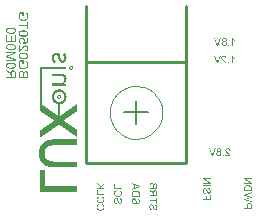
<source format=gbo>
G04*
G04 #@! TF.GenerationSoftware,Altium Limited,Altium Designer,19.1.7 (138)*
G04*
G04 Layer_Color=16777215*
%FSLAX25Y25*%
%MOIN*%
G70*
G01*
G75*
%ADD10C,0.00787*%
%ADD11C,0.00984*%
%ADD37C,0.00394*%
G36*
X-26360Y10214D02*
X-26247D01*
Y10198D01*
X-26183D01*
Y10182D01*
X-26118D01*
Y10166D01*
X-26070D01*
Y10149D01*
X-26038D01*
Y10133D01*
X-26005D01*
Y10117D01*
X-25957D01*
Y10101D01*
X-25941D01*
Y10085D01*
X-25908D01*
Y10069D01*
X-25876D01*
Y10053D01*
X-25860D01*
Y10036D01*
X-25828D01*
Y10020D01*
X-25812D01*
Y10004D01*
X-25796D01*
Y9988D01*
X-25763D01*
Y9972D01*
X-25747D01*
Y9956D01*
X-25731D01*
Y9940D01*
X-25715D01*
Y9923D01*
X-25699D01*
Y9907D01*
X-25683D01*
Y9891D01*
X-25666D01*
Y9875D01*
X-25650D01*
Y9859D01*
X-25634D01*
Y9843D01*
X-25618D01*
Y9827D01*
X-25602D01*
Y9810D01*
X-25586D01*
Y9778D01*
X-25569D01*
Y9762D01*
X-25553D01*
Y9746D01*
X-25537D01*
Y9714D01*
X-25521D01*
Y9681D01*
X-25505D01*
Y9665D01*
X-25489D01*
Y9633D01*
X-25473D01*
Y9617D01*
X-25457D01*
Y9584D01*
X-25440D01*
Y9552D01*
X-25424D01*
Y9520D01*
X-25408D01*
Y9488D01*
X-25392D01*
Y9439D01*
X-25376D01*
Y9407D01*
X-25360D01*
Y9358D01*
X-25343D01*
Y9326D01*
X-25327D01*
Y9278D01*
X-25311D01*
Y9229D01*
X-25295D01*
Y9181D01*
X-25279D01*
Y9116D01*
X-25263D01*
Y9052D01*
X-25247D01*
Y8987D01*
X-25231D01*
Y8923D01*
X-25214D01*
Y8874D01*
X-25198D01*
Y8794D01*
X-25182D01*
Y8713D01*
X-25166D01*
Y8616D01*
X-25150D01*
Y8551D01*
X-25134D01*
Y8471D01*
X-25117D01*
Y8406D01*
X-25101D01*
Y8342D01*
X-25085D01*
Y8277D01*
X-25069D01*
Y8229D01*
X-25053D01*
Y8164D01*
X-25037D01*
Y8132D01*
X-25021D01*
Y8083D01*
X-25005D01*
Y8035D01*
X-24988D01*
Y7987D01*
X-24972D01*
Y7954D01*
X-24956D01*
Y7922D01*
X-24940D01*
Y7890D01*
X-24924D01*
Y7857D01*
X-24908D01*
Y7825D01*
X-24892D01*
Y7793D01*
X-24875D01*
Y7777D01*
X-24859D01*
Y7744D01*
X-24843D01*
Y7728D01*
X-24827D01*
Y7712D01*
X-24811D01*
Y7696D01*
X-24795D01*
Y7664D01*
X-24779D01*
Y7648D01*
X-24762D01*
Y7631D01*
X-24730D01*
Y7615D01*
X-24714D01*
Y7599D01*
X-24682D01*
Y7583D01*
X-24666D01*
Y7567D01*
X-24617D01*
Y7551D01*
X-24536D01*
Y7535D01*
X-24440D01*
Y7551D01*
X-24359D01*
Y7567D01*
X-24310D01*
Y7583D01*
X-24278D01*
Y7599D01*
X-24246D01*
Y7615D01*
X-24214D01*
Y7631D01*
X-24197D01*
Y7648D01*
X-24165D01*
Y7664D01*
X-24149D01*
Y7680D01*
X-24133D01*
Y7696D01*
X-24117D01*
Y7712D01*
X-24101D01*
Y7728D01*
X-24084D01*
Y7744D01*
X-24068D01*
Y7761D01*
X-24052D01*
Y7793D01*
X-24036D01*
Y7809D01*
X-24020D01*
Y7825D01*
X-24004D01*
Y7857D01*
X-23988D01*
Y7890D01*
X-23971D01*
Y7922D01*
X-23955D01*
Y7954D01*
X-23939D01*
Y8003D01*
X-23923D01*
Y8035D01*
X-23907D01*
Y8083D01*
X-23891D01*
Y8148D01*
X-23875D01*
Y8229D01*
X-23858D01*
Y8358D01*
X-23842D01*
Y8551D01*
X-23858D01*
Y8697D01*
X-23875D01*
Y8761D01*
X-23891D01*
Y8826D01*
X-23907D01*
Y8874D01*
X-23923D01*
Y8907D01*
X-23939D01*
Y8955D01*
X-23955D01*
Y8987D01*
X-23971D01*
Y9020D01*
X-23988D01*
Y9036D01*
X-24004D01*
Y9068D01*
X-24020D01*
Y9084D01*
X-24036D01*
Y9116D01*
X-24052D01*
Y9132D01*
X-24068D01*
Y9149D01*
X-24084D01*
Y9181D01*
X-24101D01*
Y9197D01*
X-24117D01*
Y9213D01*
X-24133D01*
Y9229D01*
X-24149D01*
Y9245D01*
X-24165D01*
Y9262D01*
X-24181D01*
Y9278D01*
X-24197D01*
Y9294D01*
X-24214D01*
Y9310D01*
X-24230D01*
Y9326D01*
X-24246D01*
Y9342D01*
X-24278D01*
Y9358D01*
X-24294D01*
Y9375D01*
X-24310D01*
Y9391D01*
X-24343D01*
Y9407D01*
X-24359D01*
Y9423D01*
X-24391D01*
Y9439D01*
X-24407D01*
Y9455D01*
X-24391D01*
Y9471D01*
X-24375D01*
Y9504D01*
X-24359D01*
Y9520D01*
X-24343D01*
Y9552D01*
X-24327D01*
Y9568D01*
X-24310D01*
Y9601D01*
X-24294D01*
Y9617D01*
X-24278D01*
Y9649D01*
X-24262D01*
Y9665D01*
X-24246D01*
Y9697D01*
X-24230D01*
Y9714D01*
X-24214D01*
Y9746D01*
X-24197D01*
Y9762D01*
X-24181D01*
Y9794D01*
X-24165D01*
Y9810D01*
X-24149D01*
Y9843D01*
X-24133D01*
Y9859D01*
X-24117D01*
Y9891D01*
X-24101D01*
Y9907D01*
X-24084D01*
Y9940D01*
X-24068D01*
Y9956D01*
X-24052D01*
Y9988D01*
X-24036D01*
Y10004D01*
X-24020D01*
Y10036D01*
X-24004D01*
Y10053D01*
X-23988D01*
Y10085D01*
X-23955D01*
Y10069D01*
X-23939D01*
Y10053D01*
X-23907D01*
Y10036D01*
X-23875D01*
Y10020D01*
X-23858D01*
Y10004D01*
X-23826D01*
Y9988D01*
X-23810D01*
Y9972D01*
X-23778D01*
Y9956D01*
X-23762D01*
Y9940D01*
X-23746D01*
Y9923D01*
X-23713D01*
Y9907D01*
X-23697D01*
Y9891D01*
X-23681D01*
Y9875D01*
X-23665D01*
Y9859D01*
X-23649D01*
Y9843D01*
X-23633D01*
Y9827D01*
X-23616D01*
Y9810D01*
X-23600D01*
Y9794D01*
X-23584D01*
Y9778D01*
X-23568D01*
Y9762D01*
X-23552D01*
Y9746D01*
X-23536D01*
Y9730D01*
X-23520D01*
Y9714D01*
X-23503D01*
Y9681D01*
X-23487D01*
Y9665D01*
X-23471D01*
Y9649D01*
X-23455D01*
Y9617D01*
X-23439D01*
Y9601D01*
X-23423D01*
Y9568D01*
X-23407D01*
Y9552D01*
X-23390D01*
Y9520D01*
X-23374D01*
Y9488D01*
X-23358D01*
Y9455D01*
X-23342D01*
Y9423D01*
X-23326D01*
Y9391D01*
X-23310D01*
Y9358D01*
X-23294D01*
Y9310D01*
X-23278D01*
Y9278D01*
X-23261D01*
Y9229D01*
X-23245D01*
Y9181D01*
X-23229D01*
Y9116D01*
X-23213D01*
Y9068D01*
X-23197D01*
Y8987D01*
X-23181D01*
Y8923D01*
X-23165D01*
Y8810D01*
X-23148D01*
Y8632D01*
X-23132D01*
Y8390D01*
X-23148D01*
Y8213D01*
X-23165D01*
Y8100D01*
X-23181D01*
Y8019D01*
X-23197D01*
Y7954D01*
X-23213D01*
Y7890D01*
X-23229D01*
Y7841D01*
X-23245D01*
Y7777D01*
X-23261D01*
Y7744D01*
X-23278D01*
Y7696D01*
X-23294D01*
Y7648D01*
X-23310D01*
Y7615D01*
X-23326D01*
Y7583D01*
X-23342D01*
Y7551D01*
X-23358D01*
Y7518D01*
X-23374D01*
Y7486D01*
X-23390D01*
Y7454D01*
X-23407D01*
Y7422D01*
X-23423D01*
Y7405D01*
X-23439D01*
Y7373D01*
X-23455D01*
Y7341D01*
X-23471D01*
Y7325D01*
X-23487D01*
Y7292D01*
X-23503D01*
Y7276D01*
X-23520D01*
Y7260D01*
X-23536D01*
Y7228D01*
X-23552D01*
Y7212D01*
X-23568D01*
Y7196D01*
X-23584D01*
Y7180D01*
X-23600D01*
Y7163D01*
X-23616D01*
Y7147D01*
X-23633D01*
Y7131D01*
X-23649D01*
Y7115D01*
X-23665D01*
Y7099D01*
X-23681D01*
Y7083D01*
X-23697D01*
Y7067D01*
X-23713D01*
Y7050D01*
X-23729D01*
Y7034D01*
X-23746D01*
Y7018D01*
X-23778D01*
Y7002D01*
X-23794D01*
Y6986D01*
X-23826D01*
Y6970D01*
X-23842D01*
Y6954D01*
X-23858D01*
Y6937D01*
X-23891D01*
Y6921D01*
X-23923D01*
Y6905D01*
X-23955D01*
Y6889D01*
X-23988D01*
Y6873D01*
X-24020D01*
Y6857D01*
X-24068D01*
Y6841D01*
X-24101D01*
Y6824D01*
X-24165D01*
Y6808D01*
X-24230D01*
Y6792D01*
X-24310D01*
Y6776D01*
X-24714D01*
Y6792D01*
X-24811D01*
Y6808D01*
X-24875D01*
Y6824D01*
X-24924D01*
Y6841D01*
X-24972D01*
Y6857D01*
X-25021D01*
Y6873D01*
X-25053D01*
Y6889D01*
X-25085D01*
Y6905D01*
X-25101D01*
Y6921D01*
X-25134D01*
Y6937D01*
X-25150D01*
Y6954D01*
X-25182D01*
Y6970D01*
X-25198D01*
Y6986D01*
X-25214D01*
Y7002D01*
X-25247D01*
Y7018D01*
X-25263D01*
Y7034D01*
X-25279D01*
Y7050D01*
X-25295D01*
Y7067D01*
X-25311D01*
Y7083D01*
X-25327D01*
Y7099D01*
X-25343D01*
Y7115D01*
X-25360D01*
Y7131D01*
X-25376D01*
Y7147D01*
X-25392D01*
Y7180D01*
X-25408D01*
Y7196D01*
X-25424D01*
Y7212D01*
X-25440D01*
Y7244D01*
X-25457D01*
Y7260D01*
X-25473D01*
Y7292D01*
X-25489D01*
Y7309D01*
X-25505D01*
Y7341D01*
X-25521D01*
Y7373D01*
X-25537D01*
Y7405D01*
X-25553D01*
Y7438D01*
X-25569D01*
Y7470D01*
X-25586D01*
Y7502D01*
X-25602D01*
Y7535D01*
X-25618D01*
Y7583D01*
X-25634D01*
Y7615D01*
X-25650D01*
Y7664D01*
X-25666D01*
Y7712D01*
X-25683D01*
Y7761D01*
X-25699D01*
Y7809D01*
X-25715D01*
Y7874D01*
X-25731D01*
Y7922D01*
X-25747D01*
Y7987D01*
X-25763D01*
Y8051D01*
X-25779D01*
Y8116D01*
X-25796D01*
Y8180D01*
X-25812D01*
Y8245D01*
X-25828D01*
Y8309D01*
X-25844D01*
Y8390D01*
X-25860D01*
Y8471D01*
X-25876D01*
Y8535D01*
X-25892D01*
Y8600D01*
X-25908D01*
Y8664D01*
X-25925D01*
Y8729D01*
X-25941D01*
Y8794D01*
X-25957D01*
Y8842D01*
X-25973D01*
Y8890D01*
X-25989D01*
Y8923D01*
X-26005D01*
Y8971D01*
X-26021D01*
Y9003D01*
X-26038D01*
Y9036D01*
X-26054D01*
Y9068D01*
X-26070D01*
Y9084D01*
X-26086D01*
Y9116D01*
X-26102D01*
Y9149D01*
X-26118D01*
Y9165D01*
X-26134D01*
Y9181D01*
X-26151D01*
Y9197D01*
X-26167D01*
Y9229D01*
X-26183D01*
Y9245D01*
X-26199D01*
Y9262D01*
X-26215D01*
Y9278D01*
X-26247D01*
Y9294D01*
X-26264D01*
Y9310D01*
X-26280D01*
Y9326D01*
X-26312D01*
Y9342D01*
X-26328D01*
Y9358D01*
X-26377D01*
Y9375D01*
X-26425D01*
Y9391D01*
X-26506D01*
Y9407D01*
X-26683D01*
Y9391D01*
X-26764D01*
Y9375D01*
X-26812D01*
Y9358D01*
X-26861D01*
Y9342D01*
X-26893D01*
Y9326D01*
X-26909D01*
Y9310D01*
X-26941D01*
Y9294D01*
X-26958D01*
Y9278D01*
X-26974D01*
Y9262D01*
X-26990D01*
Y9245D01*
X-27022D01*
Y9229D01*
X-27038D01*
Y9213D01*
X-27055D01*
Y9181D01*
X-27071D01*
Y9165D01*
X-27087D01*
Y9149D01*
X-27103D01*
Y9132D01*
X-27119D01*
Y9100D01*
X-27135D01*
Y9084D01*
X-27151D01*
Y9052D01*
X-27167D01*
Y9020D01*
X-27184D01*
Y8987D01*
X-27200D01*
Y8955D01*
X-27216D01*
Y8907D01*
X-27232D01*
Y8858D01*
X-27248D01*
Y8810D01*
X-27264D01*
Y8745D01*
X-27280D01*
Y8664D01*
X-27297D01*
Y8535D01*
X-27313D01*
Y8213D01*
X-27297D01*
Y8083D01*
X-27280D01*
Y8003D01*
X-27264D01*
Y7938D01*
X-27248D01*
Y7890D01*
X-27232D01*
Y7841D01*
X-27216D01*
Y7809D01*
X-27200D01*
Y7777D01*
X-27184D01*
Y7744D01*
X-27167D01*
Y7712D01*
X-27151D01*
Y7680D01*
X-27135D01*
Y7664D01*
X-27119D01*
Y7631D01*
X-27103D01*
Y7615D01*
X-27087D01*
Y7583D01*
X-27071D01*
Y7567D01*
X-27055D01*
Y7551D01*
X-27038D01*
Y7518D01*
X-27022D01*
Y7502D01*
X-27006D01*
Y7486D01*
X-26990D01*
Y7470D01*
X-26974D01*
Y7454D01*
X-26958D01*
Y7438D01*
X-26941D01*
Y7405D01*
X-26925D01*
Y7389D01*
X-26909D01*
Y7373D01*
X-26893D01*
Y7357D01*
X-26877D01*
Y7341D01*
X-26861D01*
Y7325D01*
X-26845D01*
Y7309D01*
X-26829D01*
Y7292D01*
X-26796D01*
Y7276D01*
X-26780D01*
Y7260D01*
X-26764D01*
Y7244D01*
X-26748D01*
Y7228D01*
X-26732D01*
Y7212D01*
X-26715D01*
Y7196D01*
X-26699D01*
Y7163D01*
X-26715D01*
Y7131D01*
X-26732D01*
Y7115D01*
X-26748D01*
Y7099D01*
X-26764D01*
Y7083D01*
X-26780D01*
Y7050D01*
X-26796D01*
Y7034D01*
X-26812D01*
Y7018D01*
X-26829D01*
Y6986D01*
X-26845D01*
Y6970D01*
X-26861D01*
Y6954D01*
X-26877D01*
Y6937D01*
X-26893D01*
Y6905D01*
X-26909D01*
Y6889D01*
X-26925D01*
Y6873D01*
X-26941D01*
Y6841D01*
X-26958D01*
Y6824D01*
X-26974D01*
Y6808D01*
X-26990D01*
Y6776D01*
X-27006D01*
Y6760D01*
X-27022D01*
Y6744D01*
X-27038D01*
Y6728D01*
X-27055D01*
Y6695D01*
X-27071D01*
Y6679D01*
X-27087D01*
Y6663D01*
X-27103D01*
Y6631D01*
X-27119D01*
Y6615D01*
X-27135D01*
Y6598D01*
X-27151D01*
Y6582D01*
X-27184D01*
Y6598D01*
X-27216D01*
Y6615D01*
X-27232D01*
Y6631D01*
X-27248D01*
Y6647D01*
X-27280D01*
Y6663D01*
X-27297D01*
Y6679D01*
X-27313D01*
Y6695D01*
X-27329D01*
Y6711D01*
X-27361D01*
Y6728D01*
X-27377D01*
Y6744D01*
X-27393D01*
Y6760D01*
X-27410D01*
Y6776D01*
X-27426D01*
Y6792D01*
X-27442D01*
Y6808D01*
X-27458D01*
Y6824D01*
X-27474D01*
Y6841D01*
X-27490D01*
Y6857D01*
X-27506D01*
Y6873D01*
X-27523D01*
Y6889D01*
X-27539D01*
Y6905D01*
X-27555D01*
Y6921D01*
X-27571D01*
Y6937D01*
X-27587D01*
Y6954D01*
X-27603D01*
Y6970D01*
X-27619D01*
Y7002D01*
X-27636D01*
Y7018D01*
X-27652D01*
Y7034D01*
X-27668D01*
Y7067D01*
X-27684D01*
Y7083D01*
X-27700D01*
Y7115D01*
X-27716D01*
Y7131D01*
X-27732D01*
Y7163D01*
X-27749D01*
Y7180D01*
X-27765D01*
Y7212D01*
X-27781D01*
Y7244D01*
X-27797D01*
Y7276D01*
X-27813D01*
Y7309D01*
X-27829D01*
Y7341D01*
X-27845D01*
Y7389D01*
X-27861D01*
Y7422D01*
X-27878D01*
Y7470D01*
X-27894D01*
Y7518D01*
X-27910D01*
Y7567D01*
X-27926D01*
Y7631D01*
X-27942D01*
Y7696D01*
X-27958D01*
Y7761D01*
X-27975D01*
Y7857D01*
X-27991D01*
Y7954D01*
X-28007D01*
Y8132D01*
X-28023D01*
Y8616D01*
X-28007D01*
Y8761D01*
X-27991D01*
Y8874D01*
X-27975D01*
Y8955D01*
X-27958D01*
Y9036D01*
X-27942D01*
Y9100D01*
X-27926D01*
Y9165D01*
X-27910D01*
Y9213D01*
X-27894D01*
Y9262D01*
X-27878D01*
Y9310D01*
X-27861D01*
Y9342D01*
X-27845D01*
Y9375D01*
X-27829D01*
Y9423D01*
X-27813D01*
Y9455D01*
X-27797D01*
Y9488D01*
X-27781D01*
Y9520D01*
X-27765D01*
Y9552D01*
X-27749D01*
Y9568D01*
X-27732D01*
Y9601D01*
X-27716D01*
Y9633D01*
X-27700D01*
Y9649D01*
X-27684D01*
Y9681D01*
X-27668D01*
Y9697D01*
X-27652D01*
Y9730D01*
X-27636D01*
Y9746D01*
X-27619D01*
Y9762D01*
X-27603D01*
Y9778D01*
X-27587D01*
Y9794D01*
X-27571D01*
Y9827D01*
X-27555D01*
Y9843D01*
X-27539D01*
Y9859D01*
X-27523D01*
Y9875D01*
X-27506D01*
Y9891D01*
X-27490D01*
Y9907D01*
X-27458D01*
Y9923D01*
X-27442D01*
Y9940D01*
X-27426D01*
Y9956D01*
X-27410D01*
Y9972D01*
X-27393D01*
Y9988D01*
X-27361D01*
Y10004D01*
X-27345D01*
Y10020D01*
X-27313D01*
Y10036D01*
X-27297D01*
Y10053D01*
X-27264D01*
Y10069D01*
X-27248D01*
Y10085D01*
X-27216D01*
Y10101D01*
X-27184D01*
Y10117D01*
X-27151D01*
Y10133D01*
X-27103D01*
Y10149D01*
X-27055D01*
Y10166D01*
X-27022D01*
Y10182D01*
X-26941D01*
Y10198D01*
X-26877D01*
Y10214D01*
X-26764D01*
Y10230D01*
X-26360D01*
Y10214D01*
D02*
G37*
G36*
X-21405Y5807D02*
X-21340D01*
Y5791D01*
X-21292D01*
Y5775D01*
X-21260D01*
Y5759D01*
X-21227D01*
Y5743D01*
X-21195D01*
Y5727D01*
X-21179D01*
Y5711D01*
X-21147D01*
Y5694D01*
X-21131D01*
Y5678D01*
X-21115D01*
Y5662D01*
X-21098D01*
Y5646D01*
X-21082D01*
Y5630D01*
X-21066D01*
Y5614D01*
X-21050D01*
Y5598D01*
X-21034D01*
Y5582D01*
X-21018D01*
Y5549D01*
X-21002D01*
Y5533D01*
X-20985D01*
Y5501D01*
X-20969D01*
Y5469D01*
X-20953D01*
Y5436D01*
X-20937D01*
Y5388D01*
X-20921D01*
Y5323D01*
X-20905D01*
Y5194D01*
X-20889D01*
Y5113D01*
X-20905D01*
Y4984D01*
X-20921D01*
Y4936D01*
X-20937D01*
Y4887D01*
X-20953D01*
Y4839D01*
X-20969D01*
Y4807D01*
X-20985D01*
Y4791D01*
X-21002D01*
Y4758D01*
X-21018D01*
Y4742D01*
X-21034D01*
Y4710D01*
X-21050D01*
Y4694D01*
X-21066D01*
Y4678D01*
X-21082D01*
Y4661D01*
X-21098D01*
Y4645D01*
X-21115D01*
Y4629D01*
X-21131D01*
Y4613D01*
X-21163D01*
Y4597D01*
X-21179D01*
Y4581D01*
X-21211D01*
Y4565D01*
X-21244D01*
Y4549D01*
X-21276D01*
Y4532D01*
X-21308D01*
Y4516D01*
X-21357D01*
Y4500D01*
X-21437D01*
Y4484D01*
X-21679D01*
Y4500D01*
X-21760D01*
Y4516D01*
X-21809D01*
Y4532D01*
X-21841D01*
Y4549D01*
X-21873D01*
Y4565D01*
X-21905D01*
Y4581D01*
X-21938D01*
Y4597D01*
X-21954D01*
Y4613D01*
X-21986D01*
Y4629D01*
X-22002D01*
Y4645D01*
X-22018D01*
Y4661D01*
X-22035D01*
Y4678D01*
X-22051D01*
Y4694D01*
X-22067D01*
Y4710D01*
X-22083D01*
Y4742D01*
X-22099D01*
Y4758D01*
X-22115D01*
Y4791D01*
X-22131D01*
Y4807D01*
X-22148D01*
Y4839D01*
X-22164D01*
Y4887D01*
X-22180D01*
Y4920D01*
X-22196D01*
Y4984D01*
X-22212D01*
Y5097D01*
X-22228D01*
Y5210D01*
X-22212D01*
Y5323D01*
X-22196D01*
Y5388D01*
X-22180D01*
Y5436D01*
X-22164D01*
Y5469D01*
X-22148D01*
Y5501D01*
X-22131D01*
Y5533D01*
X-22115D01*
Y5549D01*
X-22099D01*
Y5582D01*
X-22083D01*
Y5598D01*
X-22067D01*
Y5614D01*
X-22051D01*
Y5630D01*
X-22035D01*
Y5646D01*
X-22018D01*
Y5662D01*
X-22002D01*
Y5678D01*
X-21986D01*
Y5694D01*
X-21970D01*
Y5711D01*
X-21938D01*
Y5727D01*
X-21922D01*
Y5743D01*
X-21889D01*
Y5759D01*
X-21857D01*
Y5775D01*
X-21825D01*
Y5791D01*
X-21776D01*
Y5807D01*
X-21712D01*
Y5824D01*
X-21405D01*
Y5807D01*
D02*
G37*
G36*
X-24843Y3209D02*
X-24666D01*
Y3193D01*
X-24536D01*
Y3176D01*
X-24472D01*
Y3160D01*
X-24391D01*
Y3144D01*
X-24327D01*
Y3128D01*
X-24262D01*
Y3112D01*
X-24214D01*
Y3096D01*
X-24165D01*
Y3080D01*
X-24117D01*
Y3063D01*
X-24084D01*
Y3047D01*
X-24052D01*
Y3031D01*
X-24004D01*
Y3015D01*
X-23971D01*
Y2999D01*
X-23939D01*
Y2983D01*
X-23923D01*
Y2967D01*
X-23891D01*
Y2950D01*
X-23858D01*
Y2934D01*
X-23842D01*
Y2918D01*
X-23810D01*
Y2902D01*
X-23794D01*
Y2886D01*
X-23762D01*
Y2870D01*
X-23746D01*
Y2854D01*
X-23713D01*
Y2837D01*
X-23697D01*
Y2821D01*
X-23681D01*
Y2805D01*
X-23665D01*
Y2789D01*
X-23649D01*
Y2773D01*
X-23633D01*
Y2757D01*
X-23616D01*
Y2741D01*
X-23600D01*
Y2725D01*
X-23584D01*
Y2708D01*
X-23568D01*
Y2692D01*
X-23552D01*
Y2676D01*
X-23536D01*
Y2660D01*
X-23520D01*
Y2644D01*
X-23503D01*
Y2628D01*
X-23487D01*
Y2595D01*
X-23471D01*
Y2579D01*
X-23455D01*
Y2563D01*
X-23439D01*
Y2531D01*
X-23423D01*
Y2515D01*
X-23407D01*
Y2482D01*
X-23390D01*
Y2466D01*
X-23374D01*
Y2434D01*
X-23358D01*
Y2402D01*
X-23342D01*
Y2369D01*
X-23326D01*
Y2337D01*
X-23310D01*
Y2305D01*
X-23294D01*
Y2273D01*
X-23278D01*
Y2240D01*
X-23261D01*
Y2192D01*
X-23245D01*
Y2143D01*
X-23229D01*
Y2095D01*
X-23213D01*
Y2031D01*
X-23197D01*
Y1966D01*
X-23181D01*
Y1885D01*
X-23165D01*
Y1788D01*
X-23148D01*
Y1595D01*
X-23132D01*
Y1336D01*
X-23148D01*
Y1175D01*
X-23165D01*
Y1078D01*
X-23181D01*
Y997D01*
X-23197D01*
Y949D01*
X-23213D01*
Y884D01*
X-23229D01*
Y836D01*
X-23245D01*
Y788D01*
X-23261D01*
Y755D01*
X-23278D01*
Y707D01*
X-23294D01*
Y675D01*
X-23310D01*
Y642D01*
X-23326D01*
Y610D01*
X-23342D01*
Y578D01*
X-23358D01*
Y545D01*
X-23374D01*
Y513D01*
X-23390D01*
Y497D01*
X-23407D01*
Y465D01*
X-23423D01*
Y433D01*
X-23439D01*
Y416D01*
X-23455D01*
Y400D01*
X-23471D01*
Y368D01*
X-23487D01*
Y352D01*
X-23503D01*
Y320D01*
X-23520D01*
Y303D01*
X-23536D01*
Y287D01*
X-23552D01*
Y271D01*
X-23568D01*
Y255D01*
X-23584D01*
Y223D01*
X-23600D01*
Y206D01*
X-23616D01*
Y190D01*
X-23633D01*
Y174D01*
X-23649D01*
Y158D01*
X-23665D01*
Y142D01*
X-23681D01*
Y126D01*
X-23713D01*
Y110D01*
X-23729D01*
Y94D01*
X-23746D01*
Y77D01*
X-23762D01*
Y61D01*
X-23778D01*
Y45D01*
X-23810D01*
Y29D01*
X-23826D01*
Y13D01*
X-23858D01*
Y-3D01*
X-23875D01*
Y-19D01*
X-23907D01*
Y-36D01*
X-23923D01*
Y-52D01*
X-23955D01*
Y-68D01*
X-23988D01*
Y-84D01*
X-24020D01*
Y-116D01*
X-23713D01*
Y-132D01*
X-23261D01*
Y-875D01*
X-23374D01*
Y-859D01*
X-23713D01*
Y-843D01*
X-24036D01*
Y-826D01*
X-27910D01*
Y-52D01*
X-25327D01*
Y-36D01*
X-25182D01*
Y-19D01*
X-25085D01*
Y-3D01*
X-25005D01*
Y13D01*
X-24940D01*
Y29D01*
X-24875D01*
Y45D01*
X-24811D01*
Y61D01*
X-24779D01*
Y77D01*
X-24730D01*
Y94D01*
X-24682D01*
Y110D01*
X-24649D01*
Y126D01*
X-24601D01*
Y142D01*
X-24569D01*
Y158D01*
X-24536D01*
Y174D01*
X-24504D01*
Y190D01*
X-24488D01*
Y206D01*
X-24456D01*
Y223D01*
X-24423D01*
Y239D01*
X-24407D01*
Y255D01*
X-24375D01*
Y271D01*
X-24359D01*
Y287D01*
X-24327D01*
Y303D01*
X-24310D01*
Y320D01*
X-24294D01*
Y336D01*
X-24278D01*
Y352D01*
X-24262D01*
Y368D01*
X-24246D01*
Y384D01*
X-24214D01*
Y400D01*
X-24197D01*
Y416D01*
X-24181D01*
Y433D01*
X-24165D01*
Y465D01*
X-24149D01*
Y481D01*
X-24133D01*
Y497D01*
X-24117D01*
Y513D01*
X-24101D01*
Y545D01*
X-24084D01*
Y562D01*
X-24068D01*
Y594D01*
X-24052D01*
Y610D01*
X-24036D01*
Y642D01*
X-24020D01*
Y659D01*
X-24004D01*
Y691D01*
X-23988D01*
Y723D01*
X-23971D01*
Y771D01*
X-23955D01*
Y804D01*
X-23939D01*
Y852D01*
X-23923D01*
Y901D01*
X-23907D01*
Y949D01*
X-23891D01*
Y1030D01*
X-23875D01*
Y1110D01*
X-23858D01*
Y1272D01*
X-23842D01*
Y1482D01*
X-23858D01*
Y1627D01*
X-23875D01*
Y1708D01*
X-23891D01*
Y1772D01*
X-23907D01*
Y1821D01*
X-23923D01*
Y1853D01*
X-23939D01*
Y1901D01*
X-23955D01*
Y1934D01*
X-23971D01*
Y1950D01*
X-23988D01*
Y1982D01*
X-24004D01*
Y2014D01*
X-24020D01*
Y2031D01*
X-24036D01*
Y2047D01*
X-24052D01*
Y2079D01*
X-24068D01*
Y2095D01*
X-24084D01*
Y2111D01*
X-24101D01*
Y2127D01*
X-24117D01*
Y2143D01*
X-24133D01*
Y2160D01*
X-24149D01*
Y2176D01*
X-24165D01*
Y2192D01*
X-24197D01*
Y2208D01*
X-24214D01*
Y2224D01*
X-24246D01*
Y2240D01*
X-24262D01*
Y2256D01*
X-24294D01*
Y2273D01*
X-24310D01*
Y2289D01*
X-24343D01*
Y2305D01*
X-24391D01*
Y2321D01*
X-24423D01*
Y2337D01*
X-24456D01*
Y2353D01*
X-24504D01*
Y2369D01*
X-24553D01*
Y2386D01*
X-24601D01*
Y2402D01*
X-24666D01*
Y2418D01*
X-24762D01*
Y2434D01*
X-24875D01*
Y2450D01*
X-27910D01*
Y3225D01*
X-24843D01*
Y3209D01*
D02*
G37*
G36*
X-23261Y4775D02*
X-31267D01*
Y-7154D01*
X-31251D01*
Y-7170D01*
X-31235D01*
Y-7186D01*
X-31203D01*
Y-7202D01*
X-31187D01*
Y-7218D01*
X-31170D01*
Y-7235D01*
X-31138D01*
Y-7251D01*
X-31122D01*
Y-7267D01*
X-31090D01*
Y-7283D01*
X-31074D01*
Y-7299D01*
X-31041D01*
Y-7315D01*
X-31025D01*
Y-7331D01*
X-31009D01*
Y-7348D01*
X-30977D01*
Y-7364D01*
X-30961D01*
Y-7380D01*
X-30928D01*
Y-7396D01*
X-30912D01*
Y-7412D01*
X-30880D01*
Y-7428D01*
X-30864D01*
Y-7444D01*
X-30848D01*
Y-7461D01*
X-30815D01*
Y-7477D01*
X-30799D01*
Y-7493D01*
X-30767D01*
Y-7509D01*
X-30751D01*
Y-7525D01*
X-30718D01*
Y-7541D01*
X-30702D01*
Y-7557D01*
X-30670D01*
Y-7574D01*
X-30654D01*
Y-7590D01*
X-30638D01*
Y-7606D01*
X-30606D01*
Y-7622D01*
X-30589D01*
Y-7638D01*
X-30557D01*
Y-7654D01*
X-30541D01*
Y-7670D01*
X-30509D01*
Y-7687D01*
X-30492D01*
Y-7703D01*
X-30476D01*
Y-7719D01*
X-30444D01*
Y-7735D01*
X-30428D01*
Y-7751D01*
X-30396D01*
Y-7767D01*
X-30380D01*
Y-7783D01*
X-30347D01*
Y-7799D01*
X-30331D01*
Y-7816D01*
X-30315D01*
Y-7832D01*
X-30283D01*
Y-7848D01*
X-30266D01*
Y-7864D01*
X-30234D01*
Y-7880D01*
X-30218D01*
Y-7896D01*
X-30186D01*
Y-7912D01*
X-30170D01*
Y-7929D01*
X-30154D01*
Y-7945D01*
X-30121D01*
Y-7961D01*
X-30105D01*
Y-7977D01*
X-30073D01*
Y-7993D01*
X-30057D01*
Y-8009D01*
X-30024D01*
Y-8025D01*
X-30008D01*
Y-8042D01*
X-29992D01*
Y-8058D01*
X-29960D01*
Y-8074D01*
X-29944D01*
Y-8090D01*
X-29911D01*
Y-8106D01*
X-29895D01*
Y-8122D01*
X-29863D01*
Y-8138D01*
X-29847D01*
Y-8155D01*
X-29831D01*
Y-8171D01*
X-29798D01*
Y-8187D01*
X-29782D01*
Y-8203D01*
X-29750D01*
Y-8219D01*
X-29734D01*
Y-8235D01*
X-29702D01*
Y-8251D01*
X-29685D01*
Y-8268D01*
X-29669D01*
Y-8284D01*
X-29637D01*
Y-8300D01*
X-29621D01*
Y-8316D01*
X-29589D01*
Y-8332D01*
X-29572D01*
Y-8348D01*
X-29540D01*
Y-8364D01*
X-29524D01*
Y-8381D01*
X-29508D01*
Y-8397D01*
X-29476D01*
Y-8413D01*
X-29460D01*
Y-8429D01*
X-29427D01*
Y-8445D01*
X-29411D01*
Y-8461D01*
X-29379D01*
Y-8477D01*
X-29363D01*
Y-8494D01*
X-29346D01*
Y-8510D01*
X-29314D01*
Y-8526D01*
X-29298D01*
Y-8542D01*
X-29266D01*
Y-8558D01*
X-29250D01*
Y-8574D01*
X-29217D01*
Y-8590D01*
X-29201D01*
Y-8607D01*
X-29185D01*
Y-8623D01*
X-29153D01*
Y-8639D01*
X-29137D01*
Y-8655D01*
X-29104D01*
Y-8671D01*
X-29088D01*
Y-8687D01*
X-29056D01*
Y-8703D01*
X-29040D01*
Y-8720D01*
X-29024D01*
Y-8736D01*
X-28991D01*
Y-8752D01*
X-28975D01*
Y-8768D01*
X-28943D01*
Y-8784D01*
X-28927D01*
Y-8800D01*
X-28894D01*
Y-8816D01*
X-28878D01*
Y-8833D01*
X-28862D01*
Y-8849D01*
X-28830D01*
Y-8865D01*
X-28814D01*
Y-8881D01*
X-28782D01*
Y-8897D01*
X-28765D01*
Y-8913D01*
X-28733D01*
Y-8929D01*
X-28717D01*
Y-8945D01*
X-28701D01*
Y-8962D01*
X-28669D01*
Y-8978D01*
X-28652D01*
Y-8994D01*
X-28620D01*
Y-9010D01*
X-28604D01*
Y-9026D01*
X-28572D01*
Y-9042D01*
X-28556D01*
Y-9058D01*
X-28539D01*
Y-9075D01*
X-28507D01*
Y-9091D01*
X-28491D01*
Y-9107D01*
X-28459D01*
Y-9123D01*
X-28443D01*
Y-9139D01*
X-28410D01*
Y-9155D01*
X-28394D01*
Y-9171D01*
X-28378D01*
Y-9188D01*
X-28346D01*
Y-9204D01*
X-28330D01*
Y-9220D01*
X-28297D01*
Y-9236D01*
X-28281D01*
Y-9252D01*
X-28249D01*
Y-9268D01*
X-28233D01*
Y-9284D01*
X-28217D01*
Y-9301D01*
X-28184D01*
Y-9317D01*
X-28168D01*
Y-9333D01*
X-28136D01*
Y-9349D01*
X-28120D01*
Y-9365D01*
X-28087D01*
Y-9381D01*
X-28071D01*
Y-9397D01*
X-28055D01*
Y-9414D01*
X-28023D01*
Y-9430D01*
X-28007D01*
Y-9446D01*
X-27975D01*
Y-9462D01*
X-27958D01*
Y-9478D01*
X-27926D01*
Y-9494D01*
X-27910D01*
Y-9510D01*
X-27894D01*
Y-9527D01*
X-27861D01*
Y-9543D01*
X-27845D01*
Y-9559D01*
X-27813D01*
Y-9575D01*
X-27797D01*
Y-9591D01*
X-27765D01*
Y-9607D01*
X-27749D01*
Y-9623D01*
X-27732D01*
Y-9640D01*
X-27700D01*
Y-9656D01*
X-27684D01*
Y-9672D01*
X-27652D01*
Y-9688D01*
X-27636D01*
Y-9704D01*
X-27603D01*
Y-9720D01*
X-27587D01*
Y-9736D01*
X-27571D01*
Y-9753D01*
X-27539D01*
Y-9769D01*
X-27523D01*
Y-9785D01*
X-27490D01*
Y-9801D01*
X-27474D01*
Y-9817D01*
X-27442D01*
Y-9833D01*
X-27426D01*
Y-9849D01*
X-27410D01*
Y-9866D01*
X-27377D01*
Y-9882D01*
X-27361D01*
Y-9898D01*
X-27329D01*
Y-9914D01*
X-27313D01*
Y-9930D01*
X-27280D01*
Y-9946D01*
X-27264D01*
Y-9962D01*
X-27248D01*
Y-9979D01*
X-27216D01*
Y-9995D01*
X-27200D01*
Y-10011D01*
X-27167D01*
Y-10027D01*
X-27151D01*
Y-10043D01*
X-27119D01*
Y-10059D01*
X-27103D01*
Y-10075D01*
X-27087D01*
Y-10091D01*
X-27055D01*
Y-10108D01*
X-27038D01*
Y-10124D01*
X-27006D01*
Y-10140D01*
X-26990D01*
Y-10156D01*
X-26958D01*
Y-10172D01*
X-26941D01*
Y-10188D01*
X-26925D01*
Y-10204D01*
X-26893D01*
Y-10221D01*
X-26877D01*
Y-10237D01*
X-26845D01*
Y-10253D01*
X-26829D01*
Y-10269D01*
X-26796D01*
Y-10285D01*
X-26780D01*
Y-10301D01*
X-26764D01*
Y-10317D01*
X-26732D01*
Y-10334D01*
X-26715D01*
Y-10350D01*
X-26683D01*
Y-10366D01*
X-26667D01*
Y-10382D01*
X-26635D01*
Y-10398D01*
X-26619D01*
Y-10414D01*
X-26603D01*
Y-10430D01*
X-26570D01*
Y-10447D01*
X-26554D01*
Y-10463D01*
X-26522D01*
Y-10479D01*
X-26506D01*
Y-10495D01*
X-26473D01*
Y-10511D01*
X-26457D01*
Y-10527D01*
X-26441D01*
Y-10543D01*
X-26409D01*
Y-10560D01*
X-26393D01*
Y-10576D01*
X-26360D01*
Y-10592D01*
X-26344D01*
Y-10608D01*
X-26312D01*
Y-10624D01*
X-26296D01*
Y-10640D01*
X-26280D01*
Y-10656D01*
X-26247D01*
Y-10672D01*
X-26231D01*
Y-10689D01*
X-26199D01*
Y-10705D01*
X-26183D01*
Y-10721D01*
X-26151D01*
Y-10737D01*
X-26134D01*
Y-10753D01*
X-26118D01*
Y-10769D01*
X-26086D01*
Y-10785D01*
X-26070D01*
Y-10802D01*
X-26038D01*
Y-10818D01*
X-26021D01*
Y-10834D01*
X-25989D01*
Y-10850D01*
X-25957D01*
Y-6976D01*
X-26021D01*
Y-6960D01*
X-26118D01*
Y-6944D01*
X-26199D01*
Y-6928D01*
X-26264D01*
Y-6912D01*
X-26328D01*
Y-6895D01*
X-26377D01*
Y-6879D01*
X-26425D01*
Y-6863D01*
X-26473D01*
Y-6847D01*
X-26522D01*
Y-6831D01*
X-26554D01*
Y-6815D01*
X-26603D01*
Y-6799D01*
X-26635D01*
Y-6783D01*
X-26667D01*
Y-6766D01*
X-26699D01*
Y-6750D01*
X-26732D01*
Y-6734D01*
X-26764D01*
Y-6718D01*
X-26796D01*
Y-6702D01*
X-26829D01*
Y-6686D01*
X-26845D01*
Y-6670D01*
X-26877D01*
Y-6653D01*
X-26909D01*
Y-6637D01*
X-26925D01*
Y-6621D01*
X-26958D01*
Y-6605D01*
X-26974D01*
Y-6589D01*
X-27006D01*
Y-6573D01*
X-27022D01*
Y-6557D01*
X-27055D01*
Y-6540D01*
X-27071D01*
Y-6524D01*
X-27103D01*
Y-6508D01*
X-27119D01*
Y-6492D01*
X-27135D01*
Y-6476D01*
X-27151D01*
Y-6460D01*
X-27167D01*
Y-6444D01*
X-27200D01*
Y-6427D01*
X-27216D01*
Y-6411D01*
X-27232D01*
Y-6395D01*
X-27248D01*
Y-6379D01*
X-27264D01*
Y-6363D01*
X-27280D01*
Y-6347D01*
X-27297D01*
Y-6331D01*
X-27313D01*
Y-6314D01*
X-27345D01*
Y-6282D01*
X-27361D01*
Y-6266D01*
X-27377D01*
Y-6250D01*
X-27393D01*
Y-6234D01*
X-27410D01*
Y-6218D01*
X-27426D01*
Y-6202D01*
X-27442D01*
Y-6185D01*
X-27458D01*
Y-6169D01*
X-27474D01*
Y-6137D01*
X-27490D01*
Y-6121D01*
X-27506D01*
Y-6105D01*
X-27523D01*
Y-6089D01*
X-27539D01*
Y-6056D01*
X-27555D01*
Y-6040D01*
X-27571D01*
Y-6024D01*
X-27587D01*
Y-5992D01*
X-27603D01*
Y-5959D01*
X-27619D01*
Y-5943D01*
X-27636D01*
Y-5911D01*
X-27652D01*
Y-5895D01*
X-27668D01*
Y-5863D01*
X-27684D01*
Y-5846D01*
X-27700D01*
Y-5814D01*
X-27716D01*
Y-5782D01*
X-27732D01*
Y-5750D01*
X-27749D01*
Y-5717D01*
X-27765D01*
Y-5685D01*
X-27781D01*
Y-5653D01*
X-27797D01*
Y-5620D01*
X-27813D01*
Y-5572D01*
X-27829D01*
Y-5540D01*
X-27845D01*
Y-5491D01*
X-27861D01*
Y-5443D01*
X-27878D01*
Y-5394D01*
X-27894D01*
Y-5346D01*
X-27910D01*
Y-5298D01*
X-27926D01*
Y-5233D01*
X-27942D01*
Y-5185D01*
X-27958D01*
Y-5104D01*
X-27975D01*
Y-5007D01*
X-27991D01*
Y-4926D01*
X-28007D01*
Y-4733D01*
X-28023D01*
Y-4297D01*
X-28007D01*
Y-4119D01*
X-27991D01*
Y-4039D01*
X-27975D01*
Y-3942D01*
X-27958D01*
Y-3861D01*
X-27942D01*
Y-3796D01*
X-27926D01*
Y-3748D01*
X-27910D01*
Y-3683D01*
X-27894D01*
Y-3635D01*
X-27878D01*
Y-3587D01*
X-27861D01*
Y-3554D01*
X-27845D01*
Y-3506D01*
X-27829D01*
Y-3474D01*
X-27813D01*
Y-3425D01*
X-27797D01*
Y-3393D01*
X-27781D01*
Y-3361D01*
X-27765D01*
Y-3328D01*
X-27749D01*
Y-3296D01*
X-27732D01*
Y-3264D01*
X-27716D01*
Y-3232D01*
X-27700D01*
Y-3199D01*
X-27684D01*
Y-3183D01*
X-27668D01*
Y-3151D01*
X-27652D01*
Y-3118D01*
X-27636D01*
Y-3102D01*
X-27619D01*
Y-3070D01*
X-27603D01*
Y-3054D01*
X-27587D01*
Y-3022D01*
X-27571D01*
Y-3005D01*
X-27555D01*
Y-2973D01*
X-27539D01*
Y-2957D01*
X-27523D01*
Y-2941D01*
X-27506D01*
Y-2925D01*
X-27490D01*
Y-2892D01*
X-27474D01*
Y-2876D01*
X-27458D01*
Y-2860D01*
X-27442D01*
Y-2844D01*
X-27426D01*
Y-2812D01*
X-27410D01*
Y-2796D01*
X-27393D01*
Y-2780D01*
X-27377D01*
Y-2763D01*
X-27361D01*
Y-2747D01*
X-27345D01*
Y-2731D01*
X-27329D01*
Y-2715D01*
X-27313D01*
Y-2699D01*
X-27297D01*
Y-2683D01*
X-27280D01*
Y-2667D01*
X-27264D01*
Y-2650D01*
X-27232D01*
Y-2634D01*
X-27216D01*
Y-2618D01*
X-27200D01*
Y-2602D01*
X-27184D01*
Y-2586D01*
X-27167D01*
Y-2570D01*
X-27135D01*
Y-2554D01*
X-27119D01*
Y-2537D01*
X-27103D01*
Y-2521D01*
X-27087D01*
Y-2505D01*
X-27055D01*
Y-2489D01*
X-27038D01*
Y-2473D01*
X-27006D01*
Y-2457D01*
X-26990D01*
Y-2441D01*
X-26958D01*
Y-2424D01*
X-26941D01*
Y-2408D01*
X-26909D01*
Y-2392D01*
X-26893D01*
Y-2376D01*
X-26861D01*
Y-2360D01*
X-26829D01*
Y-2344D01*
X-26796D01*
Y-2328D01*
X-26764D01*
Y-2311D01*
X-26732D01*
Y-2295D01*
X-26715D01*
Y-2279D01*
X-26683D01*
Y-2263D01*
X-26635D01*
Y-2247D01*
X-26603D01*
Y-2231D01*
X-26570D01*
Y-2215D01*
X-26522D01*
Y-2198D01*
X-26489D01*
Y-2182D01*
X-26441D01*
Y-2166D01*
X-26393D01*
Y-2150D01*
X-26344D01*
Y-2134D01*
X-26280D01*
Y-2118D01*
X-26215D01*
Y-2102D01*
X-26151D01*
Y-2086D01*
X-26054D01*
Y-2069D01*
X-25957D01*
Y-2053D01*
X-25779D01*
Y-2037D01*
X-25376D01*
Y-2053D01*
X-25214D01*
Y-2069D01*
X-25101D01*
Y-2086D01*
X-25021D01*
Y-2102D01*
X-24940D01*
Y-2118D01*
X-24875D01*
Y-2134D01*
X-24827D01*
Y-2150D01*
X-24762D01*
Y-2166D01*
X-24714D01*
Y-2182D01*
X-24682D01*
Y-2198D01*
X-24633D01*
Y-2215D01*
X-24601D01*
Y-2231D01*
X-24553D01*
Y-2247D01*
X-24520D01*
Y-2263D01*
X-24488D01*
Y-2279D01*
X-24456D01*
Y-2295D01*
X-24423D01*
Y-2311D01*
X-24391D01*
Y-2328D01*
X-24359D01*
Y-2344D01*
X-24327D01*
Y-2360D01*
X-24294D01*
Y-2376D01*
X-24278D01*
Y-2392D01*
X-24246D01*
Y-2408D01*
X-24230D01*
Y-2424D01*
X-24197D01*
Y-2441D01*
X-24181D01*
Y-2457D01*
X-24149D01*
Y-2473D01*
X-24133D01*
Y-2489D01*
X-24101D01*
Y-2505D01*
X-24084D01*
Y-2521D01*
X-24052D01*
Y-2537D01*
X-24036D01*
Y-2554D01*
X-24020D01*
Y-2570D01*
X-24004D01*
Y-2586D01*
X-23988D01*
Y-2602D01*
X-23955D01*
Y-2618D01*
X-23939D01*
Y-2634D01*
X-23923D01*
Y-2650D01*
X-23907D01*
Y-2667D01*
X-23891D01*
Y-2683D01*
X-23875D01*
Y-2699D01*
X-23858D01*
Y-2715D01*
X-23842D01*
Y-2731D01*
X-23826D01*
Y-2747D01*
X-23810D01*
Y-2763D01*
X-23794D01*
Y-2780D01*
X-23778D01*
Y-2796D01*
X-23762D01*
Y-2812D01*
X-23746D01*
Y-2828D01*
X-23729D01*
Y-2844D01*
X-23713D01*
Y-2860D01*
X-23697D01*
Y-2892D01*
X-23681D01*
Y-2909D01*
X-23665D01*
Y-2925D01*
X-23649D01*
Y-2941D01*
X-23633D01*
Y-2973D01*
X-23616D01*
Y-2989D01*
X-23600D01*
Y-3005D01*
X-23584D01*
Y-3038D01*
X-23568D01*
Y-3054D01*
X-23552D01*
Y-3086D01*
X-23536D01*
Y-3102D01*
X-23520D01*
Y-3135D01*
X-23503D01*
Y-3167D01*
X-23487D01*
Y-3183D01*
X-23471D01*
Y-3215D01*
X-23455D01*
Y-3248D01*
X-23439D01*
Y-3280D01*
X-23423D01*
Y-3312D01*
X-23407D01*
Y-3345D01*
X-23390D01*
Y-3377D01*
X-23374D01*
Y-3409D01*
X-23358D01*
Y-3441D01*
X-23342D01*
Y-3474D01*
X-23326D01*
Y-3522D01*
X-23310D01*
Y-3571D01*
X-23294D01*
Y-3603D01*
X-23278D01*
Y-3651D01*
X-23261D01*
Y-3700D01*
X-23245D01*
Y-3764D01*
X-23229D01*
Y-3829D01*
X-23213D01*
Y-3877D01*
X-23197D01*
Y-3974D01*
X-23181D01*
Y-4071D01*
X-23165D01*
Y-4184D01*
X-23148D01*
Y-4361D01*
X-23132D01*
Y-4668D01*
X-23148D01*
Y-4862D01*
X-23165D01*
Y-4975D01*
X-23181D01*
Y-5072D01*
X-23197D01*
Y-5152D01*
X-23213D01*
Y-5217D01*
X-23229D01*
Y-5281D01*
X-23245D01*
Y-5330D01*
X-23261D01*
Y-5378D01*
X-23278D01*
Y-5427D01*
X-23294D01*
Y-5475D01*
X-23310D01*
Y-5524D01*
X-23326D01*
Y-5556D01*
X-23342D01*
Y-5604D01*
X-23358D01*
Y-5636D01*
X-23374D01*
Y-5669D01*
X-23390D01*
Y-5701D01*
X-23407D01*
Y-5733D01*
X-23423D01*
Y-5766D01*
X-23439D01*
Y-5798D01*
X-23455D01*
Y-5830D01*
X-23471D01*
Y-5863D01*
X-23487D01*
Y-5879D01*
X-23503D01*
Y-5911D01*
X-23520D01*
Y-5927D01*
X-23536D01*
Y-5959D01*
X-23552D01*
Y-5976D01*
X-23568D01*
Y-6008D01*
X-23584D01*
Y-6040D01*
X-23600D01*
Y-6056D01*
X-23616D01*
Y-6072D01*
X-23633D01*
Y-6089D01*
X-23649D01*
Y-6121D01*
X-23665D01*
Y-6137D01*
X-23681D01*
Y-6153D01*
X-23697D01*
Y-6169D01*
X-23713D01*
Y-6202D01*
X-23729D01*
Y-6218D01*
X-23746D01*
Y-6234D01*
X-23762D01*
Y-6250D01*
X-23778D01*
Y-6266D01*
X-23794D01*
Y-6282D01*
X-23810D01*
Y-6298D01*
X-23826D01*
Y-6314D01*
X-23842D01*
Y-6331D01*
X-23858D01*
Y-6347D01*
X-23875D01*
Y-6363D01*
X-23891D01*
Y-6379D01*
X-23907D01*
Y-6395D01*
X-23923D01*
Y-6411D01*
X-23939D01*
Y-6427D01*
X-23971D01*
Y-6444D01*
X-23988D01*
Y-6460D01*
X-24004D01*
Y-6476D01*
X-24020D01*
Y-6492D01*
X-24036D01*
Y-6508D01*
X-24068D01*
Y-6524D01*
X-24084D01*
Y-6540D01*
X-24101D01*
Y-6557D01*
X-24133D01*
Y-6573D01*
X-24149D01*
Y-6589D01*
X-24181D01*
Y-6605D01*
X-24197D01*
Y-6621D01*
X-24230D01*
Y-6637D01*
X-24246D01*
Y-6653D01*
X-24278D01*
Y-6670D01*
X-24310D01*
Y-6686D01*
X-24343D01*
Y-6702D01*
X-24375D01*
Y-6718D01*
X-24391D01*
Y-6734D01*
X-24423D01*
Y-6750D01*
X-24456D01*
Y-6766D01*
X-24488D01*
Y-6783D01*
X-24536D01*
Y-6799D01*
X-24569D01*
Y-6815D01*
X-24601D01*
Y-6831D01*
X-24649D01*
Y-6847D01*
X-24682D01*
Y-6863D01*
X-24730D01*
Y-6879D01*
X-24779D01*
Y-6895D01*
X-24843D01*
Y-6912D01*
X-24908D01*
Y-6928D01*
X-24972D01*
Y-6944D01*
X-25053D01*
Y-6960D01*
X-25134D01*
Y-6976D01*
X-25198D01*
Y-10818D01*
X-25166D01*
Y-10802D01*
X-25150D01*
Y-10785D01*
X-25117D01*
Y-10769D01*
X-25101D01*
Y-10753D01*
X-25085D01*
Y-10737D01*
X-25053D01*
Y-10721D01*
X-25037D01*
Y-10705D01*
X-25005D01*
Y-10689D01*
X-24988D01*
Y-10672D01*
X-24972D01*
Y-10656D01*
X-24940D01*
Y-10640D01*
X-24924D01*
Y-10624D01*
X-24892D01*
Y-10608D01*
X-24875D01*
Y-10592D01*
X-24843D01*
Y-10576D01*
X-24827D01*
Y-10560D01*
X-24811D01*
Y-10543D01*
X-24779D01*
Y-10527D01*
X-24762D01*
Y-10511D01*
X-24730D01*
Y-10495D01*
X-24714D01*
Y-10479D01*
X-24698D01*
Y-10463D01*
X-24666D01*
Y-10447D01*
X-24649D01*
Y-10430D01*
X-24617D01*
Y-10414D01*
X-24601D01*
Y-10398D01*
X-24585D01*
Y-10382D01*
X-24553D01*
Y-10366D01*
X-24536D01*
Y-10350D01*
X-24504D01*
Y-10334D01*
X-24488D01*
Y-10317D01*
X-24472D01*
Y-10301D01*
X-24440D01*
Y-10285D01*
X-24423D01*
Y-10269D01*
X-24391D01*
Y-10253D01*
X-24375D01*
Y-10237D01*
X-24343D01*
Y-10221D01*
X-24327D01*
Y-10204D01*
X-24310D01*
Y-10188D01*
X-24278D01*
Y-10172D01*
X-24262D01*
Y-10156D01*
X-24230D01*
Y-10140D01*
X-24214D01*
Y-10124D01*
X-24197D01*
Y-10108D01*
X-24165D01*
Y-10091D01*
X-24149D01*
Y-10075D01*
X-24117D01*
Y-10059D01*
X-24101D01*
Y-10043D01*
X-24084D01*
Y-10027D01*
X-24052D01*
Y-10011D01*
X-24036D01*
Y-9995D01*
X-24004D01*
Y-9979D01*
X-23988D01*
Y-9962D01*
X-23971D01*
Y-9946D01*
X-23939D01*
Y-9930D01*
X-23923D01*
Y-9914D01*
X-23891D01*
Y-9898D01*
X-23875D01*
Y-9882D01*
X-23858D01*
Y-9866D01*
X-23826D01*
Y-9849D01*
X-23810D01*
Y-9833D01*
X-23778D01*
Y-9817D01*
X-23762D01*
Y-9801D01*
X-23729D01*
Y-9785D01*
X-23713D01*
Y-9769D01*
X-23697D01*
Y-9753D01*
X-23665D01*
Y-9736D01*
X-23649D01*
Y-9720D01*
X-23616D01*
Y-9704D01*
X-23600D01*
Y-9688D01*
X-23584D01*
Y-9672D01*
X-23552D01*
Y-9656D01*
X-23536D01*
Y-9640D01*
X-23503D01*
Y-9623D01*
X-23487D01*
Y-9607D01*
X-23471D01*
Y-9591D01*
X-23439D01*
Y-9575D01*
X-23423D01*
Y-9559D01*
X-23390D01*
Y-9543D01*
X-23374D01*
Y-9527D01*
X-23358D01*
Y-9510D01*
X-23326D01*
Y-9494D01*
X-23310D01*
Y-9478D01*
X-23278D01*
Y-9462D01*
X-23261D01*
Y-9446D01*
X-23245D01*
Y-9430D01*
X-23213D01*
Y-9414D01*
X-23197D01*
Y-9397D01*
X-23165D01*
Y-9381D01*
X-23148D01*
Y-9365D01*
X-23116D01*
Y-9349D01*
X-23100D01*
Y-9333D01*
X-23084D01*
Y-9317D01*
X-23052D01*
Y-9301D01*
X-23035D01*
Y-9284D01*
X-23003D01*
Y-9268D01*
X-22987D01*
Y-9252D01*
X-22971D01*
Y-9236D01*
X-22939D01*
Y-9220D01*
X-22922D01*
Y-9204D01*
X-22890D01*
Y-9188D01*
X-22874D01*
Y-9171D01*
X-22858D01*
Y-9155D01*
X-22826D01*
Y-9139D01*
X-22809D01*
Y-9123D01*
X-22777D01*
Y-9107D01*
X-22761D01*
Y-9091D01*
X-22745D01*
Y-9075D01*
X-22713D01*
Y-9058D01*
X-22696D01*
Y-9042D01*
X-22664D01*
Y-9026D01*
X-22648D01*
Y-9010D01*
X-22616D01*
Y-8994D01*
X-22600D01*
Y-8978D01*
X-22583D01*
Y-8962D01*
X-22551D01*
Y-8945D01*
X-22535D01*
Y-8929D01*
X-22503D01*
Y-8913D01*
X-22487D01*
Y-8897D01*
X-22470D01*
Y-8881D01*
X-22438D01*
Y-8865D01*
X-22422D01*
Y-8849D01*
X-22390D01*
Y-8833D01*
X-22374D01*
Y-8816D01*
X-22357D01*
Y-8800D01*
X-22325D01*
Y-8784D01*
X-22309D01*
Y-8768D01*
X-22277D01*
Y-8752D01*
X-22261D01*
Y-8736D01*
X-22244D01*
Y-8720D01*
X-22212D01*
Y-8703D01*
X-22196D01*
Y-8687D01*
X-22164D01*
Y-8671D01*
X-22148D01*
Y-8655D01*
X-22131D01*
Y-8639D01*
X-22099D01*
Y-8623D01*
X-22083D01*
Y-8607D01*
X-22051D01*
Y-8590D01*
X-22035D01*
Y-8574D01*
X-22002D01*
Y-8558D01*
X-21986D01*
Y-8542D01*
X-21970D01*
Y-8526D01*
X-21938D01*
Y-8510D01*
X-21922D01*
Y-8494D01*
X-21889D01*
Y-8477D01*
X-21873D01*
Y-8461D01*
X-21857D01*
Y-8445D01*
X-21825D01*
Y-8429D01*
X-21809D01*
Y-8413D01*
X-21776D01*
Y-8397D01*
X-21760D01*
Y-8381D01*
X-21744D01*
Y-8364D01*
X-21712D01*
Y-8348D01*
X-21696D01*
Y-8332D01*
X-21663D01*
Y-8316D01*
X-21647D01*
Y-8300D01*
X-21631D01*
Y-8284D01*
X-21599D01*
Y-8268D01*
X-21583D01*
Y-8251D01*
X-21550D01*
Y-8235D01*
X-21534D01*
Y-8219D01*
X-21518D01*
Y-8203D01*
X-21486D01*
Y-8187D01*
X-21470D01*
Y-8171D01*
X-21437D01*
Y-8155D01*
X-21421D01*
Y-8138D01*
X-21389D01*
Y-8122D01*
X-21373D01*
Y-8106D01*
X-21357D01*
Y-8090D01*
X-21324D01*
Y-8074D01*
X-21308D01*
Y-8058D01*
X-21276D01*
Y-8042D01*
X-21260D01*
Y-8025D01*
X-21244D01*
Y-8009D01*
X-21211D01*
Y-7993D01*
X-21195D01*
Y-7977D01*
X-21163D01*
Y-7961D01*
X-21147D01*
Y-7945D01*
X-21131D01*
Y-7929D01*
X-21098D01*
Y-7912D01*
X-21082D01*
Y-7896D01*
X-21050D01*
Y-7880D01*
X-21034D01*
Y-7864D01*
X-21018D01*
Y-7848D01*
X-20985D01*
Y-7832D01*
X-20969D01*
Y-7816D01*
X-20937D01*
Y-7799D01*
X-20921D01*
Y-7783D01*
X-20905D01*
Y-7767D01*
X-20872D01*
Y-7751D01*
X-20856D01*
Y-7735D01*
X-20824D01*
Y-7719D01*
X-20808D01*
Y-7703D01*
X-20776D01*
Y-7687D01*
X-20760D01*
Y-7670D01*
X-20743D01*
Y-7654D01*
X-20711D01*
Y-7638D01*
X-20695D01*
Y-7622D01*
X-20663D01*
Y-7606D01*
X-20647D01*
Y-7590D01*
X-20630D01*
Y-7574D01*
X-20598D01*
Y-7557D01*
X-20582D01*
Y-7541D01*
X-20550D01*
Y-7525D01*
X-20534D01*
Y-7509D01*
X-20517D01*
Y-7493D01*
X-20485D01*
Y-7477D01*
X-20469D01*
Y-7461D01*
X-20437D01*
Y-7444D01*
X-20421D01*
Y-7428D01*
X-20404D01*
Y-7412D01*
X-20372D01*
Y-7396D01*
X-20356D01*
Y-7380D01*
X-20324D01*
Y-7364D01*
X-20308D01*
Y-7348D01*
X-20275D01*
Y-7331D01*
X-20259D01*
Y-7315D01*
X-20243D01*
Y-7299D01*
X-20211D01*
Y-7283D01*
X-20195D01*
Y-7267D01*
X-20162D01*
Y-7251D01*
X-20146D01*
Y-7235D01*
X-20130D01*
Y-7218D01*
X-20098D01*
Y-7202D01*
X-20082D01*
Y-7186D01*
X-20049D01*
Y-7170D01*
X-20033D01*
Y-7154D01*
X-20017D01*
Y-7138D01*
X-19985D01*
Y-7121D01*
X-19969D01*
Y-7105D01*
X-19936D01*
Y-7089D01*
X-19920D01*
Y-7073D01*
X-19904D01*
Y-7057D01*
X-19872D01*
Y-7041D01*
X-19855D01*
Y-7025D01*
X-19823D01*
Y-7008D01*
X-19807D01*
Y-6992D01*
X-19791D01*
Y-9446D01*
X-19823D01*
Y-9462D01*
X-19839D01*
Y-9478D01*
X-19872D01*
Y-9494D01*
X-19888D01*
Y-9510D01*
X-19920D01*
Y-9527D01*
X-19936D01*
Y-9543D01*
X-19952D01*
Y-9559D01*
X-19985D01*
Y-9575D01*
X-20001D01*
Y-9591D01*
X-20033D01*
Y-9607D01*
X-20049D01*
Y-9623D01*
X-20082D01*
Y-9640D01*
X-20098D01*
Y-9656D01*
X-20130D01*
Y-9672D01*
X-20146D01*
Y-9688D01*
X-20178D01*
Y-9704D01*
X-20195D01*
Y-9720D01*
X-20227D01*
Y-9736D01*
X-20243D01*
Y-9753D01*
X-20275D01*
Y-9769D01*
X-20291D01*
Y-9785D01*
X-20308D01*
Y-9801D01*
X-20340D01*
Y-9817D01*
X-20356D01*
Y-9833D01*
X-20388D01*
Y-9849D01*
X-20404D01*
Y-9866D01*
X-20437D01*
Y-9882D01*
X-20453D01*
Y-9898D01*
X-20485D01*
Y-9914D01*
X-20501D01*
Y-9930D01*
X-20534D01*
Y-9946D01*
X-20550D01*
Y-9962D01*
X-20582D01*
Y-9979D01*
X-20598D01*
Y-9995D01*
X-20630D01*
Y-10011D01*
X-20647D01*
Y-10027D01*
X-20663D01*
Y-10043D01*
X-20695D01*
Y-10059D01*
X-20711D01*
Y-10075D01*
X-20743D01*
Y-10091D01*
X-20760D01*
Y-10108D01*
X-20792D01*
Y-10124D01*
X-20808D01*
Y-10140D01*
X-20840D01*
Y-10156D01*
X-20856D01*
Y-10172D01*
X-20889D01*
Y-10188D01*
X-20905D01*
Y-10204D01*
X-20937D01*
Y-10221D01*
X-20953D01*
Y-10237D01*
X-20985D01*
Y-10253D01*
X-21002D01*
Y-10269D01*
X-21018D01*
Y-10285D01*
X-21050D01*
Y-10301D01*
X-21066D01*
Y-10317D01*
X-21098D01*
Y-10334D01*
X-21115D01*
Y-10350D01*
X-21147D01*
Y-10366D01*
X-21163D01*
Y-10382D01*
X-21195D01*
Y-10398D01*
X-21211D01*
Y-10414D01*
X-21244D01*
Y-10430D01*
X-21260D01*
Y-10447D01*
X-21292D01*
Y-10463D01*
X-21308D01*
Y-10479D01*
X-21340D01*
Y-10495D01*
X-21357D01*
Y-10511D01*
X-21373D01*
Y-10527D01*
X-21405D01*
Y-10543D01*
X-21421D01*
Y-10560D01*
X-21453D01*
Y-10576D01*
X-21470D01*
Y-10592D01*
X-21502D01*
Y-10608D01*
X-21518D01*
Y-10624D01*
X-21550D01*
Y-10640D01*
X-21566D01*
Y-10656D01*
X-21599D01*
Y-10672D01*
X-21615D01*
Y-10689D01*
X-21647D01*
Y-10705D01*
X-21663D01*
Y-10721D01*
X-21696D01*
Y-10737D01*
X-21712D01*
Y-10753D01*
X-21728D01*
Y-10769D01*
X-21760D01*
Y-10785D01*
X-21776D01*
Y-10802D01*
X-21809D01*
Y-10818D01*
X-21825D01*
Y-10834D01*
X-21857D01*
Y-10850D01*
X-21873D01*
Y-10866D01*
X-21905D01*
Y-10882D01*
X-21922D01*
Y-10898D01*
X-21954D01*
Y-10915D01*
X-21970D01*
Y-10931D01*
X-22002D01*
Y-10947D01*
X-22018D01*
Y-10963D01*
X-22051D01*
Y-10979D01*
X-22067D01*
Y-10995D01*
X-22083D01*
Y-11011D01*
X-22115D01*
Y-11028D01*
X-22131D01*
Y-11044D01*
X-22164D01*
Y-11060D01*
X-22180D01*
Y-11076D01*
X-22212D01*
Y-11092D01*
X-22228D01*
Y-11108D01*
X-22261D01*
Y-11124D01*
X-22277D01*
Y-11141D01*
X-22309D01*
Y-11157D01*
X-22325D01*
Y-11173D01*
X-22357D01*
Y-11189D01*
X-22374D01*
Y-11205D01*
X-22406D01*
Y-11221D01*
X-22422D01*
Y-11237D01*
X-22438D01*
Y-11254D01*
X-22470D01*
Y-11270D01*
X-22487D01*
Y-11286D01*
X-22519D01*
Y-11302D01*
X-22535D01*
Y-11318D01*
X-22567D01*
Y-11334D01*
X-22583D01*
Y-11350D01*
X-22616D01*
Y-11367D01*
X-22632D01*
Y-11383D01*
X-22664D01*
Y-11399D01*
X-22680D01*
Y-11415D01*
X-22713D01*
Y-11431D01*
X-22729D01*
Y-11447D01*
X-22761D01*
Y-11463D01*
X-22777D01*
Y-11480D01*
X-22793D01*
Y-11496D01*
X-22826D01*
Y-11512D01*
X-22842D01*
Y-11528D01*
X-22874D01*
Y-11544D01*
X-22890D01*
Y-11560D01*
X-22922D01*
Y-11576D01*
X-22939D01*
Y-11593D01*
X-22971D01*
Y-11609D01*
X-22987D01*
Y-11625D01*
X-23019D01*
Y-11641D01*
X-23035D01*
Y-11657D01*
X-23068D01*
Y-11673D01*
X-23084D01*
Y-11689D01*
X-23116D01*
Y-11706D01*
X-23132D01*
Y-11722D01*
X-23148D01*
Y-11738D01*
X-23181D01*
Y-11754D01*
X-23197D01*
Y-11770D01*
X-23229D01*
Y-11786D01*
X-23245D01*
Y-11802D01*
X-23278D01*
Y-11819D01*
X-23294D01*
Y-11835D01*
X-23326D01*
Y-11851D01*
X-23342D01*
Y-11867D01*
X-23374D01*
Y-11883D01*
X-23390D01*
Y-11899D01*
X-23423D01*
Y-11915D01*
X-23439D01*
Y-11931D01*
X-23471D01*
Y-11948D01*
X-23487D01*
Y-11964D01*
X-23503D01*
Y-11980D01*
X-23536D01*
Y-11996D01*
X-23552D01*
Y-12012D01*
X-23584D01*
Y-12028D01*
X-23600D01*
Y-12044D01*
X-23633D01*
Y-12061D01*
X-23649D01*
Y-12077D01*
X-23681D01*
Y-12093D01*
X-23697D01*
Y-12109D01*
X-23729D01*
Y-12125D01*
X-23746D01*
Y-12141D01*
X-23778D01*
Y-12157D01*
X-23794D01*
Y-12174D01*
X-23826D01*
Y-12190D01*
X-23842D01*
Y-12206D01*
X-23858D01*
Y-12222D01*
X-23891D01*
Y-12238D01*
X-23907D01*
Y-12254D01*
X-23939D01*
Y-12270D01*
X-23955D01*
Y-12287D01*
X-23988D01*
Y-12303D01*
X-24004D01*
Y-12319D01*
X-24036D01*
Y-12335D01*
X-24052D01*
Y-12351D01*
X-24084D01*
Y-12367D01*
X-24101D01*
Y-12383D01*
X-24133D01*
Y-12400D01*
X-24117D01*
Y-12416D01*
X-24101D01*
Y-12432D01*
X-24068D01*
Y-12448D01*
X-24052D01*
Y-12464D01*
X-24020D01*
Y-12480D01*
X-24004D01*
Y-12496D01*
X-23971D01*
Y-12513D01*
X-23955D01*
Y-12529D01*
X-23939D01*
Y-12545D01*
X-23907D01*
Y-12561D01*
X-23891D01*
Y-12577D01*
X-23858D01*
Y-12593D01*
X-23842D01*
Y-12609D01*
X-23810D01*
Y-12626D01*
X-23794D01*
Y-12642D01*
X-23762D01*
Y-12658D01*
X-23746D01*
Y-12674D01*
X-23713D01*
Y-12690D01*
X-23697D01*
Y-12706D01*
X-23681D01*
Y-12722D01*
X-23649D01*
Y-12739D01*
X-23633D01*
Y-12755D01*
X-23600D01*
Y-12771D01*
X-23584D01*
Y-12787D01*
X-23552D01*
Y-12803D01*
X-23536D01*
Y-12819D01*
X-23503D01*
Y-12835D01*
X-23487D01*
Y-12852D01*
X-23471D01*
Y-12868D01*
X-23439D01*
Y-12884D01*
X-23423D01*
Y-12900D01*
X-23390D01*
Y-12916D01*
X-23374D01*
Y-12932D01*
X-23342D01*
Y-12948D01*
X-23326D01*
Y-12965D01*
X-23294D01*
Y-12981D01*
X-23278D01*
Y-12997D01*
X-23245D01*
Y-13013D01*
X-23229D01*
Y-13029D01*
X-23213D01*
Y-13045D01*
X-23181D01*
Y-13061D01*
X-23165D01*
Y-13078D01*
X-23132D01*
Y-13094D01*
X-23116D01*
Y-13110D01*
X-23084D01*
Y-13126D01*
X-23068D01*
Y-13142D01*
X-23035D01*
Y-13158D01*
X-23019D01*
Y-13174D01*
X-22987D01*
Y-13191D01*
X-22971D01*
Y-13207D01*
X-22955D01*
Y-13223D01*
X-22922D01*
Y-13239D01*
X-22906D01*
Y-13255D01*
X-22874D01*
Y-13271D01*
X-22858D01*
Y-13287D01*
X-22826D01*
Y-13304D01*
X-22809D01*
Y-13320D01*
X-22777D01*
Y-13336D01*
X-22761D01*
Y-13352D01*
X-22745D01*
Y-13368D01*
X-22713D01*
Y-13384D01*
X-22696D01*
Y-13400D01*
X-22664D01*
Y-13417D01*
X-22648D01*
Y-13433D01*
X-22616D01*
Y-13449D01*
X-22600D01*
Y-13465D01*
X-22567D01*
Y-13481D01*
X-22551D01*
Y-13497D01*
X-22519D01*
Y-13513D01*
X-22503D01*
Y-13530D01*
X-22487D01*
Y-13546D01*
X-22454D01*
Y-13562D01*
X-22438D01*
Y-13578D01*
X-22406D01*
Y-13594D01*
X-22390D01*
Y-13610D01*
X-22357D01*
Y-13626D01*
X-22341D01*
Y-13643D01*
X-22309D01*
Y-13659D01*
X-22293D01*
Y-13675D01*
X-22277D01*
Y-13691D01*
X-22244D01*
Y-13707D01*
X-22228D01*
Y-13723D01*
X-22196D01*
Y-13739D01*
X-22180D01*
Y-13756D01*
X-22148D01*
Y-13772D01*
X-22131D01*
Y-13788D01*
X-22099D01*
Y-13804D01*
X-22083D01*
Y-13820D01*
X-22051D01*
Y-13836D01*
X-22035D01*
Y-13852D01*
X-22018D01*
Y-13869D01*
X-21986D01*
Y-13885D01*
X-21970D01*
Y-13901D01*
X-21938D01*
Y-13917D01*
X-21922D01*
Y-13933D01*
X-21889D01*
Y-13949D01*
X-21873D01*
Y-13965D01*
X-21841D01*
Y-13982D01*
X-21825D01*
Y-13998D01*
X-21792D01*
Y-14014D01*
X-21776D01*
Y-14030D01*
X-21760D01*
Y-14046D01*
X-21728D01*
Y-14062D01*
X-21712D01*
Y-14078D01*
X-21679D01*
Y-14094D01*
X-21663D01*
Y-14111D01*
X-21631D01*
Y-14127D01*
X-21615D01*
Y-14143D01*
X-21583D01*
Y-14159D01*
X-21566D01*
Y-14175D01*
X-21550D01*
Y-14191D01*
X-21518D01*
Y-14207D01*
X-21502D01*
Y-14224D01*
X-21470D01*
Y-14240D01*
X-21453D01*
Y-14256D01*
X-21421D01*
Y-14272D01*
X-21405D01*
Y-14288D01*
X-21373D01*
Y-14304D01*
X-21357D01*
Y-14320D01*
X-21324D01*
Y-14337D01*
X-21308D01*
Y-14353D01*
X-21292D01*
Y-14369D01*
X-21260D01*
Y-14385D01*
X-21244D01*
Y-14401D01*
X-21211D01*
Y-14417D01*
X-21195D01*
Y-14433D01*
X-21163D01*
Y-14450D01*
X-21147D01*
Y-14466D01*
X-21115D01*
Y-14482D01*
X-21098D01*
Y-14498D01*
X-21082D01*
Y-14514D01*
X-21050D01*
Y-14530D01*
X-21034D01*
Y-14546D01*
X-21002D01*
Y-14562D01*
X-20985D01*
Y-14579D01*
X-20953D01*
Y-14595D01*
X-20937D01*
Y-14611D01*
X-20905D01*
Y-14627D01*
X-20889D01*
Y-14643D01*
X-20856D01*
Y-14659D01*
X-20840D01*
Y-14675D01*
X-20824D01*
Y-14692D01*
X-20792D01*
Y-14708D01*
X-20776D01*
Y-14724D01*
X-20743D01*
Y-14740D01*
X-20727D01*
Y-14756D01*
X-20695D01*
Y-14772D01*
X-20679D01*
Y-14788D01*
X-20647D01*
Y-14805D01*
X-20630D01*
Y-14821D01*
X-20598D01*
Y-14837D01*
X-20582D01*
Y-14853D01*
X-20566D01*
Y-14869D01*
X-20534D01*
Y-14885D01*
X-20517D01*
Y-14901D01*
X-20485D01*
Y-14918D01*
X-20469D01*
Y-14934D01*
X-20437D01*
Y-14950D01*
X-20421D01*
Y-14966D01*
X-20388D01*
Y-14982D01*
X-20372D01*
Y-14998D01*
X-20356D01*
Y-15014D01*
X-20324D01*
Y-15031D01*
X-20308D01*
Y-15047D01*
X-20275D01*
Y-15063D01*
X-20259D01*
Y-15079D01*
X-20227D01*
Y-15095D01*
X-20211D01*
Y-15111D01*
X-20178D01*
Y-15127D01*
X-20162D01*
Y-15144D01*
X-20130D01*
Y-15160D01*
X-20114D01*
Y-15176D01*
X-20098D01*
Y-15192D01*
X-20065D01*
Y-15208D01*
X-20049D01*
Y-15224D01*
X-20017D01*
Y-15240D01*
X-20001D01*
Y-15257D01*
X-19969D01*
Y-15273D01*
X-19952D01*
Y-15289D01*
X-19920D01*
Y-15305D01*
X-19904D01*
Y-15321D01*
X-19888D01*
Y-15337D01*
X-19855D01*
Y-15353D01*
X-19839D01*
Y-15370D01*
X-19807D01*
Y-15386D01*
X-19791D01*
Y-17871D01*
X-19823D01*
Y-17855D01*
X-19839D01*
Y-17839D01*
X-19855D01*
Y-17823D01*
X-19888D01*
Y-17807D01*
X-19904D01*
Y-17791D01*
X-19936D01*
Y-17775D01*
X-19952D01*
Y-17759D01*
X-19985D01*
Y-17742D01*
X-20001D01*
Y-17726D01*
X-20017D01*
Y-17710D01*
X-20049D01*
Y-17694D01*
X-20065D01*
Y-17678D01*
X-20098D01*
Y-17662D01*
X-20114D01*
Y-17646D01*
X-20130D01*
Y-17629D01*
X-20162D01*
Y-17613D01*
X-20178D01*
Y-17597D01*
X-20211D01*
Y-17581D01*
X-20227D01*
Y-17565D01*
X-20243D01*
Y-17549D01*
X-20275D01*
Y-17533D01*
X-20291D01*
Y-17516D01*
X-20324D01*
Y-17500D01*
X-20340D01*
Y-17484D01*
X-20356D01*
Y-17468D01*
X-20388D01*
Y-17452D01*
X-20404D01*
Y-17436D01*
X-20437D01*
Y-17420D01*
X-20453D01*
Y-17403D01*
X-20469D01*
Y-17387D01*
X-20501D01*
Y-17371D01*
X-20517D01*
Y-17355D01*
X-20550D01*
Y-17339D01*
X-20566D01*
Y-17323D01*
X-20598D01*
Y-17307D01*
X-20614D01*
Y-17290D01*
X-20630D01*
Y-17274D01*
X-20663D01*
Y-17258D01*
X-20679D01*
Y-17242D01*
X-20711D01*
Y-17226D01*
X-20727D01*
Y-17210D01*
X-20743D01*
Y-17194D01*
X-20776D01*
Y-17177D01*
X-20792D01*
Y-17161D01*
X-20824D01*
Y-17145D01*
X-20840D01*
Y-17129D01*
X-20856D01*
Y-17113D01*
X-20889D01*
Y-17097D01*
X-20905D01*
Y-17081D01*
X-20937D01*
Y-17064D01*
X-20953D01*
Y-17048D01*
X-20969D01*
Y-17032D01*
X-21002D01*
Y-17016D01*
X-21018D01*
Y-17000D01*
X-21050D01*
Y-16984D01*
X-21066D01*
Y-16967D01*
X-21082D01*
Y-16951D01*
X-21115D01*
Y-16935D01*
X-21131D01*
Y-16919D01*
X-21163D01*
Y-16903D01*
X-21179D01*
Y-16887D01*
X-21211D01*
Y-16871D01*
X-21227D01*
Y-16855D01*
X-21244D01*
Y-16838D01*
X-21276D01*
Y-16822D01*
X-21292D01*
Y-16806D01*
X-21324D01*
Y-16790D01*
X-21340D01*
Y-16774D01*
X-21357D01*
Y-16758D01*
X-21389D01*
Y-16742D01*
X-21405D01*
Y-16725D01*
X-21437D01*
Y-16709D01*
X-21453D01*
Y-16693D01*
X-21470D01*
Y-16677D01*
X-21502D01*
Y-16661D01*
X-21518D01*
Y-16645D01*
X-21550D01*
Y-16629D01*
X-21566D01*
Y-16612D01*
X-21583D01*
Y-16596D01*
X-21615D01*
Y-16580D01*
X-21631D01*
Y-16564D01*
X-21663D01*
Y-16548D01*
X-21679D01*
Y-16532D01*
X-21696D01*
Y-16516D01*
X-21728D01*
Y-16499D01*
X-21744D01*
Y-16483D01*
X-21776D01*
Y-16467D01*
X-21792D01*
Y-16451D01*
X-21825D01*
Y-16435D01*
X-21841D01*
Y-16419D01*
X-21857D01*
Y-16403D01*
X-21889D01*
Y-16387D01*
X-21905D01*
Y-16370D01*
X-21938D01*
Y-16354D01*
X-21954D01*
Y-16338D01*
X-21970D01*
Y-16322D01*
X-22002D01*
Y-16306D01*
X-22018D01*
Y-16290D01*
X-22051D01*
Y-16274D01*
X-22067D01*
Y-16257D01*
X-22083D01*
Y-16241D01*
X-22115D01*
Y-16225D01*
X-22131D01*
Y-16209D01*
X-22164D01*
Y-16193D01*
X-22180D01*
Y-16177D01*
X-22196D01*
Y-16161D01*
X-22228D01*
Y-16144D01*
X-22244D01*
Y-16128D01*
X-22277D01*
Y-16112D01*
X-22293D01*
Y-16096D01*
X-22309D01*
Y-16080D01*
X-22341D01*
Y-16064D01*
X-22357D01*
Y-16048D01*
X-22390D01*
Y-16031D01*
X-22406D01*
Y-16015D01*
X-22422D01*
Y-15999D01*
X-22454D01*
Y-15983D01*
X-22470D01*
Y-15967D01*
X-22503D01*
Y-15951D01*
X-22519D01*
Y-15935D01*
X-22551D01*
Y-15918D01*
X-22567D01*
Y-15902D01*
X-22583D01*
Y-15886D01*
X-22616D01*
Y-15870D01*
X-22632D01*
Y-15854D01*
X-22664D01*
Y-15838D01*
X-22680D01*
Y-15822D01*
X-22696D01*
Y-15805D01*
X-22729D01*
Y-15789D01*
X-22745D01*
Y-15773D01*
X-22777D01*
Y-15757D01*
X-22793D01*
Y-15741D01*
X-22809D01*
Y-15725D01*
X-22842D01*
Y-15709D01*
X-22858D01*
Y-15692D01*
X-22890D01*
Y-15676D01*
X-22906D01*
Y-15660D01*
X-22922D01*
Y-15644D01*
X-22955D01*
Y-15628D01*
X-22971D01*
Y-15612D01*
X-23003D01*
Y-15596D01*
X-23019D01*
Y-15579D01*
X-23035D01*
Y-15563D01*
X-23068D01*
Y-15547D01*
X-23084D01*
Y-15531D01*
X-23116D01*
Y-15515D01*
X-23132D01*
Y-15499D01*
X-23165D01*
Y-15483D01*
X-23181D01*
Y-15466D01*
X-23197D01*
Y-15450D01*
X-23229D01*
Y-15434D01*
X-23245D01*
Y-15418D01*
X-23278D01*
Y-15402D01*
X-23294D01*
Y-15386D01*
X-23310D01*
Y-15370D01*
X-23342D01*
Y-15353D01*
X-23358D01*
Y-15337D01*
X-23390D01*
Y-15321D01*
X-23407D01*
Y-15305D01*
X-23423D01*
Y-15289D01*
X-23455D01*
Y-15273D01*
X-23471D01*
Y-15257D01*
X-23503D01*
Y-15240D01*
X-23520D01*
Y-15224D01*
X-23536D01*
Y-15208D01*
X-23568D01*
Y-15192D01*
X-23584D01*
Y-15176D01*
X-23616D01*
Y-15160D01*
X-23633D01*
Y-15144D01*
X-23649D01*
Y-15127D01*
X-23681D01*
Y-15111D01*
X-23697D01*
Y-15095D01*
X-23729D01*
Y-15079D01*
X-23746D01*
Y-15063D01*
X-23778D01*
Y-15047D01*
X-23794D01*
Y-15031D01*
X-23810D01*
Y-15014D01*
X-23842D01*
Y-14998D01*
X-23858D01*
Y-14982D01*
X-23891D01*
Y-14966D01*
X-23907D01*
Y-14950D01*
X-23923D01*
Y-14934D01*
X-23955D01*
Y-14918D01*
X-23971D01*
Y-14901D01*
X-24004D01*
Y-14885D01*
X-24020D01*
Y-14869D01*
X-24036D01*
Y-14853D01*
X-24068D01*
Y-14837D01*
X-24084D01*
Y-14821D01*
X-24117D01*
Y-14805D01*
X-24133D01*
Y-14788D01*
X-24149D01*
Y-14772D01*
X-24181D01*
Y-14756D01*
X-24197D01*
Y-14740D01*
X-24230D01*
Y-14724D01*
X-24246D01*
Y-14708D01*
X-24262D01*
Y-14692D01*
X-24294D01*
Y-14675D01*
X-24310D01*
Y-14659D01*
X-24343D01*
Y-14643D01*
X-24359D01*
Y-14627D01*
X-24391D01*
Y-14611D01*
X-24407D01*
Y-14595D01*
X-24423D01*
Y-14579D01*
X-24456D01*
Y-14562D01*
X-24472D01*
Y-14546D01*
X-24504D01*
Y-14530D01*
X-24520D01*
Y-14514D01*
X-24536D01*
Y-14498D01*
X-24569D01*
Y-14482D01*
X-24585D01*
Y-14466D01*
X-24617D01*
Y-14450D01*
X-24633D01*
Y-14433D01*
X-24649D01*
Y-14417D01*
X-24682D01*
Y-14401D01*
X-24698D01*
Y-14385D01*
X-24730D01*
Y-14369D01*
X-24746D01*
Y-14353D01*
X-24762D01*
Y-14337D01*
X-24795D01*
Y-14320D01*
X-24811D01*
Y-14304D01*
X-24843D01*
Y-14288D01*
X-24859D01*
Y-14272D01*
X-24875D01*
Y-14256D01*
X-24908D01*
Y-14240D01*
X-24924D01*
Y-14224D01*
X-24956D01*
Y-14207D01*
X-24972D01*
Y-14191D01*
X-24988D01*
Y-14175D01*
X-25021D01*
Y-14159D01*
X-25037D01*
Y-14143D01*
X-25069D01*
Y-14127D01*
X-25085D01*
Y-14111D01*
X-25117D01*
Y-14094D01*
X-25134D01*
Y-14078D01*
X-25150D01*
Y-14062D01*
X-25182D01*
Y-14046D01*
X-25198D01*
Y-14030D01*
X-25231D01*
Y-14014D01*
X-25247D01*
Y-13998D01*
X-25263D01*
Y-13982D01*
X-25295D01*
Y-13965D01*
X-25311D01*
Y-13949D01*
X-25343D01*
Y-13933D01*
X-25360D01*
Y-13917D01*
X-25376D01*
Y-13901D01*
X-25408D01*
Y-13885D01*
X-25424D01*
Y-13869D01*
X-25457D01*
Y-13852D01*
X-25473D01*
Y-13836D01*
X-25489D01*
Y-13820D01*
X-25521D01*
Y-13804D01*
X-25537D01*
Y-13788D01*
X-25569D01*
Y-13772D01*
X-25586D01*
Y-13756D01*
X-25618D01*
Y-13772D01*
X-25634D01*
Y-13788D01*
X-25666D01*
Y-13804D01*
X-25683D01*
Y-13820D01*
X-25715D01*
Y-13836D01*
X-25731D01*
Y-13852D01*
X-25763D01*
Y-13869D01*
X-25779D01*
Y-13885D01*
X-25812D01*
Y-13901D01*
X-25828D01*
Y-13917D01*
X-25860D01*
Y-13933D01*
X-25876D01*
Y-13949D01*
X-25892D01*
Y-13965D01*
X-25925D01*
Y-13982D01*
X-25941D01*
Y-13998D01*
X-25973D01*
Y-14014D01*
X-25989D01*
Y-14030D01*
X-26021D01*
Y-14046D01*
X-26038D01*
Y-14062D01*
X-26070D01*
Y-14078D01*
X-26086D01*
Y-14094D01*
X-26102D01*
Y-14111D01*
X-26134D01*
Y-14127D01*
X-26151D01*
Y-14143D01*
X-26183D01*
Y-14159D01*
X-26199D01*
Y-14175D01*
X-26231D01*
Y-14191D01*
X-26247D01*
Y-14207D01*
X-26280D01*
Y-14224D01*
X-26296D01*
Y-14240D01*
X-26312D01*
Y-14256D01*
X-26344D01*
Y-14272D01*
X-26360D01*
Y-14288D01*
X-26393D01*
Y-14304D01*
X-26409D01*
Y-14320D01*
X-26441D01*
Y-14337D01*
X-26457D01*
Y-14353D01*
X-26489D01*
Y-14369D01*
X-26506D01*
Y-14385D01*
X-26522D01*
Y-14401D01*
X-26554D01*
Y-14417D01*
X-26570D01*
Y-14433D01*
X-26603D01*
Y-14450D01*
X-26619D01*
Y-14466D01*
X-26651D01*
Y-14482D01*
X-26667D01*
Y-14498D01*
X-26699D01*
Y-14514D01*
X-26715D01*
Y-14530D01*
X-26732D01*
Y-14546D01*
X-26764D01*
Y-14562D01*
X-26780D01*
Y-14579D01*
X-26812D01*
Y-14595D01*
X-26829D01*
Y-14611D01*
X-26861D01*
Y-14627D01*
X-26877D01*
Y-14643D01*
X-26909D01*
Y-14659D01*
X-26925D01*
Y-14675D01*
X-26941D01*
Y-14692D01*
X-26974D01*
Y-14708D01*
X-26990D01*
Y-14724D01*
X-27022D01*
Y-14740D01*
X-27038D01*
Y-14756D01*
X-27071D01*
Y-14772D01*
X-27087D01*
Y-14788D01*
X-27119D01*
Y-14805D01*
X-27135D01*
Y-14821D01*
X-27151D01*
Y-14837D01*
X-27184D01*
Y-14853D01*
X-27200D01*
Y-14869D01*
X-27232D01*
Y-14885D01*
X-27248D01*
Y-14901D01*
X-27280D01*
Y-14918D01*
X-27297D01*
Y-14934D01*
X-27329D01*
Y-14950D01*
X-27345D01*
Y-14966D01*
X-27361D01*
Y-14982D01*
X-27393D01*
Y-14998D01*
X-27410D01*
Y-15014D01*
X-27442D01*
Y-15031D01*
X-27458D01*
Y-15047D01*
X-27490D01*
Y-15063D01*
X-27506D01*
Y-15079D01*
X-27539D01*
Y-15095D01*
X-27555D01*
Y-15111D01*
X-27571D01*
Y-15127D01*
X-27603D01*
Y-15144D01*
X-27619D01*
Y-15160D01*
X-27652D01*
Y-15176D01*
X-27668D01*
Y-15192D01*
X-27700D01*
Y-15208D01*
X-27716D01*
Y-15224D01*
X-27749D01*
Y-15240D01*
X-27765D01*
Y-15257D01*
X-27797D01*
Y-15273D01*
X-27813D01*
Y-15289D01*
X-27829D01*
Y-15305D01*
X-27861D01*
Y-15321D01*
X-27878D01*
Y-15337D01*
X-27910D01*
Y-15353D01*
X-27926D01*
Y-15370D01*
X-27958D01*
Y-15386D01*
X-27975D01*
Y-15402D01*
X-28007D01*
Y-15418D01*
X-28023D01*
Y-15434D01*
X-28039D01*
Y-15450D01*
X-28071D01*
Y-15466D01*
X-28087D01*
Y-15483D01*
X-28120D01*
Y-15499D01*
X-28136D01*
Y-15515D01*
X-28168D01*
Y-15531D01*
X-28184D01*
Y-15547D01*
X-28217D01*
Y-15563D01*
X-28233D01*
Y-15579D01*
X-28249D01*
Y-15596D01*
X-28281D01*
Y-15612D01*
X-28297D01*
Y-15628D01*
X-28330D01*
Y-15644D01*
X-28346D01*
Y-15660D01*
X-28378D01*
Y-15676D01*
X-28394D01*
Y-15692D01*
X-28426D01*
Y-15709D01*
X-28443D01*
Y-15725D01*
X-28459D01*
Y-15741D01*
X-28491D01*
Y-15757D01*
X-28507D01*
Y-15773D01*
X-28539D01*
Y-15789D01*
X-28556D01*
Y-15805D01*
X-28588D01*
Y-15822D01*
X-28604D01*
Y-15838D01*
X-28636D01*
Y-15854D01*
X-28652D01*
Y-15870D01*
X-28669D01*
Y-15886D01*
X-28701D01*
Y-15902D01*
X-28717D01*
Y-15918D01*
X-28749D01*
Y-15935D01*
X-28765D01*
Y-15951D01*
X-28798D01*
Y-15967D01*
X-28814D01*
Y-15983D01*
X-28846D01*
Y-15999D01*
X-28862D01*
Y-16015D01*
X-28878D01*
Y-16031D01*
X-28911D01*
Y-16048D01*
X-28927D01*
Y-16064D01*
X-28959D01*
Y-16080D01*
X-28975D01*
Y-16096D01*
X-29008D01*
Y-16112D01*
X-29024D01*
Y-16128D01*
X-29056D01*
Y-16144D01*
X-29072D01*
Y-16161D01*
X-29088D01*
Y-16177D01*
X-29120D01*
Y-16193D01*
X-29137D01*
Y-16209D01*
X-29169D01*
Y-16225D01*
X-29185D01*
Y-16241D01*
X-29217D01*
Y-16257D01*
X-29234D01*
Y-16274D01*
X-29266D01*
Y-16290D01*
X-29282D01*
Y-16306D01*
X-29298D01*
Y-16322D01*
X-29330D01*
Y-16338D01*
X-29346D01*
Y-16354D01*
X-29379D01*
Y-16370D01*
X-29395D01*
Y-16387D01*
X-29427D01*
Y-16403D01*
X-29443D01*
Y-16419D01*
X-29476D01*
Y-16435D01*
X-29492D01*
Y-16451D01*
X-29524D01*
Y-16467D01*
X-29540D01*
Y-16483D01*
X-29556D01*
Y-16499D01*
X-29589D01*
Y-16516D01*
X-29605D01*
Y-16532D01*
X-29637D01*
Y-16548D01*
X-29653D01*
Y-16564D01*
X-29685D01*
Y-16580D01*
X-29702D01*
Y-16596D01*
X-29734D01*
Y-16612D01*
X-29750D01*
Y-16629D01*
X-29766D01*
Y-16645D01*
X-29798D01*
Y-16661D01*
X-29815D01*
Y-16677D01*
X-29847D01*
Y-16693D01*
X-29863D01*
Y-16709D01*
X-29895D01*
Y-16725D01*
X-29911D01*
Y-16742D01*
X-29944D01*
Y-16758D01*
X-29960D01*
Y-16774D01*
X-29976D01*
Y-16790D01*
X-30008D01*
Y-16806D01*
X-30024D01*
Y-16822D01*
X-30057D01*
Y-16838D01*
X-30073D01*
Y-16855D01*
X-30105D01*
Y-16871D01*
X-30121D01*
Y-16887D01*
X-30154D01*
Y-16903D01*
X-30170D01*
Y-16919D01*
X-30186D01*
Y-16935D01*
X-30218D01*
Y-16951D01*
X-30234D01*
Y-16967D01*
X-30266D01*
Y-16984D01*
X-30283D01*
Y-17000D01*
X-30315D01*
Y-17016D01*
X-30331D01*
Y-17032D01*
X-30363D01*
Y-17048D01*
X-30380D01*
Y-17064D01*
X-30396D01*
Y-17081D01*
X-30428D01*
Y-17097D01*
X-30444D01*
Y-17113D01*
X-30476D01*
Y-17129D01*
X-30492D01*
Y-17145D01*
X-30525D01*
Y-17161D01*
X-30541D01*
Y-17177D01*
X-30573D01*
Y-17194D01*
X-30589D01*
Y-17210D01*
X-30606D01*
Y-17226D01*
X-30638D01*
Y-17242D01*
X-30654D01*
Y-17258D01*
X-30686D01*
Y-17274D01*
X-30702D01*
Y-17290D01*
X-30735D01*
Y-17307D01*
X-30751D01*
Y-17323D01*
X-30783D01*
Y-17339D01*
X-30799D01*
Y-17355D01*
X-30815D01*
Y-17371D01*
X-30848D01*
Y-17387D01*
X-30864D01*
Y-17403D01*
X-30896D01*
Y-17420D01*
X-30912D01*
Y-17436D01*
X-30944D01*
Y-17452D01*
X-30961D01*
Y-17468D01*
X-30993D01*
Y-17484D01*
X-31009D01*
Y-17500D01*
X-31025D01*
Y-17516D01*
X-31057D01*
Y-17533D01*
X-31074D01*
Y-17549D01*
X-31106D01*
Y-17565D01*
X-31122D01*
Y-17581D01*
X-31154D01*
Y-17597D01*
X-31170D01*
Y-17613D01*
X-31203D01*
Y-17629D01*
X-31219D01*
Y-17646D01*
X-31235D01*
Y-17662D01*
X-31267D01*
Y-17678D01*
X-31283D01*
Y-17694D01*
X-31316D01*
Y-17710D01*
X-31332D01*
Y-17726D01*
X-31364D01*
Y-17742D01*
X-31380D01*
Y-17759D01*
X-31413D01*
Y-17775D01*
X-31429D01*
Y-17791D01*
X-31461D01*
Y-17807D01*
X-31477D01*
Y-17823D01*
X-31493D01*
Y-17839D01*
X-31525D01*
Y-17855D01*
X-31542D01*
Y-17871D01*
X-31574D01*
Y-17888D01*
X-31590D01*
Y-17904D01*
X-31622D01*
Y-17920D01*
X-31639D01*
Y-17936D01*
X-31671D01*
Y-17952D01*
X-31687D01*
Y-17968D01*
X-31703D01*
Y-17984D01*
X-31735D01*
Y-18001D01*
X-31751D01*
Y-18017D01*
X-31784D01*
Y-18033D01*
X-31800D01*
Y-18049D01*
X-31832D01*
Y-18065D01*
X-31848D01*
Y-18081D01*
X-31881D01*
Y-18097D01*
X-31897D01*
Y-18114D01*
X-31913D01*
Y-18130D01*
X-31945D01*
Y-18146D01*
X-31961D01*
Y-18162D01*
X-31994D01*
Y-18178D01*
X-32010D01*
Y-18194D01*
X-32026D01*
Y-15773D01*
X-32010D01*
Y-15757D01*
X-31994D01*
Y-15741D01*
X-31961D01*
Y-15725D01*
X-31945D01*
Y-15709D01*
X-31913D01*
Y-15692D01*
X-31897D01*
Y-15676D01*
X-31865D01*
Y-15660D01*
X-31848D01*
Y-15644D01*
X-31816D01*
Y-15628D01*
X-31800D01*
Y-15612D01*
X-31768D01*
Y-15596D01*
X-31751D01*
Y-15579D01*
X-31719D01*
Y-15563D01*
X-31703D01*
Y-15547D01*
X-31671D01*
Y-15531D01*
X-31655D01*
Y-15515D01*
X-31622D01*
Y-15499D01*
X-31606D01*
Y-15483D01*
X-31574D01*
Y-15466D01*
X-31558D01*
Y-15450D01*
X-31525D01*
Y-15434D01*
X-31509D01*
Y-15418D01*
X-31477D01*
Y-15402D01*
X-31461D01*
Y-15386D01*
X-31429D01*
Y-15370D01*
X-31413D01*
Y-15353D01*
X-31380D01*
Y-15337D01*
X-31364D01*
Y-15321D01*
X-31332D01*
Y-15305D01*
X-31316D01*
Y-15289D01*
X-31283D01*
Y-15273D01*
X-31267D01*
Y-15257D01*
X-31235D01*
Y-15240D01*
X-31219D01*
Y-15224D01*
X-31187D01*
Y-15208D01*
X-31170D01*
Y-15192D01*
X-31138D01*
Y-15176D01*
X-31122D01*
Y-15160D01*
X-31090D01*
Y-15144D01*
X-31074D01*
Y-15127D01*
X-31057D01*
Y-15111D01*
X-31025D01*
Y-15095D01*
X-31009D01*
Y-15079D01*
X-30977D01*
Y-15063D01*
X-30961D01*
Y-15047D01*
X-30928D01*
Y-15031D01*
X-30912D01*
Y-15014D01*
X-30880D01*
Y-14998D01*
X-30864D01*
Y-14982D01*
X-30832D01*
Y-14966D01*
X-30815D01*
Y-14950D01*
X-30783D01*
Y-14934D01*
X-30767D01*
Y-14918D01*
X-30735D01*
Y-14901D01*
X-30718D01*
Y-14885D01*
X-30686D01*
Y-14869D01*
X-30670D01*
Y-14853D01*
X-30638D01*
Y-14837D01*
X-30622D01*
Y-14821D01*
X-30589D01*
Y-14805D01*
X-30573D01*
Y-14788D01*
X-30541D01*
Y-14772D01*
X-30525D01*
Y-14756D01*
X-30492D01*
Y-14740D01*
X-30476D01*
Y-14724D01*
X-30444D01*
Y-14708D01*
X-30428D01*
Y-14692D01*
X-30396D01*
Y-14675D01*
X-30380D01*
Y-14659D01*
X-30347D01*
Y-14643D01*
X-30331D01*
Y-14627D01*
X-30299D01*
Y-14611D01*
X-30283D01*
Y-14595D01*
X-30250D01*
Y-14579D01*
X-30234D01*
Y-14562D01*
X-30202D01*
Y-14546D01*
X-30186D01*
Y-14530D01*
X-30154D01*
Y-14514D01*
X-30137D01*
Y-14498D01*
X-30105D01*
Y-14482D01*
X-30089D01*
Y-14466D01*
X-30057D01*
Y-14450D01*
X-30041D01*
Y-14433D01*
X-30008D01*
Y-14417D01*
X-29992D01*
Y-14401D01*
X-29976D01*
Y-14385D01*
X-29944D01*
Y-14369D01*
X-29928D01*
Y-14353D01*
X-29895D01*
Y-14337D01*
X-29879D01*
Y-14320D01*
X-29847D01*
Y-14304D01*
X-29831D01*
Y-14288D01*
X-29798D01*
Y-14272D01*
X-29782D01*
Y-14256D01*
X-29750D01*
Y-14240D01*
X-29734D01*
Y-14224D01*
X-29702D01*
Y-14207D01*
X-29685D01*
Y-14191D01*
X-29653D01*
Y-14175D01*
X-29637D01*
Y-14159D01*
X-29605D01*
Y-14143D01*
X-29589D01*
Y-14127D01*
X-29556D01*
Y-14111D01*
X-29540D01*
Y-14094D01*
X-29508D01*
Y-14078D01*
X-29492D01*
Y-14062D01*
X-29460D01*
Y-14046D01*
X-29443D01*
Y-14030D01*
X-29411D01*
Y-14014D01*
X-29395D01*
Y-13998D01*
X-29363D01*
Y-13982D01*
X-29346D01*
Y-13965D01*
X-29314D01*
Y-13949D01*
X-29298D01*
Y-13933D01*
X-29266D01*
Y-13917D01*
X-29250D01*
Y-13901D01*
X-29217D01*
Y-13885D01*
X-29201D01*
Y-13869D01*
X-29169D01*
Y-13852D01*
X-29153D01*
Y-13836D01*
X-29120D01*
Y-13820D01*
X-29104D01*
Y-13804D01*
X-29072D01*
Y-13788D01*
X-29056D01*
Y-13772D01*
X-29024D01*
Y-13756D01*
X-29008D01*
Y-13739D01*
X-28975D01*
Y-13723D01*
X-28959D01*
Y-13707D01*
X-28943D01*
Y-13691D01*
X-28911D01*
Y-13675D01*
X-28894D01*
Y-13659D01*
X-28862D01*
Y-13643D01*
X-28846D01*
Y-13626D01*
X-28814D01*
Y-13610D01*
X-28798D01*
Y-13594D01*
X-28765D01*
Y-13578D01*
X-28749D01*
Y-13562D01*
X-28717D01*
Y-13546D01*
X-28701D01*
Y-13530D01*
X-28669D01*
Y-13513D01*
X-28652D01*
Y-13497D01*
X-28620D01*
Y-13481D01*
X-28604D01*
Y-13465D01*
X-28572D01*
Y-13449D01*
X-28556D01*
Y-13433D01*
X-28523D01*
Y-13417D01*
X-28507D01*
Y-13400D01*
X-28475D01*
Y-13384D01*
X-28459D01*
Y-13368D01*
X-28426D01*
Y-13352D01*
X-28410D01*
Y-13336D01*
X-28378D01*
Y-13320D01*
X-28362D01*
Y-13304D01*
X-28330D01*
Y-13287D01*
X-28313D01*
Y-13271D01*
X-28281D01*
Y-13255D01*
X-28265D01*
Y-13239D01*
X-28233D01*
Y-13223D01*
X-28217D01*
Y-13207D01*
X-28184D01*
Y-13191D01*
X-28168D01*
Y-13174D01*
X-28136D01*
Y-13158D01*
X-28120D01*
Y-13142D01*
X-28087D01*
Y-13126D01*
X-28071D01*
Y-13110D01*
X-28039D01*
Y-13094D01*
X-28023D01*
Y-13078D01*
X-27991D01*
Y-13061D01*
X-27975D01*
Y-13045D01*
X-27942D01*
Y-13029D01*
X-27926D01*
Y-13013D01*
X-27910D01*
Y-12997D01*
X-27878D01*
Y-12981D01*
X-27861D01*
Y-12965D01*
X-27829D01*
Y-12948D01*
X-27813D01*
Y-12932D01*
X-27781D01*
Y-12916D01*
X-27765D01*
Y-12900D01*
X-27732D01*
Y-12884D01*
X-27716D01*
Y-12868D01*
X-27684D01*
Y-12852D01*
X-27668D01*
Y-12835D01*
X-27636D01*
Y-12819D01*
X-27619D01*
Y-12803D01*
X-27587D01*
Y-12787D01*
X-27571D01*
Y-12771D01*
X-27539D01*
Y-12755D01*
X-27523D01*
Y-12739D01*
X-27490D01*
Y-12722D01*
X-27474D01*
Y-12706D01*
X-27442D01*
Y-12690D01*
X-27426D01*
Y-12674D01*
X-27393D01*
Y-12658D01*
X-27377D01*
Y-12642D01*
X-27345D01*
Y-12626D01*
X-27329D01*
Y-12609D01*
X-27297D01*
Y-12593D01*
X-27280D01*
Y-12577D01*
X-27248D01*
Y-12561D01*
X-27232D01*
Y-12545D01*
X-27200D01*
Y-12529D01*
X-27184D01*
Y-12513D01*
X-27151D01*
Y-12496D01*
X-27135D01*
Y-12480D01*
X-27103D01*
Y-12448D01*
X-27135D01*
Y-12432D01*
X-27151D01*
Y-12416D01*
X-27167D01*
Y-12400D01*
X-27200D01*
Y-12383D01*
X-27216D01*
Y-12367D01*
X-27248D01*
Y-12351D01*
X-27264D01*
Y-12335D01*
X-27297D01*
Y-12319D01*
X-27313D01*
Y-12303D01*
X-27345D01*
Y-12287D01*
X-27361D01*
Y-12270D01*
X-27393D01*
Y-12254D01*
X-27410D01*
Y-12238D01*
X-27442D01*
Y-12222D01*
X-27458D01*
Y-12206D01*
X-27490D01*
Y-12190D01*
X-27506D01*
Y-12174D01*
X-27539D01*
Y-12157D01*
X-27555D01*
Y-12141D01*
X-27587D01*
Y-12125D01*
X-27603D01*
Y-12109D01*
X-27636D01*
Y-12093D01*
X-27652D01*
Y-12077D01*
X-27684D01*
Y-12061D01*
X-27700D01*
Y-12044D01*
X-27732D01*
Y-12028D01*
X-27749D01*
Y-12012D01*
X-27781D01*
Y-11996D01*
X-27797D01*
Y-11980D01*
X-27829D01*
Y-11964D01*
X-27845D01*
Y-11948D01*
X-27878D01*
Y-11931D01*
X-27894D01*
Y-11915D01*
X-27926D01*
Y-11899D01*
X-27942D01*
Y-11883D01*
X-27975D01*
Y-11867D01*
X-27991D01*
Y-11851D01*
X-28023D01*
Y-11835D01*
X-28039D01*
Y-11819D01*
X-28071D01*
Y-11802D01*
X-28087D01*
Y-11786D01*
X-28120D01*
Y-11770D01*
X-28136D01*
Y-11754D01*
X-28168D01*
Y-11738D01*
X-28184D01*
Y-11722D01*
X-28217D01*
Y-11706D01*
X-28233D01*
Y-11689D01*
X-28265D01*
Y-11673D01*
X-28281D01*
Y-11657D01*
X-28313D01*
Y-11641D01*
X-28330D01*
Y-11625D01*
X-28362D01*
Y-11609D01*
X-28378D01*
Y-11593D01*
X-28410D01*
Y-11576D01*
X-28426D01*
Y-11560D01*
X-28459D01*
Y-11544D01*
X-28475D01*
Y-11528D01*
X-28507D01*
Y-11512D01*
X-28523D01*
Y-11496D01*
X-28556D01*
Y-11480D01*
X-28572D01*
Y-11463D01*
X-28604D01*
Y-11447D01*
X-28620D01*
Y-11431D01*
X-28652D01*
Y-11415D01*
X-28669D01*
Y-11399D01*
X-28701D01*
Y-11383D01*
X-28717D01*
Y-11367D01*
X-28749D01*
Y-11350D01*
X-28765D01*
Y-11334D01*
X-28798D01*
Y-11318D01*
X-28814D01*
Y-11302D01*
X-28846D01*
Y-11286D01*
X-28862D01*
Y-11270D01*
X-28894D01*
Y-11254D01*
X-28911D01*
Y-11237D01*
X-28943D01*
Y-11221D01*
X-28959D01*
Y-11205D01*
X-28991D01*
Y-11189D01*
X-29008D01*
Y-11173D01*
X-29040D01*
Y-11157D01*
X-29056D01*
Y-11141D01*
X-29088D01*
Y-11124D01*
X-29104D01*
Y-11108D01*
X-29137D01*
Y-11092D01*
X-29153D01*
Y-11076D01*
X-29185D01*
Y-11060D01*
X-29201D01*
Y-11044D01*
X-29234D01*
Y-11028D01*
X-29250D01*
Y-11011D01*
X-29282D01*
Y-10995D01*
X-29298D01*
Y-10979D01*
X-29330D01*
Y-10963D01*
X-29346D01*
Y-10947D01*
X-29379D01*
Y-10931D01*
X-29395D01*
Y-10915D01*
X-29427D01*
Y-10898D01*
X-29443D01*
Y-10882D01*
X-29476D01*
Y-10866D01*
X-29492D01*
Y-10850D01*
X-29524D01*
Y-10834D01*
X-29540D01*
Y-10818D01*
X-29572D01*
Y-10802D01*
X-29589D01*
Y-10785D01*
X-29621D01*
Y-10769D01*
X-29637D01*
Y-10753D01*
X-29669D01*
Y-10737D01*
X-29685D01*
Y-10721D01*
X-29718D01*
Y-10705D01*
X-29734D01*
Y-10689D01*
X-29766D01*
Y-10672D01*
X-29782D01*
Y-10656D01*
X-29815D01*
Y-10640D01*
X-29831D01*
Y-10624D01*
X-29863D01*
Y-10608D01*
X-29879D01*
Y-10592D01*
X-29911D01*
Y-10576D01*
X-29928D01*
Y-10560D01*
X-29944D01*
Y-10543D01*
X-29976D01*
Y-10527D01*
X-29992D01*
Y-10511D01*
X-30024D01*
Y-10495D01*
X-30041D01*
Y-10479D01*
X-30073D01*
Y-10463D01*
X-30089D01*
Y-10447D01*
X-30121D01*
Y-10430D01*
X-30137D01*
Y-10414D01*
X-30170D01*
Y-10398D01*
X-30186D01*
Y-10382D01*
X-30218D01*
Y-10366D01*
X-30234D01*
Y-10350D01*
X-30266D01*
Y-10334D01*
X-30283D01*
Y-10317D01*
X-30315D01*
Y-10301D01*
X-30331D01*
Y-10285D01*
X-30363D01*
Y-10269D01*
X-30380D01*
Y-10253D01*
X-30412D01*
Y-10237D01*
X-30428D01*
Y-10221D01*
X-30460D01*
Y-10204D01*
X-30476D01*
Y-10188D01*
X-30509D01*
Y-10172D01*
X-30525D01*
Y-10156D01*
X-30557D01*
Y-10140D01*
X-30573D01*
Y-10124D01*
X-30606D01*
Y-10108D01*
X-30622D01*
Y-10091D01*
X-30654D01*
Y-10075D01*
X-30670D01*
Y-10059D01*
X-30702D01*
Y-10043D01*
X-30718D01*
Y-10027D01*
X-30751D01*
Y-10011D01*
X-30767D01*
Y-9995D01*
X-30799D01*
Y-9979D01*
X-30815D01*
Y-9962D01*
X-30848D01*
Y-9946D01*
X-30864D01*
Y-9930D01*
X-30896D01*
Y-9914D01*
X-30912D01*
Y-9898D01*
X-30944D01*
Y-9882D01*
X-30961D01*
Y-9866D01*
X-30993D01*
Y-9849D01*
X-31009D01*
Y-9833D01*
X-31041D01*
Y-9817D01*
X-31057D01*
Y-9801D01*
X-31090D01*
Y-9785D01*
X-31106D01*
Y-9769D01*
X-31138D01*
Y-9753D01*
X-31154D01*
Y-9736D01*
X-31187D01*
Y-9720D01*
X-31203D01*
Y-9704D01*
X-31235D01*
Y-9688D01*
X-31251D01*
Y-9672D01*
X-31283D01*
Y-9656D01*
X-31300D01*
Y-9640D01*
X-31332D01*
Y-9623D01*
X-31348D01*
Y-9607D01*
X-31380D01*
Y-9591D01*
X-31396D01*
Y-9575D01*
X-31429D01*
Y-9559D01*
X-31445D01*
Y-9543D01*
X-31477D01*
Y-9527D01*
X-31493D01*
Y-9510D01*
X-31525D01*
Y-9494D01*
X-31542D01*
Y-9478D01*
X-31574D01*
Y-9462D01*
X-31590D01*
Y-9446D01*
X-31622D01*
Y-9430D01*
X-31639D01*
Y-9414D01*
X-31671D01*
Y-9397D01*
X-31687D01*
Y-9381D01*
X-31719D01*
Y-9365D01*
X-31735D01*
Y-9349D01*
X-31768D01*
Y-9333D01*
X-31784D01*
Y-9317D01*
X-31816D01*
Y-9301D01*
X-31832D01*
Y-9284D01*
X-31865D01*
Y-9268D01*
X-31881D01*
Y-9252D01*
X-31913D01*
Y-9236D01*
X-31929D01*
Y-9220D01*
X-31961D01*
Y-9204D01*
X-31977D01*
Y-9188D01*
X-32010D01*
Y-9171D01*
X-32026D01*
Y5533D01*
X-23261D01*
Y4775D01*
D02*
G37*
G36*
X-19791Y-20664D02*
X-27329D01*
Y-20680D01*
X-27603D01*
Y-20696D01*
X-27765D01*
Y-20712D01*
X-27910D01*
Y-20728D01*
X-28007D01*
Y-20745D01*
X-28104D01*
Y-20761D01*
X-28201D01*
Y-20777D01*
X-28297D01*
Y-20793D01*
X-28362D01*
Y-20809D01*
X-28443D01*
Y-20825D01*
X-28507D01*
Y-20841D01*
X-28556D01*
Y-20858D01*
X-28620D01*
Y-20874D01*
X-28669D01*
Y-20890D01*
X-28717D01*
Y-20906D01*
X-28782D01*
Y-20922D01*
X-28814D01*
Y-20938D01*
X-28862D01*
Y-20954D01*
X-28911D01*
Y-20970D01*
X-28943D01*
Y-20987D01*
X-28975D01*
Y-21003D01*
X-29024D01*
Y-21019D01*
X-29056D01*
Y-21035D01*
X-29088D01*
Y-21051D01*
X-29120D01*
Y-21067D01*
X-29153D01*
Y-21083D01*
X-29185D01*
Y-21100D01*
X-29217D01*
Y-21116D01*
X-29250D01*
Y-21132D01*
X-29282D01*
Y-21148D01*
X-29298D01*
Y-21164D01*
X-29330D01*
Y-21180D01*
X-29363D01*
Y-21196D01*
X-29379D01*
Y-21213D01*
X-29411D01*
Y-21229D01*
X-29427D01*
Y-21245D01*
X-29460D01*
Y-21261D01*
X-29476D01*
Y-21277D01*
X-29508D01*
Y-21293D01*
X-29524D01*
Y-21309D01*
X-29556D01*
Y-21326D01*
X-29572D01*
Y-21342D01*
X-29589D01*
Y-21358D01*
X-29621D01*
Y-21374D01*
X-29637D01*
Y-21390D01*
X-29653D01*
Y-21406D01*
X-29669D01*
Y-21422D01*
X-29685D01*
Y-21439D01*
X-29702D01*
Y-21455D01*
X-29718D01*
Y-21471D01*
X-29750D01*
Y-21487D01*
X-29766D01*
Y-21503D01*
X-29782D01*
Y-21519D01*
X-29798D01*
Y-21535D01*
X-29815D01*
Y-21552D01*
X-29831D01*
Y-21584D01*
X-29847D01*
Y-21600D01*
X-29863D01*
Y-21616D01*
X-29879D01*
Y-21632D01*
X-29895D01*
Y-21648D01*
X-29911D01*
Y-21665D01*
X-29928D01*
Y-21681D01*
X-29944D01*
Y-21713D01*
X-29960D01*
Y-21729D01*
X-29976D01*
Y-21745D01*
X-29992D01*
Y-21778D01*
X-30008D01*
Y-21794D01*
X-30024D01*
Y-21810D01*
X-30041D01*
Y-21842D01*
X-30057D01*
Y-21858D01*
X-30073D01*
Y-21891D01*
X-30089D01*
Y-21907D01*
X-30105D01*
Y-21939D01*
X-30121D01*
Y-21971D01*
X-30137D01*
Y-21987D01*
X-30154D01*
Y-22020D01*
X-30170D01*
Y-22052D01*
X-30186D01*
Y-22084D01*
X-30202D01*
Y-22117D01*
X-30218D01*
Y-22149D01*
X-30234D01*
Y-22181D01*
X-30250D01*
Y-22213D01*
X-30266D01*
Y-22262D01*
X-30283D01*
Y-22294D01*
X-30299D01*
Y-22343D01*
X-30315D01*
Y-22391D01*
X-30331D01*
Y-22439D01*
X-30347D01*
Y-22504D01*
X-30363D01*
Y-22552D01*
X-30380D01*
Y-22633D01*
X-30396D01*
Y-22714D01*
X-30412D01*
Y-22811D01*
X-30428D01*
Y-22907D01*
X-30444D01*
Y-23085D01*
X-30460D01*
Y-23698D01*
X-30444D01*
Y-23860D01*
X-30428D01*
Y-23973D01*
X-30412D01*
Y-24070D01*
X-30396D01*
Y-24150D01*
X-30380D01*
Y-24215D01*
X-30363D01*
Y-24279D01*
X-30347D01*
Y-24344D01*
X-30331D01*
Y-24392D01*
X-30315D01*
Y-24441D01*
X-30299D01*
Y-24473D01*
X-30283D01*
Y-24522D01*
X-30266D01*
Y-24554D01*
X-30250D01*
Y-24602D01*
X-30234D01*
Y-24635D01*
X-30218D01*
Y-24667D01*
X-30202D01*
Y-24699D01*
X-30186D01*
Y-24731D01*
X-30170D01*
Y-24764D01*
X-30154D01*
Y-24780D01*
X-30137D01*
Y-24812D01*
X-30121D01*
Y-24844D01*
X-30105D01*
Y-24860D01*
X-30089D01*
Y-24893D01*
X-30073D01*
Y-24909D01*
X-30057D01*
Y-24941D01*
X-30041D01*
Y-24957D01*
X-30024D01*
Y-24990D01*
X-30008D01*
Y-25006D01*
X-29992D01*
Y-25022D01*
X-29976D01*
Y-25054D01*
X-29960D01*
Y-25070D01*
X-29944D01*
Y-25087D01*
X-29928D01*
Y-25119D01*
X-29911D01*
Y-25135D01*
X-29895D01*
Y-25151D01*
X-29879D01*
Y-25167D01*
X-29863D01*
Y-25183D01*
X-29847D01*
Y-25199D01*
X-29831D01*
Y-25216D01*
X-29815D01*
Y-25232D01*
X-29798D01*
Y-25248D01*
X-29782D01*
Y-25264D01*
X-29766D01*
Y-25280D01*
X-29750D01*
Y-25296D01*
X-29734D01*
Y-25313D01*
X-29718D01*
Y-25329D01*
X-29702D01*
Y-25345D01*
X-29685D01*
Y-25361D01*
X-29669D01*
Y-25377D01*
X-29653D01*
Y-25393D01*
X-29621D01*
Y-25409D01*
X-29605D01*
Y-25425D01*
X-29589D01*
Y-25442D01*
X-29572D01*
Y-25458D01*
X-29540D01*
Y-25474D01*
X-29524D01*
Y-25490D01*
X-29508D01*
Y-25506D01*
X-29476D01*
Y-25522D01*
X-29460D01*
Y-25539D01*
X-29427D01*
Y-25555D01*
X-29411D01*
Y-25571D01*
X-29379D01*
Y-25587D01*
X-29346D01*
Y-25603D01*
X-29330D01*
Y-25619D01*
X-29298D01*
Y-25635D01*
X-29266D01*
Y-25651D01*
X-29234D01*
Y-25668D01*
X-29217D01*
Y-25684D01*
X-29185D01*
Y-25700D01*
X-29153D01*
Y-25716D01*
X-29120D01*
Y-25732D01*
X-29088D01*
Y-25748D01*
X-29040D01*
Y-25764D01*
X-29008D01*
Y-25781D01*
X-28975D01*
Y-25797D01*
X-28927D01*
Y-25813D01*
X-28894D01*
Y-25829D01*
X-28846D01*
Y-25845D01*
X-28814D01*
Y-25861D01*
X-28765D01*
Y-25877D01*
X-28717D01*
Y-25894D01*
X-28669D01*
Y-25910D01*
X-28604D01*
Y-25926D01*
X-28556D01*
Y-25942D01*
X-28491D01*
Y-25958D01*
X-28426D01*
Y-25974D01*
X-28346D01*
Y-25990D01*
X-28281D01*
Y-26006D01*
X-28184D01*
Y-26023D01*
X-28087D01*
Y-26039D01*
X-27991D01*
Y-26055D01*
X-27878D01*
Y-26071D01*
X-27732D01*
Y-26087D01*
X-27555D01*
Y-26103D01*
X-27216D01*
Y-26120D01*
X-19791D01*
Y-28073D01*
X-27684D01*
Y-28056D01*
X-27926D01*
Y-28040D01*
X-28087D01*
Y-28024D01*
X-28233D01*
Y-28008D01*
X-28346D01*
Y-27992D01*
X-28459D01*
Y-27976D01*
X-28556D01*
Y-27960D01*
X-28636D01*
Y-27944D01*
X-28717D01*
Y-27927D01*
X-28798D01*
Y-27911D01*
X-28878D01*
Y-27895D01*
X-28943D01*
Y-27879D01*
X-29008D01*
Y-27863D01*
X-29072D01*
Y-27847D01*
X-29137D01*
Y-27830D01*
X-29201D01*
Y-27814D01*
X-29250D01*
Y-27798D01*
X-29298D01*
Y-27782D01*
X-29346D01*
Y-27766D01*
X-29395D01*
Y-27750D01*
X-29460D01*
Y-27734D01*
X-29508D01*
Y-27718D01*
X-29540D01*
Y-27701D01*
X-29589D01*
Y-27685D01*
X-29637D01*
Y-27669D01*
X-29669D01*
Y-27653D01*
X-29718D01*
Y-27637D01*
X-29750D01*
Y-27621D01*
X-29782D01*
Y-27604D01*
X-29831D01*
Y-27588D01*
X-29863D01*
Y-27572D01*
X-29895D01*
Y-27556D01*
X-29928D01*
Y-27540D01*
X-29976D01*
Y-27524D01*
X-30008D01*
Y-27508D01*
X-30024D01*
Y-27492D01*
X-30057D01*
Y-27475D01*
X-30089D01*
Y-27459D01*
X-30121D01*
Y-27443D01*
X-30154D01*
Y-27427D01*
X-30186D01*
Y-27411D01*
X-30218D01*
Y-27395D01*
X-30250D01*
Y-27378D01*
X-30266D01*
Y-27362D01*
X-30299D01*
Y-27346D01*
X-30331D01*
Y-27330D01*
X-30347D01*
Y-27314D01*
X-30380D01*
Y-27298D01*
X-30412D01*
Y-27282D01*
X-30428D01*
Y-27266D01*
X-30460D01*
Y-27249D01*
X-30476D01*
Y-27233D01*
X-30509D01*
Y-27217D01*
X-30525D01*
Y-27201D01*
X-30557D01*
Y-27185D01*
X-30573D01*
Y-27169D01*
X-30606D01*
Y-27153D01*
X-30622D01*
Y-27136D01*
X-30638D01*
Y-27120D01*
X-30670D01*
Y-27104D01*
X-30686D01*
Y-27088D01*
X-30718D01*
Y-27072D01*
X-30735D01*
Y-27056D01*
X-30751D01*
Y-27040D01*
X-30767D01*
Y-27023D01*
X-30799D01*
Y-27007D01*
X-30815D01*
Y-26991D01*
X-30832D01*
Y-26975D01*
X-30848D01*
Y-26959D01*
X-30880D01*
Y-26943D01*
X-30896D01*
Y-26927D01*
X-30912D01*
Y-26910D01*
X-30928D01*
Y-26894D01*
X-30944D01*
Y-26878D01*
X-30961D01*
Y-26862D01*
X-30977D01*
Y-26846D01*
X-30993D01*
Y-26830D01*
X-31009D01*
Y-26814D01*
X-31041D01*
Y-26798D01*
X-31057D01*
Y-26781D01*
X-31074D01*
Y-26765D01*
X-31090D01*
Y-26749D01*
X-31106D01*
Y-26733D01*
X-31122D01*
Y-26717D01*
X-31138D01*
Y-26701D01*
X-31154D01*
Y-26684D01*
X-31170D01*
Y-26652D01*
X-31187D01*
Y-26636D01*
X-31203D01*
Y-26620D01*
X-31219D01*
Y-26604D01*
X-31235D01*
Y-26588D01*
X-31251D01*
Y-26572D01*
X-31267D01*
Y-26555D01*
X-31283D01*
Y-26539D01*
X-31300D01*
Y-26507D01*
X-31316D01*
Y-26491D01*
X-31332D01*
Y-26475D01*
X-31348D01*
Y-26458D01*
X-31364D01*
Y-26442D01*
X-31380D01*
Y-26410D01*
X-31396D01*
Y-26394D01*
X-31413D01*
Y-26378D01*
X-31429D01*
Y-26346D01*
X-31445D01*
Y-26329D01*
X-31461D01*
Y-26313D01*
X-31477D01*
Y-26281D01*
X-31493D01*
Y-26265D01*
X-31509D01*
Y-26249D01*
X-31525D01*
Y-26216D01*
X-31542D01*
Y-26200D01*
X-31558D01*
Y-26168D01*
X-31574D01*
Y-26152D01*
X-31590D01*
Y-26120D01*
X-31606D01*
Y-26103D01*
X-31622D01*
Y-26071D01*
X-31639D01*
Y-26055D01*
X-31655D01*
Y-26023D01*
X-31671D01*
Y-25990D01*
X-31687D01*
Y-25974D01*
X-31703D01*
Y-25942D01*
X-31719D01*
Y-25910D01*
X-31735D01*
Y-25877D01*
X-31751D01*
Y-25861D01*
X-31768D01*
Y-25829D01*
X-31784D01*
Y-25797D01*
X-31800D01*
Y-25764D01*
X-31816D01*
Y-25732D01*
X-31832D01*
Y-25700D01*
X-31848D01*
Y-25668D01*
X-31865D01*
Y-25635D01*
X-31881D01*
Y-25603D01*
X-31897D01*
Y-25571D01*
X-31913D01*
Y-25539D01*
X-31929D01*
Y-25490D01*
X-31945D01*
Y-25458D01*
X-31961D01*
Y-25425D01*
X-31977D01*
Y-25377D01*
X-31994D01*
Y-25345D01*
X-32010D01*
Y-25296D01*
X-32026D01*
Y-25248D01*
X-32042D01*
Y-25216D01*
X-32058D01*
Y-25167D01*
X-32074D01*
Y-25119D01*
X-32090D01*
Y-25054D01*
X-32107D01*
Y-25006D01*
X-32123D01*
Y-24957D01*
X-32139D01*
Y-24893D01*
X-32155D01*
Y-24828D01*
X-32171D01*
Y-24764D01*
X-32187D01*
Y-24699D01*
X-32204D01*
Y-24618D01*
X-32220D01*
Y-24522D01*
X-32236D01*
Y-24441D01*
X-32252D01*
Y-24328D01*
X-32268D01*
Y-24215D01*
X-32284D01*
Y-24070D01*
X-32300D01*
Y-23892D01*
X-32316D01*
Y-23553D01*
X-32333D01*
Y-23214D01*
X-32316D01*
Y-22891D01*
X-32300D01*
Y-22698D01*
X-32284D01*
Y-22569D01*
X-32268D01*
Y-22439D01*
X-32252D01*
Y-22343D01*
X-32236D01*
Y-22246D01*
X-32220D01*
Y-22165D01*
X-32204D01*
Y-22084D01*
X-32187D01*
Y-22020D01*
X-32171D01*
Y-21955D01*
X-32155D01*
Y-21891D01*
X-32139D01*
Y-21826D01*
X-32123D01*
Y-21778D01*
X-32107D01*
Y-21713D01*
X-32090D01*
Y-21665D01*
X-32074D01*
Y-21616D01*
X-32058D01*
Y-21568D01*
X-32042D01*
Y-21519D01*
X-32026D01*
Y-21487D01*
X-32010D01*
Y-21439D01*
X-31994D01*
Y-21406D01*
X-31977D01*
Y-21358D01*
X-31961D01*
Y-21326D01*
X-31945D01*
Y-21277D01*
X-31929D01*
Y-21245D01*
X-31913D01*
Y-21213D01*
X-31897D01*
Y-21180D01*
X-31881D01*
Y-21148D01*
X-31865D01*
Y-21116D01*
X-31848D01*
Y-21083D01*
X-31832D01*
Y-21051D01*
X-31816D01*
Y-21019D01*
X-31800D01*
Y-20987D01*
X-31784D01*
Y-20954D01*
X-31768D01*
Y-20922D01*
X-31751D01*
Y-20890D01*
X-31735D01*
Y-20874D01*
X-31719D01*
Y-20841D01*
X-31703D01*
Y-20809D01*
X-31687D01*
Y-20793D01*
X-31671D01*
Y-20761D01*
X-31655D01*
Y-20728D01*
X-31639D01*
Y-20712D01*
X-31622D01*
Y-20680D01*
X-31606D01*
Y-20664D01*
X-31590D01*
Y-20632D01*
X-31574D01*
Y-20615D01*
X-31558D01*
Y-20583D01*
X-31542D01*
Y-20567D01*
X-31525D01*
Y-20535D01*
X-31509D01*
Y-20519D01*
X-31493D01*
Y-20486D01*
X-31477D01*
Y-20470D01*
X-31461D01*
Y-20454D01*
X-31445D01*
Y-20422D01*
X-31429D01*
Y-20406D01*
X-31413D01*
Y-20390D01*
X-31396D01*
Y-20357D01*
X-31380D01*
Y-20341D01*
X-31364D01*
Y-20325D01*
X-31348D01*
Y-20309D01*
X-31332D01*
Y-20277D01*
X-31316D01*
Y-20260D01*
X-31300D01*
Y-20244D01*
X-31283D01*
Y-20228D01*
X-31267D01*
Y-20212D01*
X-31251D01*
Y-20196D01*
X-31235D01*
Y-20180D01*
X-31219D01*
Y-20147D01*
X-31203D01*
Y-20131D01*
X-31187D01*
Y-20115D01*
X-31170D01*
Y-20099D01*
X-31154D01*
Y-20083D01*
X-31138D01*
Y-20067D01*
X-31122D01*
Y-20051D01*
X-31106D01*
Y-20034D01*
X-31090D01*
Y-20018D01*
X-31074D01*
Y-20002D01*
X-31057D01*
Y-19986D01*
X-31041D01*
Y-19970D01*
X-31025D01*
Y-19954D01*
X-31009D01*
Y-19938D01*
X-30993D01*
Y-19921D01*
X-30961D01*
Y-19905D01*
X-30944D01*
Y-19889D01*
X-30928D01*
Y-19873D01*
X-30912D01*
Y-19857D01*
X-30896D01*
Y-19841D01*
X-30880D01*
Y-19825D01*
X-30864D01*
Y-19808D01*
X-30832D01*
Y-19792D01*
X-30815D01*
Y-19776D01*
X-30799D01*
Y-19760D01*
X-30783D01*
Y-19744D01*
X-30751D01*
Y-19728D01*
X-30735D01*
Y-19712D01*
X-30718D01*
Y-19695D01*
X-30686D01*
Y-19679D01*
X-30670D01*
Y-19663D01*
X-30654D01*
Y-19647D01*
X-30622D01*
Y-19631D01*
X-30606D01*
Y-19615D01*
X-30573D01*
Y-19599D01*
X-30557D01*
Y-19582D01*
X-30541D01*
Y-19566D01*
X-30509D01*
Y-19550D01*
X-30492D01*
Y-19534D01*
X-30460D01*
Y-19518D01*
X-30444D01*
Y-19502D01*
X-30412D01*
Y-19486D01*
X-30380D01*
Y-19469D01*
X-30363D01*
Y-19453D01*
X-30331D01*
Y-19437D01*
X-30299D01*
Y-19421D01*
X-30283D01*
Y-19405D01*
X-30250D01*
Y-19389D01*
X-30218D01*
Y-19373D01*
X-30186D01*
Y-19356D01*
X-30170D01*
Y-19340D01*
X-30137D01*
Y-19324D01*
X-30105D01*
Y-19308D01*
X-30073D01*
Y-19292D01*
X-30041D01*
Y-19276D01*
X-30008D01*
Y-19260D01*
X-29976D01*
Y-19243D01*
X-29944D01*
Y-19227D01*
X-29911D01*
Y-19211D01*
X-29863D01*
Y-19195D01*
X-29831D01*
Y-19179D01*
X-29798D01*
Y-19163D01*
X-29766D01*
Y-19147D01*
X-29718D01*
Y-19130D01*
X-29685D01*
Y-19114D01*
X-29637D01*
Y-19098D01*
X-29589D01*
Y-19082D01*
X-29556D01*
Y-19066D01*
X-29508D01*
Y-19050D01*
X-29460D01*
Y-19034D01*
X-29411D01*
Y-19017D01*
X-29363D01*
Y-19001D01*
X-29314D01*
Y-18985D01*
X-29266D01*
Y-18969D01*
X-29201D01*
Y-18953D01*
X-29153D01*
Y-18937D01*
X-29088D01*
Y-18921D01*
X-29024D01*
Y-18904D01*
X-28959D01*
Y-18888D01*
X-28894D01*
Y-18872D01*
X-28814D01*
Y-18856D01*
X-28733D01*
Y-18840D01*
X-28652D01*
Y-18824D01*
X-28572D01*
Y-18808D01*
X-28475D01*
Y-18791D01*
X-28378D01*
Y-18775D01*
X-28249D01*
Y-18759D01*
X-28120D01*
Y-18743D01*
X-27958D01*
Y-18727D01*
X-27749D01*
Y-18711D01*
X-19791D01*
Y-20664D01*
D02*
G37*
G36*
X-30170Y-34287D02*
X-19807D01*
Y-34303D01*
X-19791D01*
Y-36256D01*
X-32026D01*
Y-28960D01*
X-30170D01*
Y-34287D01*
D02*
G37*
G36*
X-41465Y18575D02*
X-41386Y18570D01*
X-41314Y18565D01*
X-41247Y18561D01*
X-41185Y18554D01*
X-41127Y18547D01*
X-41076Y18540D01*
X-41030Y18533D01*
X-40991Y18526D01*
X-40956Y18519D01*
X-40929Y18515D01*
X-40906Y18510D01*
X-40892Y18505D01*
X-40880Y18503D01*
X-40878D01*
X-40827Y18489D01*
X-40776Y18473D01*
X-40730Y18459D01*
X-40686Y18443D01*
X-40644Y18424D01*
X-40605Y18408D01*
X-40568Y18392D01*
X-40536Y18376D01*
X-40506Y18362D01*
X-40481Y18348D01*
X-40457Y18337D01*
X-40439Y18325D01*
X-40425Y18316D01*
X-40413Y18309D01*
X-40407Y18307D01*
X-40404Y18304D01*
X-40335Y18256D01*
X-40275Y18203D01*
X-40222Y18149D01*
X-40180Y18099D01*
X-40162Y18076D01*
X-40148Y18053D01*
X-40134Y18034D01*
X-40123Y18018D01*
X-40116Y18004D01*
X-40109Y17995D01*
X-40104Y17988D01*
Y17986D01*
X-40086Y17949D01*
X-40069Y17912D01*
X-40044Y17833D01*
X-40025Y17757D01*
X-40014Y17687D01*
X-40009Y17655D01*
X-40005Y17627D01*
X-40002Y17600D01*
Y17579D01*
X-40000Y17560D01*
Y17535D01*
X-40002Y17470D01*
X-40007Y17410D01*
X-40016Y17353D01*
X-40030Y17297D01*
X-40044Y17246D01*
X-40060Y17198D01*
X-40076Y17154D01*
X-40093Y17115D01*
X-40111Y17078D01*
X-40127Y17048D01*
X-40143Y17020D01*
X-40157Y16997D01*
X-40169Y16978D01*
X-40178Y16967D01*
X-40185Y16958D01*
X-40187Y16955D01*
X-40224Y16914D01*
X-40263Y16874D01*
X-40305Y16838D01*
X-40349Y16803D01*
X-40393Y16773D01*
X-40439Y16745D01*
X-40483Y16717D01*
X-40524Y16697D01*
X-40564Y16676D01*
X-40601Y16657D01*
X-40635Y16643D01*
X-40663Y16630D01*
X-40688Y16620D01*
X-40705Y16613D01*
X-40716Y16611D01*
X-40721Y16609D01*
X-40788Y16588D01*
X-40859Y16572D01*
X-40933Y16556D01*
X-41010Y16542D01*
X-41162Y16521D01*
X-41236Y16514D01*
X-41308Y16507D01*
X-41374Y16502D01*
X-41437Y16500D01*
X-41492Y16498D01*
X-41539Y16496D01*
X-41559D01*
X-41578Y16493D01*
X-41594D01*
X-41608D01*
X-41619D01*
X-41626D01*
X-41631D01*
X-41633D01*
X-41716D01*
X-41797Y16498D01*
X-41873Y16500D01*
X-41947Y16507D01*
X-42019Y16514D01*
X-42088Y16523D01*
X-42153Y16533D01*
X-42215Y16542D01*
X-42278Y16553D01*
X-42333Y16567D01*
X-42389Y16579D01*
X-42439Y16593D01*
X-42490Y16607D01*
X-42536Y16620D01*
X-42580Y16636D01*
X-42622Y16650D01*
X-42659Y16664D01*
X-42696Y16680D01*
X-42728Y16694D01*
X-42761Y16708D01*
X-42788Y16722D01*
X-42814Y16734D01*
X-42837Y16747D01*
X-42858Y16759D01*
X-42876Y16768D01*
X-42890Y16777D01*
X-42904Y16787D01*
X-42915Y16794D01*
X-42922Y16801D01*
X-42929Y16805D01*
X-42932Y16807D01*
X-42934D01*
X-42992Y16858D01*
X-43042Y16914D01*
X-43086Y16971D01*
X-43123Y17031D01*
X-43156Y17094D01*
X-43181Y17154D01*
X-43204Y17212D01*
X-43220Y17269D01*
X-43234Y17325D01*
X-43243Y17373D01*
X-43253Y17420D01*
X-43257Y17459D01*
X-43260Y17491D01*
X-43262Y17514D01*
Y17535D01*
X-43260Y17600D01*
X-43253Y17660D01*
X-43243Y17718D01*
X-43232Y17773D01*
X-43218Y17824D01*
X-43202Y17870D01*
X-43186Y17914D01*
X-43167Y17955D01*
X-43151Y17990D01*
X-43135Y18022D01*
X-43119Y18048D01*
X-43105Y18071D01*
X-43091Y18090D01*
X-43082Y18101D01*
X-43077Y18110D01*
X-43075Y18113D01*
X-43038Y18154D01*
X-42998Y18193D01*
X-42957Y18230D01*
X-42913Y18265D01*
X-42867Y18295D01*
X-42823Y18323D01*
X-42779Y18350D01*
X-42737Y18374D01*
X-42698Y18392D01*
X-42661Y18411D01*
X-42627Y18424D01*
X-42599Y18438D01*
X-42573Y18448D01*
X-42557Y18454D01*
X-42546Y18457D01*
X-42541Y18459D01*
X-42474Y18480D01*
X-42402Y18498D01*
X-42329Y18515D01*
X-42252Y18528D01*
X-42102Y18549D01*
X-42028Y18556D01*
X-41957Y18563D01*
X-41890Y18568D01*
X-41830Y18570D01*
X-41774Y18572D01*
X-41726Y18575D01*
X-41705D01*
X-41686Y18577D01*
X-41670D01*
X-41659D01*
X-41647D01*
X-41640D01*
X-41636D01*
X-41633D01*
X-41545D01*
X-41465Y18575D01*
D02*
G37*
G36*
X-42832Y14107D02*
X-41744D01*
Y15874D01*
X-41368D01*
Y14107D01*
X-40388D01*
Y15994D01*
X-40012D01*
Y13684D01*
X-43209D01*
Y16068D01*
X-42832D01*
Y14107D01*
D02*
G37*
G36*
X-41465Y13114D02*
X-41386Y13109D01*
X-41314Y13104D01*
X-41247Y13100D01*
X-41185Y13093D01*
X-41127Y13086D01*
X-41076Y13079D01*
X-41030Y13072D01*
X-40991Y13065D01*
X-40956Y13058D01*
X-40929Y13054D01*
X-40906Y13049D01*
X-40892Y13045D01*
X-40880Y13042D01*
X-40878D01*
X-40827Y13028D01*
X-40776Y13012D01*
X-40730Y12998D01*
X-40686Y12982D01*
X-40644Y12964D01*
X-40605Y12947D01*
X-40568Y12931D01*
X-40536Y12915D01*
X-40506Y12901D01*
X-40481Y12887D01*
X-40457Y12876D01*
X-40439Y12864D01*
X-40425Y12855D01*
X-40413Y12848D01*
X-40407Y12846D01*
X-40404Y12844D01*
X-40335Y12795D01*
X-40275Y12742D01*
X-40222Y12689D01*
X-40180Y12638D01*
X-40162Y12615D01*
X-40148Y12592D01*
X-40134Y12573D01*
X-40123Y12557D01*
X-40116Y12543D01*
X-40109Y12534D01*
X-40104Y12527D01*
Y12525D01*
X-40086Y12488D01*
X-40069Y12451D01*
X-40044Y12372D01*
X-40025Y12296D01*
X-40014Y12227D01*
X-40009Y12194D01*
X-40005Y12167D01*
X-40002Y12139D01*
Y12118D01*
X-40000Y12100D01*
Y12074D01*
X-40002Y12010D01*
X-40007Y11949D01*
X-40016Y11892D01*
X-40030Y11836D01*
X-40044Y11785D01*
X-40060Y11737D01*
X-40076Y11693D01*
X-40093Y11654D01*
X-40111Y11617D01*
X-40127Y11587D01*
X-40143Y11559D01*
X-40157Y11536D01*
X-40169Y11518D01*
X-40178Y11506D01*
X-40185Y11497D01*
X-40187Y11494D01*
X-40224Y11453D01*
X-40263Y11414D01*
X-40305Y11377D01*
X-40349Y11342D01*
X-40393Y11312D01*
X-40439Y11284D01*
X-40483Y11257D01*
X-40524Y11236D01*
X-40564Y11215D01*
X-40601Y11197D01*
X-40635Y11183D01*
X-40663Y11169D01*
X-40688Y11159D01*
X-40705Y11153D01*
X-40716Y11150D01*
X-40721Y11148D01*
X-40788Y11127D01*
X-40859Y11111D01*
X-40933Y11095D01*
X-41010Y11081D01*
X-41162Y11060D01*
X-41236Y11053D01*
X-41308Y11046D01*
X-41374Y11042D01*
X-41437Y11039D01*
X-41492Y11037D01*
X-41539Y11035D01*
X-41559D01*
X-41578Y11032D01*
X-41594D01*
X-41608D01*
X-41619D01*
X-41626D01*
X-41631D01*
X-41633D01*
X-41716D01*
X-41797Y11037D01*
X-41873Y11039D01*
X-41947Y11046D01*
X-42019Y11053D01*
X-42088Y11062D01*
X-42153Y11072D01*
X-42215Y11081D01*
X-42278Y11092D01*
X-42333Y11106D01*
X-42389Y11118D01*
X-42439Y11132D01*
X-42490Y11146D01*
X-42536Y11159D01*
X-42580Y11176D01*
X-42622Y11190D01*
X-42659Y11203D01*
X-42696Y11220D01*
X-42728Y11233D01*
X-42761Y11247D01*
X-42788Y11261D01*
X-42814Y11273D01*
X-42837Y11287D01*
X-42858Y11298D01*
X-42876Y11307D01*
X-42890Y11317D01*
X-42904Y11326D01*
X-42915Y11333D01*
X-42922Y11340D01*
X-42929Y11344D01*
X-42932Y11347D01*
X-42934D01*
X-42992Y11397D01*
X-43042Y11453D01*
X-43086Y11511D01*
X-43123Y11571D01*
X-43156Y11633D01*
X-43181Y11693D01*
X-43204Y11751D01*
X-43220Y11809D01*
X-43234Y11864D01*
X-43243Y11913D01*
X-43253Y11959D01*
X-43257Y11998D01*
X-43260Y12030D01*
X-43262Y12054D01*
Y12074D01*
X-43260Y12139D01*
X-43253Y12199D01*
X-43243Y12257D01*
X-43232Y12312D01*
X-43218Y12363D01*
X-43202Y12409D01*
X-43186Y12453D01*
X-43167Y12495D01*
X-43151Y12529D01*
X-43135Y12562D01*
X-43119Y12587D01*
X-43105Y12610D01*
X-43091Y12629D01*
X-43082Y12640D01*
X-43077Y12649D01*
X-43075Y12652D01*
X-43038Y12693D01*
X-42998Y12733D01*
X-42957Y12770D01*
X-42913Y12804D01*
X-42867Y12834D01*
X-42823Y12862D01*
X-42779Y12890D01*
X-42737Y12913D01*
X-42698Y12931D01*
X-42661Y12950D01*
X-42627Y12964D01*
X-42599Y12978D01*
X-42573Y12987D01*
X-42557Y12994D01*
X-42546Y12996D01*
X-42541Y12998D01*
X-42474Y13019D01*
X-42402Y13037D01*
X-42329Y13054D01*
X-42252Y13068D01*
X-42102Y13088D01*
X-42028Y13095D01*
X-41957Y13102D01*
X-41890Y13107D01*
X-41830Y13109D01*
X-41774Y13111D01*
X-41726Y13114D01*
X-41705D01*
X-41686Y13116D01*
X-41670D01*
X-41659D01*
X-41647D01*
X-41640D01*
X-41636D01*
X-41633D01*
X-41545D01*
X-41465Y13114D01*
D02*
G37*
G36*
X-40012Y9942D02*
X-42236Y9175D01*
X-42298Y9154D01*
X-42356Y9134D01*
X-42409Y9117D01*
X-42460Y9099D01*
X-42506Y9085D01*
X-42548Y9071D01*
X-42585Y9057D01*
X-42620Y9046D01*
X-42650Y9037D01*
X-42675Y9027D01*
X-42698Y9020D01*
X-42717Y9016D01*
X-42731Y9011D01*
X-42740Y9007D01*
X-42747Y9004D01*
X-42749D01*
X-42717Y8995D01*
X-42684Y8984D01*
X-42647Y8972D01*
X-42608Y8960D01*
X-42529Y8935D01*
X-42453Y8910D01*
X-42416Y8898D01*
X-42384Y8886D01*
X-42354Y8877D01*
X-42326Y8868D01*
X-42305Y8861D01*
X-42289Y8856D01*
X-42280Y8854D01*
X-42275Y8852D01*
X-40012Y8094D01*
Y7459D01*
X-43209D01*
Y7868D01*
X-40488D01*
X-43209Y8789D01*
Y9173D01*
X-40534Y10104D01*
X-43209D01*
Y10513D01*
X-40012D01*
Y9942D01*
D02*
G37*
G36*
X-41465Y6911D02*
X-41386Y6907D01*
X-41314Y6902D01*
X-41247Y6898D01*
X-41185Y6891D01*
X-41127Y6884D01*
X-41076Y6877D01*
X-41030Y6870D01*
X-40991Y6863D01*
X-40956Y6856D01*
X-40929Y6851D01*
X-40906Y6847D01*
X-40892Y6842D01*
X-40880Y6840D01*
X-40878D01*
X-40827Y6826D01*
X-40776Y6810D01*
X-40730Y6796D01*
X-40686Y6780D01*
X-40644Y6761D01*
X-40605Y6745D01*
X-40568Y6729D01*
X-40536Y6713D01*
X-40506Y6699D01*
X-40481Y6685D01*
X-40457Y6673D01*
X-40439Y6662D01*
X-40425Y6653D01*
X-40413Y6646D01*
X-40407Y6643D01*
X-40404Y6641D01*
X-40335Y6593D01*
X-40275Y6539D01*
X-40222Y6486D01*
X-40180Y6436D01*
X-40162Y6412D01*
X-40148Y6389D01*
X-40134Y6371D01*
X-40123Y6355D01*
X-40116Y6341D01*
X-40109Y6332D01*
X-40104Y6325D01*
Y6322D01*
X-40086Y6285D01*
X-40069Y6248D01*
X-40044Y6170D01*
X-40025Y6094D01*
X-40014Y6024D01*
X-40009Y5992D01*
X-40005Y5964D01*
X-40002Y5937D01*
Y5916D01*
X-40000Y5897D01*
Y5872D01*
X-40002Y5807D01*
X-40007Y5747D01*
X-40016Y5689D01*
X-40030Y5634D01*
X-40044Y5583D01*
X-40060Y5535D01*
X-40076Y5491D01*
X-40093Y5452D01*
X-40111Y5415D01*
X-40127Y5384D01*
X-40143Y5357D01*
X-40157Y5334D01*
X-40169Y5315D01*
X-40178Y5304D01*
X-40185Y5294D01*
X-40187Y5292D01*
X-40224Y5251D01*
X-40263Y5211D01*
X-40305Y5174D01*
X-40349Y5140D01*
X-40393Y5110D01*
X-40439Y5082D01*
X-40483Y5054D01*
X-40524Y5033D01*
X-40564Y5013D01*
X-40601Y4994D01*
X-40635Y4980D01*
X-40663Y4966D01*
X-40688Y4957D01*
X-40705Y4950D01*
X-40716Y4948D01*
X-40721Y4946D01*
X-40788Y4925D01*
X-40859Y4909D01*
X-40933Y4893D01*
X-41010Y4879D01*
X-41162Y4858D01*
X-41236Y4851D01*
X-41308Y4844D01*
X-41374Y4839D01*
X-41437Y4837D01*
X-41492Y4835D01*
X-41539Y4832D01*
X-41559D01*
X-41578Y4830D01*
X-41594D01*
X-41608D01*
X-41619D01*
X-41626D01*
X-41631D01*
X-41633D01*
X-41716D01*
X-41797Y4835D01*
X-41873Y4837D01*
X-41947Y4844D01*
X-42019Y4851D01*
X-42088Y4860D01*
X-42153Y4869D01*
X-42215Y4879D01*
X-42278Y4890D01*
X-42333Y4904D01*
X-42389Y4916D01*
X-42439Y4929D01*
X-42490Y4943D01*
X-42536Y4957D01*
X-42580Y4973D01*
X-42622Y4987D01*
X-42659Y5001D01*
X-42696Y5017D01*
X-42728Y5031D01*
X-42761Y5045D01*
X-42788Y5059D01*
X-42814Y5070D01*
X-42837Y5084D01*
X-42858Y5096D01*
X-42876Y5105D01*
X-42890Y5114D01*
X-42904Y5124D01*
X-42915Y5130D01*
X-42922Y5137D01*
X-42929Y5142D01*
X-42932Y5144D01*
X-42934D01*
X-42992Y5195D01*
X-43042Y5251D01*
X-43086Y5308D01*
X-43123Y5368D01*
X-43156Y5431D01*
X-43181Y5491D01*
X-43204Y5548D01*
X-43220Y5606D01*
X-43234Y5662D01*
X-43243Y5710D01*
X-43253Y5756D01*
X-43257Y5796D01*
X-43260Y5828D01*
X-43262Y5851D01*
Y5872D01*
X-43260Y5937D01*
X-43253Y5997D01*
X-43243Y6054D01*
X-43232Y6110D01*
X-43218Y6161D01*
X-43202Y6207D01*
X-43186Y6251D01*
X-43167Y6292D01*
X-43151Y6327D01*
X-43135Y6359D01*
X-43119Y6385D01*
X-43105Y6408D01*
X-43091Y6426D01*
X-43082Y6438D01*
X-43077Y6447D01*
X-43075Y6449D01*
X-43038Y6491D01*
X-42998Y6530D01*
X-42957Y6567D01*
X-42913Y6602D01*
X-42867Y6632D01*
X-42823Y6660D01*
X-42779Y6687D01*
X-42737Y6710D01*
X-42698Y6729D01*
X-42661Y6747D01*
X-42627Y6761D01*
X-42599Y6775D01*
X-42573Y6784D01*
X-42557Y6791D01*
X-42546Y6794D01*
X-42541Y6796D01*
X-42474Y6817D01*
X-42402Y6835D01*
X-42329Y6851D01*
X-42252Y6865D01*
X-42102Y6886D01*
X-42028Y6893D01*
X-41957Y6900D01*
X-41890Y6904D01*
X-41830Y6907D01*
X-41774Y6909D01*
X-41726Y6911D01*
X-41705D01*
X-41686Y6914D01*
X-41670D01*
X-41659D01*
X-41647D01*
X-41640D01*
X-41636D01*
X-41633D01*
X-41545D01*
X-41465Y6911D01*
D02*
G37*
G36*
X-42340Y4031D02*
X-42248Y3968D01*
X-42206Y3936D01*
X-42164Y3906D01*
X-42128Y3876D01*
X-42093Y3846D01*
X-42061Y3818D01*
X-42031Y3793D01*
X-42003Y3770D01*
X-41980Y3747D01*
X-41961Y3728D01*
X-41943Y3712D01*
X-41931Y3698D01*
X-41920Y3689D01*
X-41915Y3682D01*
X-41913Y3680D01*
X-41883Y3643D01*
X-41855Y3604D01*
X-41827Y3562D01*
X-41804Y3520D01*
X-41783Y3483D01*
X-41774Y3467D01*
X-41767Y3453D01*
X-41760Y3442D01*
X-41758Y3432D01*
X-41753Y3428D01*
Y3426D01*
X-41739Y3509D01*
X-41723Y3587D01*
X-41702Y3659D01*
X-41682Y3726D01*
X-41656Y3786D01*
X-41633Y3844D01*
X-41608Y3892D01*
X-41582Y3938D01*
X-41557Y3978D01*
X-41534Y4010D01*
X-41513Y4040D01*
X-41495Y4063D01*
X-41478Y4082D01*
X-41467Y4095D01*
X-41460Y4102D01*
X-41458Y4105D01*
X-41414Y4144D01*
X-41365Y4179D01*
X-41319Y4209D01*
X-41271Y4234D01*
X-41222Y4255D01*
X-41173Y4273D01*
X-41127Y4287D01*
X-41083Y4299D01*
X-41042Y4308D01*
X-41005Y4315D01*
X-40970Y4320D01*
X-40942Y4324D01*
X-40917D01*
X-40899Y4326D01*
X-40889D01*
X-40885D01*
X-40836Y4324D01*
X-40788Y4322D01*
X-40742Y4315D01*
X-40698Y4306D01*
X-40656Y4296D01*
X-40617Y4285D01*
X-40580Y4271D01*
X-40545Y4259D01*
X-40515Y4248D01*
X-40488Y4234D01*
X-40462Y4223D01*
X-40441Y4213D01*
X-40425Y4204D01*
X-40413Y4200D01*
X-40407Y4195D01*
X-40404Y4192D01*
X-40365Y4167D01*
X-40328Y4139D01*
X-40296Y4109D01*
X-40263Y4082D01*
X-40236Y4052D01*
X-40210Y4022D01*
X-40189Y3992D01*
X-40169Y3964D01*
X-40152Y3938D01*
X-40139Y3913D01*
X-40125Y3892D01*
X-40116Y3874D01*
X-40109Y3858D01*
X-40104Y3846D01*
X-40099Y3839D01*
Y3837D01*
X-40083Y3793D01*
X-40069Y3744D01*
X-40058Y3694D01*
X-40049Y3643D01*
X-40032Y3534D01*
X-40028Y3481D01*
X-40023Y3430D01*
X-40018Y3379D01*
X-40016Y3336D01*
X-40014Y3294D01*
Y3257D01*
X-40012Y3229D01*
Y1772D01*
X-43209D01*
Y2194D01*
X-41788D01*
Y2742D01*
X-41790Y2790D01*
X-41793Y2832D01*
X-41795Y2864D01*
X-41800Y2887D01*
X-41802Y2906D01*
X-41804Y2917D01*
Y2920D01*
X-41816Y2957D01*
X-41827Y2991D01*
X-41843Y3024D01*
X-41857Y3051D01*
X-41869Y3077D01*
X-41880Y3095D01*
X-41887Y3107D01*
X-41890Y3111D01*
X-41915Y3148D01*
X-41947Y3185D01*
X-41984Y3220D01*
X-42019Y3255D01*
X-42051Y3282D01*
X-42079Y3306D01*
X-42091Y3315D01*
X-42097Y3322D01*
X-42102Y3324D01*
X-42105Y3326D01*
X-42134Y3349D01*
X-42167Y3375D01*
X-42236Y3426D01*
X-42310Y3476D01*
X-42382Y3525D01*
X-42414Y3546D01*
X-42444Y3567D01*
X-42472Y3585D01*
X-42497Y3601D01*
X-42516Y3613D01*
X-42532Y3622D01*
X-42541Y3629D01*
X-42543Y3631D01*
X-43209Y4054D01*
Y4583D01*
X-42340Y4031D01*
D02*
G37*
G36*
X-37444Y22398D02*
X-37821D01*
Y23338D01*
X-38416D01*
X-38440Y23310D01*
X-38460Y23282D01*
X-38502Y23218D01*
X-38541Y23151D01*
X-38574Y23086D01*
X-38590Y23056D01*
X-38604Y23028D01*
X-38615Y23003D01*
X-38624Y22982D01*
X-38631Y22964D01*
X-38638Y22950D01*
X-38640Y22941D01*
X-38643Y22938D01*
X-38661Y22890D01*
X-38677Y22841D01*
X-38703Y22744D01*
X-38721Y22654D01*
X-38728Y22613D01*
X-38733Y22573D01*
X-38737Y22536D01*
X-38742Y22504D01*
X-38745Y22474D01*
Y22448D01*
X-38747Y22430D01*
Y22402D01*
X-38745Y22344D01*
X-38740Y22287D01*
X-38733Y22231D01*
X-38726Y22176D01*
X-38714Y22125D01*
X-38703Y22077D01*
X-38691Y22030D01*
X-38677Y21986D01*
X-38664Y21947D01*
X-38652Y21913D01*
X-38640Y21880D01*
X-38629Y21855D01*
X-38622Y21834D01*
X-38615Y21820D01*
X-38611Y21809D01*
X-38608Y21806D01*
X-38581Y21756D01*
X-38550Y21707D01*
X-38518Y21663D01*
X-38483Y21621D01*
X-38449Y21582D01*
X-38412Y21548D01*
X-38377Y21515D01*
X-38342Y21485D01*
X-38310Y21460D01*
X-38280Y21439D01*
X-38255Y21420D01*
X-38229Y21404D01*
X-38211Y21393D01*
X-38195Y21384D01*
X-38185Y21379D01*
X-38183Y21377D01*
X-38128Y21351D01*
X-38070Y21328D01*
X-38010Y21310D01*
X-37950Y21294D01*
X-37890Y21280D01*
X-37830Y21266D01*
X-37772Y21257D01*
X-37716Y21250D01*
X-37666Y21243D01*
X-37617Y21238D01*
X-37576Y21236D01*
X-37539Y21233D01*
X-37509Y21231D01*
X-37486D01*
X-37472D01*
X-37469D01*
X-37467D01*
X-37402Y21233D01*
X-37340Y21236D01*
X-37278Y21243D01*
X-37220Y21250D01*
X-37162Y21259D01*
X-37109Y21268D01*
X-37060Y21280D01*
X-37014Y21291D01*
X-36973Y21303D01*
X-36933Y21314D01*
X-36901Y21324D01*
X-36873Y21333D01*
X-36853Y21340D01*
X-36836Y21347D01*
X-36825Y21349D01*
X-36823Y21351D01*
X-36760Y21381D01*
X-36700Y21414D01*
X-36647Y21448D01*
X-36601Y21481D01*
X-36580Y21497D01*
X-36562Y21511D01*
X-36548Y21522D01*
X-36534Y21534D01*
X-36522Y21543D01*
X-36515Y21550D01*
X-36511Y21552D01*
X-36508Y21554D01*
X-36458Y21605D01*
X-36411Y21663D01*
X-36370Y21719D01*
X-36337Y21774D01*
X-36324Y21797D01*
X-36310Y21820D01*
X-36301Y21841D01*
X-36291Y21859D01*
X-36284Y21873D01*
X-36280Y21885D01*
X-36275Y21892D01*
Y21894D01*
X-36245Y21977D01*
X-36222Y22063D01*
X-36206Y22146D01*
X-36201Y22187D01*
X-36197Y22227D01*
X-36192Y22261D01*
X-36190Y22294D01*
X-36187Y22324D01*
Y22349D01*
X-36185Y22370D01*
Y22398D01*
X-36190Y22485D01*
X-36199Y22569D01*
X-36206Y22605D01*
X-36213Y22643D01*
X-36220Y22677D01*
X-36227Y22707D01*
X-36236Y22735D01*
X-36243Y22760D01*
X-36250Y22783D01*
X-36257Y22802D01*
X-36263Y22816D01*
X-36266Y22827D01*
X-36270Y22834D01*
Y22837D01*
X-36303Y22906D01*
X-36340Y22968D01*
X-36377Y23021D01*
X-36395Y23042D01*
X-36414Y23063D01*
X-36430Y23081D01*
X-36446Y23098D01*
X-36460Y23111D01*
X-36471Y23123D01*
X-36481Y23130D01*
X-36488Y23137D01*
X-36492Y23139D01*
X-36494Y23142D01*
X-36522Y23162D01*
X-36550Y23181D01*
X-36612Y23215D01*
X-36677Y23245D01*
X-36737Y23273D01*
X-36767Y23282D01*
X-36792Y23294D01*
X-36818Y23301D01*
X-36836Y23308D01*
X-36855Y23315D01*
X-36866Y23319D01*
X-36876Y23322D01*
X-36878D01*
X-36774Y23703D01*
X-36714Y23687D01*
X-36658Y23668D01*
X-36605Y23650D01*
X-36555Y23629D01*
X-36508Y23610D01*
X-36467Y23590D01*
X-36425Y23569D01*
X-36391Y23550D01*
X-36358Y23532D01*
X-36331Y23516D01*
X-36305Y23499D01*
X-36287Y23486D01*
X-36270Y23476D01*
X-36259Y23467D01*
X-36252Y23462D01*
X-36250Y23460D01*
X-36213Y23430D01*
X-36178Y23396D01*
X-36116Y23324D01*
X-36062Y23250D01*
X-36039Y23215D01*
X-36016Y23181D01*
X-35998Y23146D01*
X-35982Y23116D01*
X-35968Y23088D01*
X-35956Y23065D01*
X-35947Y23047D01*
X-35940Y23031D01*
X-35938Y23021D01*
X-35936Y23019D01*
X-35915Y22966D01*
X-35899Y22913D01*
X-35882Y22857D01*
X-35871Y22804D01*
X-35850Y22698D01*
X-35843Y22649D01*
X-35836Y22601D01*
X-35831Y22557D01*
X-35829Y22518D01*
X-35825Y22483D01*
Y22451D01*
X-35822Y22428D01*
Y22393D01*
X-35825Y22305D01*
X-35831Y22220D01*
X-35841Y22139D01*
X-35852Y22060D01*
X-35868Y21986D01*
X-35885Y21917D01*
X-35903Y21853D01*
X-35919Y21792D01*
X-35938Y21739D01*
X-35956Y21691D01*
X-35972Y21649D01*
X-35989Y21614D01*
X-36000Y21587D01*
X-36009Y21566D01*
X-36016Y21554D01*
X-36019Y21550D01*
X-36058Y21483D01*
X-36102Y21420D01*
X-36148Y21363D01*
X-36197Y21307D01*
X-36245Y21257D01*
X-36296Y21210D01*
X-36344Y21169D01*
X-36393Y21132D01*
X-36439Y21099D01*
X-36483Y21069D01*
X-36522Y21044D01*
X-36555Y21025D01*
X-36582Y21009D01*
X-36603Y20998D01*
X-36617Y20991D01*
X-36619Y20989D01*
X-36622D01*
X-36698Y20954D01*
X-36774Y20924D01*
X-36853Y20898D01*
X-36929Y20875D01*
X-37003Y20857D01*
X-37074Y20843D01*
X-37144Y20829D01*
X-37208Y20820D01*
X-37268Y20811D01*
X-37324Y20804D01*
X-37372Y20801D01*
X-37414Y20797D01*
X-37446D01*
X-37460Y20795D01*
X-37472D01*
X-37481D01*
X-37488D01*
X-37490D01*
X-37492D01*
X-37580Y20797D01*
X-37663Y20804D01*
X-37744Y20813D01*
X-37823Y20824D01*
X-37899Y20841D01*
X-37968Y20857D01*
X-38033Y20873D01*
X-38095Y20891D01*
X-38148Y20910D01*
X-38199Y20926D01*
X-38241Y20945D01*
X-38278Y20958D01*
X-38306Y20970D01*
X-38326Y20979D01*
X-38340Y20986D01*
X-38345Y20989D01*
X-38414Y21028D01*
X-38479Y21069D01*
X-38539Y21116D01*
X-38597Y21162D01*
X-38650Y21210D01*
X-38696Y21259D01*
X-38740Y21307D01*
X-38779Y21353D01*
X-38814Y21397D01*
X-38844Y21439D01*
X-38869Y21476D01*
X-38890Y21508D01*
X-38906Y21534D01*
X-38918Y21554D01*
X-38925Y21566D01*
X-38927Y21571D01*
X-38962Y21645D01*
X-38994Y21719D01*
X-39019Y21792D01*
X-39042Y21866D01*
X-39063Y21940D01*
X-39079Y22012D01*
X-39091Y22079D01*
X-39103Y22143D01*
X-39112Y22204D01*
X-39116Y22259D01*
X-39121Y22308D01*
X-39126Y22349D01*
Y22381D01*
X-39128Y22395D01*
Y22428D01*
X-39126Y22492D01*
X-39123Y22557D01*
X-39109Y22682D01*
X-39098Y22739D01*
X-39089Y22795D01*
X-39077Y22848D01*
X-39066Y22899D01*
X-39054Y22943D01*
X-39042Y22984D01*
X-39031Y23019D01*
X-39022Y23049D01*
X-39015Y23075D01*
X-39008Y23093D01*
X-39006Y23102D01*
X-39003Y23107D01*
X-38978Y23169D01*
X-38952Y23229D01*
X-38892Y23347D01*
X-38862Y23405D01*
X-38830Y23458D01*
X-38800Y23506D01*
X-38770Y23555D01*
X-38742Y23596D01*
X-38717Y23636D01*
X-38691Y23668D01*
X-38673Y23698D01*
X-38654Y23721D01*
X-38643Y23737D01*
X-38634Y23747D01*
X-38631Y23751D01*
X-37444D01*
Y22398D01*
D02*
G37*
G36*
X-35878Y17932D02*
X-36254D01*
Y18986D01*
X-39075D01*
Y19409D01*
X-36254D01*
Y20467D01*
X-35878D01*
Y17932D01*
D02*
G37*
G36*
X-37331Y17611D02*
X-37252Y17607D01*
X-37181Y17602D01*
X-37114Y17597D01*
X-37051Y17591D01*
X-36994Y17584D01*
X-36943Y17577D01*
X-36896Y17570D01*
X-36857Y17563D01*
X-36823Y17556D01*
X-36795Y17551D01*
X-36772Y17547D01*
X-36758Y17542D01*
X-36746Y17540D01*
X-36744D01*
X-36693Y17526D01*
X-36642Y17510D01*
X-36596Y17496D01*
X-36552Y17480D01*
X-36511Y17461D01*
X-36471Y17445D01*
X-36435Y17429D01*
X-36402Y17413D01*
X-36372Y17399D01*
X-36347Y17385D01*
X-36324Y17373D01*
X-36305Y17362D01*
X-36291Y17353D01*
X-36280Y17346D01*
X-36273Y17343D01*
X-36270Y17341D01*
X-36201Y17292D01*
X-36141Y17239D01*
X-36088Y17186D01*
X-36046Y17135D01*
X-36028Y17112D01*
X-36014Y17089D01*
X-36000Y17071D01*
X-35989Y17055D01*
X-35982Y17041D01*
X-35975Y17031D01*
X-35970Y17025D01*
Y17022D01*
X-35952Y16985D01*
X-35936Y16948D01*
X-35910Y16870D01*
X-35892Y16794D01*
X-35880Y16724D01*
X-35875Y16692D01*
X-35871Y16664D01*
X-35868Y16636D01*
Y16616D01*
X-35866Y16597D01*
Y16572D01*
X-35868Y16507D01*
X-35873Y16447D01*
X-35882Y16389D01*
X-35896Y16334D01*
X-35910Y16283D01*
X-35926Y16235D01*
X-35942Y16191D01*
X-35959Y16151D01*
X-35977Y16114D01*
X-35993Y16084D01*
X-36009Y16057D01*
X-36023Y16034D01*
X-36035Y16015D01*
X-36044Y16004D01*
X-36051Y15994D01*
X-36053Y15992D01*
X-36090Y15950D01*
X-36130Y15911D01*
X-36171Y15874D01*
X-36215Y15840D01*
X-36259Y15810D01*
X-36305Y15782D01*
X-36349Y15754D01*
X-36391Y15733D01*
X-36430Y15712D01*
X-36467Y15694D01*
X-36501Y15680D01*
X-36529Y15666D01*
X-36555Y15657D01*
X-36571Y15650D01*
X-36582Y15648D01*
X-36587Y15645D01*
X-36654Y15625D01*
X-36726Y15608D01*
X-36799Y15592D01*
X-36876Y15578D01*
X-37028Y15558D01*
X-37102Y15551D01*
X-37174Y15544D01*
X-37241Y15539D01*
X-37303Y15537D01*
X-37358Y15535D01*
X-37405Y15532D01*
X-37426D01*
X-37444Y15530D01*
X-37460D01*
X-37474D01*
X-37486D01*
X-37492D01*
X-37497D01*
X-37499D01*
X-37582D01*
X-37663Y15535D01*
X-37740Y15537D01*
X-37813Y15544D01*
X-37885Y15551D01*
X-37954Y15560D01*
X-38019Y15569D01*
X-38081Y15578D01*
X-38144Y15590D01*
X-38199Y15604D01*
X-38255Y15616D01*
X-38306Y15629D01*
X-38356Y15643D01*
X-38403Y15657D01*
X-38447Y15673D01*
X-38488Y15687D01*
X-38525Y15701D01*
X-38562Y15717D01*
X-38594Y15731D01*
X-38627Y15745D01*
X-38654Y15759D01*
X-38680Y15770D01*
X-38703Y15784D01*
X-38724Y15796D01*
X-38742Y15805D01*
X-38756Y15814D01*
X-38770Y15823D01*
X-38781Y15830D01*
X-38788Y15837D01*
X-38795Y15842D01*
X-38798Y15844D01*
X-38800D01*
X-38858Y15895D01*
X-38908Y15950D01*
X-38952Y16008D01*
X-38989Y16068D01*
X-39022Y16131D01*
X-39047Y16191D01*
X-39070Y16248D01*
X-39086Y16306D01*
X-39100Y16362D01*
X-39109Y16410D01*
X-39119Y16456D01*
X-39123Y16496D01*
X-39126Y16528D01*
X-39128Y16551D01*
Y16572D01*
X-39126Y16636D01*
X-39119Y16697D01*
X-39109Y16754D01*
X-39098Y16810D01*
X-39084Y16861D01*
X-39068Y16907D01*
X-39052Y16951D01*
X-39033Y16992D01*
X-39017Y17027D01*
X-39001Y17059D01*
X-38985Y17085D01*
X-38971Y17108D01*
X-38957Y17126D01*
X-38948Y17138D01*
X-38943Y17147D01*
X-38941Y17149D01*
X-38904Y17191D01*
X-38865Y17230D01*
X-38823Y17267D01*
X-38779Y17302D01*
X-38733Y17332D01*
X-38689Y17359D01*
X-38645Y17387D01*
X-38604Y17410D01*
X-38564Y17429D01*
X-38527Y17447D01*
X-38493Y17461D01*
X-38465Y17475D01*
X-38440Y17484D01*
X-38423Y17491D01*
X-38412Y17493D01*
X-38407Y17496D01*
X-38340Y17517D01*
X-38269Y17535D01*
X-38195Y17551D01*
X-38118Y17565D01*
X-37968Y17586D01*
X-37894Y17593D01*
X-37823Y17600D01*
X-37756Y17604D01*
X-37696Y17607D01*
X-37640Y17609D01*
X-37592Y17611D01*
X-37571D01*
X-37552Y17614D01*
X-37536D01*
X-37525D01*
X-37513D01*
X-37506D01*
X-37502D01*
X-37499D01*
X-37412D01*
X-37331Y17611D01*
D02*
G37*
G36*
X-37908Y15165D02*
X-37830Y15156D01*
X-37753Y15140D01*
X-37682Y15123D01*
X-37617Y15100D01*
X-37555Y15075D01*
X-37499Y15049D01*
X-37449Y15024D01*
X-37402Y14996D01*
X-37361Y14971D01*
X-37326Y14946D01*
X-37298Y14925D01*
X-37275Y14906D01*
X-37259Y14890D01*
X-37248Y14881D01*
X-37245Y14879D01*
X-37194Y14823D01*
X-37148Y14765D01*
X-37111Y14705D01*
X-37077Y14645D01*
X-37049Y14585D01*
X-37026Y14527D01*
X-37005Y14470D01*
X-36991Y14417D01*
X-36980Y14366D01*
X-36970Y14317D01*
X-36963Y14276D01*
X-36959Y14239D01*
X-36957Y14211D01*
X-36954Y14188D01*
Y14169D01*
X-36957Y14112D01*
X-36963Y14052D01*
X-36973Y13996D01*
X-36987Y13941D01*
X-37000Y13890D01*
X-37017Y13839D01*
X-37035Y13793D01*
X-37053Y13749D01*
X-37074Y13710D01*
X-37091Y13673D01*
X-37109Y13643D01*
X-37123Y13617D01*
X-37137Y13594D01*
X-37146Y13580D01*
X-37153Y13569D01*
X-37155Y13566D01*
X-36294Y13737D01*
Y15017D01*
X-35919D01*
Y13426D01*
X-37562Y13116D01*
X-37610Y13486D01*
X-37562Y13520D01*
X-37518Y13560D01*
X-37481Y13599D01*
X-37449Y13636D01*
X-37423Y13670D01*
X-37405Y13698D01*
X-37398Y13710D01*
X-37393Y13717D01*
X-37389Y13721D01*
Y13724D01*
X-37358Y13781D01*
X-37338Y13841D01*
X-37321Y13899D01*
X-37312Y13952D01*
X-37308Y13978D01*
X-37305Y13998D01*
X-37303Y14019D01*
Y14035D01*
X-37301Y14049D01*
Y14068D01*
X-37303Y14123D01*
X-37310Y14176D01*
X-37319Y14227D01*
X-37331Y14276D01*
X-37345Y14320D01*
X-37363Y14359D01*
X-37379Y14396D01*
X-37398Y14430D01*
X-37416Y14460D01*
X-37432Y14486D01*
X-37449Y14509D01*
X-37465Y14527D01*
X-37476Y14544D01*
X-37486Y14553D01*
X-37492Y14560D01*
X-37495Y14562D01*
X-37532Y14594D01*
X-37573Y14625D01*
X-37615Y14650D01*
X-37659Y14671D01*
X-37705Y14689D01*
X-37749Y14705D01*
X-37790Y14717D01*
X-37832Y14728D01*
X-37874Y14735D01*
X-37908Y14742D01*
X-37943Y14747D01*
X-37971Y14749D01*
X-37994D01*
X-38012Y14751D01*
X-38021D01*
X-38026D01*
X-38091Y14749D01*
X-38151Y14742D01*
X-38208Y14733D01*
X-38264Y14721D01*
X-38315Y14705D01*
X-38361Y14689D01*
X-38403Y14671D01*
X-38442Y14654D01*
X-38476Y14636D01*
X-38506Y14618D01*
X-38532Y14601D01*
X-38553Y14585D01*
X-38569Y14574D01*
X-38583Y14564D01*
X-38590Y14558D01*
X-38592Y14555D01*
X-38629Y14518D01*
X-38661Y14479D01*
X-38691Y14437D01*
X-38714Y14398D01*
X-38735Y14356D01*
X-38754Y14317D01*
X-38768Y14278D01*
X-38777Y14241D01*
X-38786Y14206D01*
X-38793Y14174D01*
X-38798Y14144D01*
X-38802Y14121D01*
Y14100D01*
X-38805Y14086D01*
Y14072D01*
X-38802Y14029D01*
X-38798Y13987D01*
X-38791Y13948D01*
X-38781Y13911D01*
X-38770Y13874D01*
X-38756Y13841D01*
X-38745Y13809D01*
X-38728Y13781D01*
X-38714Y13756D01*
X-38703Y13735D01*
X-38689Y13714D01*
X-38677Y13698D01*
X-38668Y13684D01*
X-38661Y13675D01*
X-38657Y13670D01*
X-38654Y13668D01*
X-38624Y13638D01*
X-38592Y13610D01*
X-38557Y13587D01*
X-38520Y13564D01*
X-38483Y13546D01*
X-38444Y13530D01*
X-38373Y13502D01*
X-38338Y13490D01*
X-38306Y13481D01*
X-38276Y13474D01*
X-38250Y13467D01*
X-38229Y13463D01*
X-38216Y13460D01*
X-38204Y13458D01*
X-38202D01*
X-38236Y13047D01*
X-38310Y13056D01*
X-38379Y13072D01*
X-38447Y13091D01*
X-38509Y13111D01*
X-38567Y13137D01*
X-38620Y13165D01*
X-38668Y13190D01*
X-38712Y13218D01*
X-38751Y13245D01*
X-38786Y13271D01*
X-38816Y13296D01*
X-38842Y13317D01*
X-38860Y13336D01*
X-38874Y13349D01*
X-38883Y13359D01*
X-38885Y13361D01*
X-38927Y13414D01*
X-38966Y13469D01*
X-38999Y13530D01*
X-39026Y13587D01*
X-39049Y13647D01*
X-39068Y13707D01*
X-39084Y13765D01*
X-39098Y13821D01*
X-39107Y13871D01*
X-39114Y13920D01*
X-39121Y13964D01*
X-39123Y14001D01*
X-39126Y14031D01*
X-39128Y14054D01*
Y14072D01*
X-39123Y14169D01*
X-39112Y14262D01*
X-39091Y14347D01*
X-39068Y14428D01*
X-39038Y14504D01*
X-39006Y14574D01*
X-38971Y14636D01*
X-38934Y14694D01*
X-38897Y14745D01*
X-38862Y14788D01*
X-38830Y14826D01*
X-38800Y14858D01*
X-38774Y14881D01*
X-38756Y14899D01*
X-38745Y14909D01*
X-38740Y14913D01*
X-38680Y14957D01*
X-38617Y14996D01*
X-38555Y15031D01*
X-38490Y15061D01*
X-38428Y15084D01*
X-38366Y15105D01*
X-38306Y15121D01*
X-38248Y15135D01*
X-38195Y15146D01*
X-38146Y15154D01*
X-38102Y15160D01*
X-38063Y15163D01*
X-38033Y15165D01*
X-38010Y15167D01*
X-38003D01*
X-37996D01*
X-37994D01*
X-37991D01*
X-37908Y15165D01*
D02*
G37*
G36*
X-38698Y11060D02*
X-38659Y11086D01*
X-38620Y11113D01*
X-38585Y11141D01*
X-38553Y11166D01*
X-38527Y11190D01*
X-38506Y11208D01*
X-38493Y11220D01*
X-38488Y11224D01*
X-38465Y11245D01*
X-38440Y11273D01*
X-38412Y11303D01*
X-38379Y11337D01*
X-38347Y11374D01*
X-38313Y11411D01*
X-38245Y11490D01*
X-38213Y11527D01*
X-38183Y11561D01*
X-38155Y11592D01*
X-38132Y11621D01*
X-38111Y11645D01*
X-38098Y11661D01*
X-38086Y11672D01*
X-38084Y11677D01*
X-38019Y11753D01*
X-37957Y11825D01*
X-37899Y11889D01*
X-37846Y11949D01*
X-37795Y12005D01*
X-37749Y12054D01*
X-37707Y12100D01*
X-37670Y12139D01*
X-37636Y12174D01*
X-37606Y12201D01*
X-37580Y12227D01*
X-37559Y12247D01*
X-37543Y12264D01*
X-37532Y12273D01*
X-37525Y12280D01*
X-37523Y12282D01*
X-37483Y12314D01*
X-37446Y12347D01*
X-37409Y12375D01*
X-37375Y12400D01*
X-37308Y12446D01*
X-37278Y12465D01*
X-37250Y12481D01*
X-37225Y12497D01*
X-37201Y12508D01*
X-37181Y12520D01*
X-37164Y12527D01*
X-37151Y12534D01*
X-37141Y12539D01*
X-37134Y12543D01*
X-37132D01*
X-37063Y12569D01*
X-36996Y12589D01*
X-36931Y12603D01*
X-36873Y12612D01*
X-36848Y12615D01*
X-36825Y12617D01*
X-36806Y12619D01*
X-36788Y12622D01*
X-36774D01*
X-36765D01*
X-36758D01*
X-36755D01*
X-36686Y12619D01*
X-36619Y12610D01*
X-36557Y12596D01*
X-36497Y12580D01*
X-36441Y12559D01*
X-36388Y12536D01*
X-36340Y12511D01*
X-36296Y12488D01*
X-36257Y12462D01*
X-36222Y12437D01*
X-36192Y12414D01*
X-36169Y12393D01*
X-36148Y12377D01*
X-36134Y12363D01*
X-36125Y12354D01*
X-36123Y12351D01*
X-36076Y12298D01*
X-36037Y12243D01*
X-36005Y12185D01*
X-35975Y12125D01*
X-35949Y12065D01*
X-35929Y12003D01*
X-35912Y11945D01*
X-35899Y11887D01*
X-35887Y11834D01*
X-35880Y11783D01*
X-35873Y11739D01*
X-35871Y11700D01*
X-35868Y11668D01*
X-35866Y11645D01*
Y11624D01*
X-35868Y11541D01*
X-35875Y11462D01*
X-35887Y11388D01*
X-35903Y11319D01*
X-35922Y11254D01*
X-35942Y11194D01*
X-35963Y11141D01*
X-35984Y11090D01*
X-36007Y11046D01*
X-36028Y11007D01*
X-36049Y10975D01*
X-36067Y10947D01*
X-36081Y10926D01*
X-36095Y10910D01*
X-36102Y10901D01*
X-36104Y10898D01*
X-36150Y10850D01*
X-36201Y10808D01*
X-36254Y10769D01*
X-36310Y10737D01*
X-36367Y10707D01*
X-36425Y10681D01*
X-36481Y10661D01*
X-36536Y10642D01*
X-36587Y10628D01*
X-36635Y10617D01*
X-36679Y10607D01*
X-36716Y10600D01*
X-36746Y10593D01*
X-36769Y10591D01*
X-36779D01*
X-36786Y10589D01*
X-36788D01*
X-36790D01*
X-36832Y10993D01*
X-36776Y10995D01*
X-36726Y11000D01*
X-36677Y11009D01*
X-36631Y11019D01*
X-36589Y11032D01*
X-36552Y11046D01*
X-36515Y11062D01*
X-36485Y11079D01*
X-36458Y11092D01*
X-36432Y11109D01*
X-36411Y11123D01*
X-36393Y11136D01*
X-36381Y11146D01*
X-36370Y11155D01*
X-36365Y11159D01*
X-36363Y11162D01*
X-36333Y11194D01*
X-36307Y11231D01*
X-36284Y11268D01*
X-36263Y11305D01*
X-36247Y11344D01*
X-36233Y11381D01*
X-36222Y11418D01*
X-36213Y11453D01*
X-36206Y11488D01*
X-36201Y11518D01*
X-36197Y11545D01*
X-36194Y11571D01*
X-36192Y11589D01*
Y11617D01*
X-36194Y11665D01*
X-36199Y11712D01*
X-36206Y11755D01*
X-36217Y11797D01*
X-36229Y11834D01*
X-36243Y11871D01*
X-36257Y11903D01*
X-36273Y11933D01*
X-36287Y11959D01*
X-36303Y11982D01*
X-36317Y12003D01*
X-36328Y12019D01*
X-36340Y12033D01*
X-36347Y12042D01*
X-36351Y12047D01*
X-36354Y12049D01*
X-36384Y12079D01*
X-36416Y12104D01*
X-36448Y12127D01*
X-36483Y12146D01*
X-36515Y12162D01*
X-36548Y12176D01*
X-36580Y12187D01*
X-36610Y12197D01*
X-36638Y12204D01*
X-36663Y12208D01*
X-36686Y12213D01*
X-36707Y12215D01*
X-36723Y12218D01*
X-36735D01*
X-36744D01*
X-36746D01*
X-36788Y12215D01*
X-36830Y12211D01*
X-36871Y12201D01*
X-36913Y12190D01*
X-36994Y12160D01*
X-37030Y12141D01*
X-37065Y12125D01*
X-37097Y12109D01*
X-37128Y12090D01*
X-37153Y12077D01*
X-37176Y12063D01*
X-37192Y12049D01*
X-37206Y12040D01*
X-37215Y12035D01*
X-37218Y12033D01*
X-37266Y11996D01*
X-37319Y11949D01*
X-37372Y11901D01*
X-37428Y11846D01*
X-37486Y11790D01*
X-37541Y11730D01*
X-37596Y11672D01*
X-37650Y11612D01*
X-37700Y11557D01*
X-37747Y11504D01*
X-37790Y11457D01*
X-37825Y11414D01*
X-37855Y11379D01*
X-37867Y11365D01*
X-37878Y11354D01*
X-37885Y11344D01*
X-37892Y11337D01*
X-37894Y11333D01*
X-37897Y11330D01*
X-37947Y11270D01*
X-37996Y11213D01*
X-38042Y11159D01*
X-38086Y11109D01*
X-38130Y11062D01*
X-38169Y11021D01*
X-38206Y10984D01*
X-38241Y10949D01*
X-38271Y10917D01*
X-38299Y10892D01*
X-38322Y10868D01*
X-38342Y10850D01*
X-38359Y10836D01*
X-38370Y10827D01*
X-38377Y10820D01*
X-38379Y10818D01*
X-38458Y10755D01*
X-38534Y10702D01*
X-38606Y10658D01*
X-38638Y10637D01*
X-38671Y10621D01*
X-38698Y10607D01*
X-38724Y10593D01*
X-38747Y10582D01*
X-38768Y10575D01*
X-38784Y10568D01*
X-38795Y10564D01*
X-38802Y10559D01*
X-38805D01*
X-38853Y10543D01*
X-38901Y10531D01*
X-38948Y10524D01*
X-38987Y10520D01*
X-39024Y10517D01*
X-39038Y10515D01*
X-39052D01*
X-39061D01*
X-39068D01*
X-39072D01*
X-39075D01*
Y12626D01*
X-38698D01*
Y11060D01*
D02*
G37*
G36*
X-37331Y10162D02*
X-37252Y10157D01*
X-37181Y10152D01*
X-37114Y10148D01*
X-37051Y10141D01*
X-36994Y10134D01*
X-36943Y10127D01*
X-36896Y10120D01*
X-36857Y10113D01*
X-36823Y10106D01*
X-36795Y10102D01*
X-36772Y10097D01*
X-36758Y10092D01*
X-36746Y10090D01*
X-36744D01*
X-36693Y10076D01*
X-36642Y10060D01*
X-36596Y10046D01*
X-36552Y10030D01*
X-36511Y10011D01*
X-36471Y9995D01*
X-36435Y9979D01*
X-36402Y9963D01*
X-36372Y9949D01*
X-36347Y9935D01*
X-36324Y9924D01*
X-36305Y9912D01*
X-36291Y9903D01*
X-36280Y9896D01*
X-36273Y9894D01*
X-36270Y9891D01*
X-36201Y9843D01*
X-36141Y9790D01*
X-36088Y9736D01*
X-36046Y9686D01*
X-36028Y9663D01*
X-36014Y9640D01*
X-36000Y9621D01*
X-35989Y9605D01*
X-35982Y9591D01*
X-35975Y9582D01*
X-35970Y9575D01*
Y9572D01*
X-35952Y9536D01*
X-35936Y9499D01*
X-35910Y9420D01*
X-35892Y9344D01*
X-35880Y9274D01*
X-35875Y9242D01*
X-35871Y9215D01*
X-35868Y9187D01*
Y9166D01*
X-35866Y9148D01*
Y9122D01*
X-35868Y9057D01*
X-35873Y8997D01*
X-35882Y8940D01*
X-35896Y8884D01*
X-35910Y8833D01*
X-35926Y8785D01*
X-35942Y8741D01*
X-35959Y8702D01*
X-35977Y8665D01*
X-35993Y8635D01*
X-36009Y8607D01*
X-36023Y8584D01*
X-36035Y8565D01*
X-36044Y8554D01*
X-36051Y8545D01*
X-36053Y8542D01*
X-36090Y8501D01*
X-36130Y8461D01*
X-36171Y8424D01*
X-36215Y8390D01*
X-36259Y8360D01*
X-36305Y8332D01*
X-36349Y8304D01*
X-36391Y8283D01*
X-36430Y8263D01*
X-36467Y8244D01*
X-36501Y8230D01*
X-36529Y8217D01*
X-36555Y8207D01*
X-36571Y8200D01*
X-36582Y8198D01*
X-36587Y8196D01*
X-36654Y8175D01*
X-36726Y8159D01*
X-36799Y8143D01*
X-36876Y8129D01*
X-37028Y8108D01*
X-37102Y8101D01*
X-37174Y8094D01*
X-37241Y8089D01*
X-37303Y8087D01*
X-37358Y8085D01*
X-37405Y8083D01*
X-37426D01*
X-37444Y8080D01*
X-37460D01*
X-37474D01*
X-37486D01*
X-37492D01*
X-37497D01*
X-37499D01*
X-37582D01*
X-37663Y8085D01*
X-37740Y8087D01*
X-37813Y8094D01*
X-37885Y8101D01*
X-37954Y8110D01*
X-38019Y8119D01*
X-38081Y8129D01*
X-38144Y8140D01*
X-38199Y8154D01*
X-38255Y8166D01*
X-38306Y8180D01*
X-38356Y8193D01*
X-38403Y8207D01*
X-38447Y8224D01*
X-38488Y8237D01*
X-38525Y8251D01*
X-38562Y8267D01*
X-38594Y8281D01*
X-38627Y8295D01*
X-38654Y8309D01*
X-38680Y8320D01*
X-38703Y8334D01*
X-38724Y8346D01*
X-38742Y8355D01*
X-38756Y8364D01*
X-38770Y8374D01*
X-38781Y8381D01*
X-38788Y8388D01*
X-38795Y8392D01*
X-38798Y8394D01*
X-38800D01*
X-38858Y8445D01*
X-38908Y8501D01*
X-38952Y8558D01*
X-38989Y8619D01*
X-39022Y8681D01*
X-39047Y8741D01*
X-39070Y8799D01*
X-39086Y8856D01*
X-39100Y8912D01*
X-39109Y8960D01*
X-39119Y9007D01*
X-39123Y9046D01*
X-39126Y9078D01*
X-39128Y9101D01*
Y9122D01*
X-39126Y9187D01*
X-39119Y9247D01*
X-39109Y9305D01*
X-39098Y9360D01*
X-39084Y9411D01*
X-39068Y9457D01*
X-39052Y9501D01*
X-39033Y9543D01*
X-39017Y9577D01*
X-39001Y9610D01*
X-38985Y9635D01*
X-38971Y9658D01*
X-38957Y9676D01*
X-38948Y9688D01*
X-38943Y9697D01*
X-38941Y9700D01*
X-38904Y9741D01*
X-38865Y9780D01*
X-38823Y9817D01*
X-38779Y9852D01*
X-38733Y9882D01*
X-38689Y9910D01*
X-38645Y9938D01*
X-38604Y9961D01*
X-38564Y9979D01*
X-38527Y9998D01*
X-38493Y10011D01*
X-38465Y10025D01*
X-38440Y10035D01*
X-38423Y10041D01*
X-38412Y10044D01*
X-38407Y10046D01*
X-38340Y10067D01*
X-38269Y10085D01*
X-38195Y10102D01*
X-38118Y10115D01*
X-37968Y10136D01*
X-37894Y10143D01*
X-37823Y10150D01*
X-37756Y10155D01*
X-37696Y10157D01*
X-37640Y10159D01*
X-37592Y10162D01*
X-37571D01*
X-37552Y10164D01*
X-37536D01*
X-37525D01*
X-37513D01*
X-37506D01*
X-37502D01*
X-37499D01*
X-37412D01*
X-37331Y10162D01*
D02*
G37*
G36*
X-37444Y6262D02*
X-37821D01*
Y7203D01*
X-38416D01*
X-38440Y7175D01*
X-38460Y7147D01*
X-38502Y7082D01*
X-38541Y7015D01*
X-38574Y6951D01*
X-38590Y6921D01*
X-38604Y6893D01*
X-38615Y6867D01*
X-38624Y6847D01*
X-38631Y6828D01*
X-38638Y6814D01*
X-38640Y6805D01*
X-38643Y6803D01*
X-38661Y6754D01*
X-38677Y6706D01*
X-38703Y6609D01*
X-38721Y6519D01*
X-38728Y6477D01*
X-38733Y6438D01*
X-38737Y6401D01*
X-38742Y6368D01*
X-38745Y6339D01*
Y6313D01*
X-38747Y6295D01*
Y6267D01*
X-38745Y6209D01*
X-38740Y6151D01*
X-38733Y6096D01*
X-38726Y6041D01*
X-38714Y5990D01*
X-38703Y5941D01*
X-38691Y5895D01*
X-38677Y5851D01*
X-38664Y5812D01*
X-38652Y5777D01*
X-38640Y5745D01*
X-38629Y5719D01*
X-38622Y5699D01*
X-38615Y5685D01*
X-38611Y5673D01*
X-38608Y5671D01*
X-38581Y5620D01*
X-38550Y5572D01*
X-38518Y5528D01*
X-38483Y5486D01*
X-38449Y5447D01*
X-38412Y5412D01*
X-38377Y5380D01*
X-38342Y5350D01*
X-38310Y5324D01*
X-38280Y5304D01*
X-38255Y5285D01*
X-38229Y5269D01*
X-38211Y5257D01*
X-38195Y5248D01*
X-38185Y5244D01*
X-38183Y5241D01*
X-38128Y5216D01*
X-38070Y5193D01*
X-38010Y5174D01*
X-37950Y5158D01*
X-37890Y5144D01*
X-37830Y5130D01*
X-37772Y5121D01*
X-37716Y5114D01*
X-37666Y5107D01*
X-37617Y5103D01*
X-37576Y5100D01*
X-37539Y5098D01*
X-37509Y5096D01*
X-37486D01*
X-37472D01*
X-37469D01*
X-37467D01*
X-37402Y5098D01*
X-37340Y5100D01*
X-37278Y5107D01*
X-37220Y5114D01*
X-37162Y5124D01*
X-37109Y5133D01*
X-37060Y5144D01*
X-37014Y5156D01*
X-36973Y5167D01*
X-36933Y5179D01*
X-36901Y5188D01*
X-36873Y5197D01*
X-36853Y5204D01*
X-36836Y5211D01*
X-36825Y5214D01*
X-36823Y5216D01*
X-36760Y5246D01*
X-36700Y5278D01*
X-36647Y5313D01*
X-36601Y5345D01*
X-36580Y5361D01*
X-36562Y5375D01*
X-36548Y5387D01*
X-36534Y5398D01*
X-36522Y5408D01*
X-36515Y5415D01*
X-36511Y5417D01*
X-36508Y5419D01*
X-36458Y5470D01*
X-36411Y5528D01*
X-36370Y5583D01*
X-36337Y5639D01*
X-36324Y5662D01*
X-36310Y5685D01*
X-36301Y5706D01*
X-36291Y5724D01*
X-36284Y5738D01*
X-36280Y5750D01*
X-36275Y5756D01*
Y5759D01*
X-36245Y5842D01*
X-36222Y5927D01*
X-36206Y6010D01*
X-36201Y6052D01*
X-36197Y6091D01*
X-36192Y6126D01*
X-36190Y6158D01*
X-36187Y6188D01*
Y6214D01*
X-36185Y6235D01*
Y6262D01*
X-36190Y6350D01*
X-36199Y6433D01*
X-36206Y6470D01*
X-36213Y6507D01*
X-36220Y6542D01*
X-36227Y6572D01*
X-36236Y6600D01*
X-36243Y6625D01*
X-36250Y6648D01*
X-36257Y6667D01*
X-36263Y6680D01*
X-36266Y6692D01*
X-36270Y6699D01*
Y6701D01*
X-36303Y6770D01*
X-36340Y6833D01*
X-36377Y6886D01*
X-36395Y6907D01*
X-36414Y6928D01*
X-36430Y6946D01*
X-36446Y6962D01*
X-36460Y6976D01*
X-36471Y6988D01*
X-36481Y6995D01*
X-36488Y7001D01*
X-36492Y7004D01*
X-36494Y7006D01*
X-36522Y7027D01*
X-36550Y7045D01*
X-36612Y7080D01*
X-36677Y7110D01*
X-36737Y7138D01*
X-36767Y7147D01*
X-36792Y7159D01*
X-36818Y7165D01*
X-36836Y7172D01*
X-36855Y7179D01*
X-36866Y7184D01*
X-36876Y7186D01*
X-36878D01*
X-36774Y7567D01*
X-36714Y7551D01*
X-36658Y7533D01*
X-36605Y7514D01*
X-36555Y7493D01*
X-36508Y7475D01*
X-36467Y7454D01*
X-36425Y7434D01*
X-36391Y7415D01*
X-36358Y7396D01*
X-36331Y7380D01*
X-36305Y7364D01*
X-36287Y7350D01*
X-36270Y7341D01*
X-36259Y7332D01*
X-36252Y7327D01*
X-36250Y7325D01*
X-36213Y7295D01*
X-36178Y7260D01*
X-36116Y7189D01*
X-36062Y7115D01*
X-36039Y7080D01*
X-36016Y7045D01*
X-35998Y7011D01*
X-35982Y6981D01*
X-35968Y6953D01*
X-35956Y6930D01*
X-35947Y6911D01*
X-35940Y6895D01*
X-35938Y6886D01*
X-35936Y6884D01*
X-35915Y6831D01*
X-35899Y6777D01*
X-35882Y6722D01*
X-35871Y6669D01*
X-35850Y6563D01*
X-35843Y6514D01*
X-35836Y6466D01*
X-35831Y6422D01*
X-35829Y6382D01*
X-35825Y6348D01*
Y6315D01*
X-35822Y6292D01*
Y6258D01*
X-35825Y6170D01*
X-35831Y6084D01*
X-35841Y6004D01*
X-35852Y5925D01*
X-35868Y5851D01*
X-35885Y5782D01*
X-35903Y5717D01*
X-35919Y5657D01*
X-35938Y5604D01*
X-35956Y5555D01*
X-35972Y5514D01*
X-35989Y5479D01*
X-36000Y5452D01*
X-36009Y5431D01*
X-36016Y5419D01*
X-36019Y5415D01*
X-36058Y5347D01*
X-36102Y5285D01*
X-36148Y5227D01*
X-36197Y5172D01*
X-36245Y5121D01*
X-36296Y5075D01*
X-36344Y5033D01*
X-36393Y4996D01*
X-36439Y4964D01*
X-36483Y4934D01*
X-36522Y4909D01*
X-36555Y4890D01*
X-36582Y4874D01*
X-36603Y4862D01*
X-36617Y4856D01*
X-36619Y4853D01*
X-36622D01*
X-36698Y4818D01*
X-36774Y4789D01*
X-36853Y4763D01*
X-36929Y4740D01*
X-37003Y4721D01*
X-37074Y4708D01*
X-37144Y4694D01*
X-37208Y4685D01*
X-37268Y4675D01*
X-37324Y4668D01*
X-37372Y4666D01*
X-37414Y4662D01*
X-37446D01*
X-37460Y4659D01*
X-37472D01*
X-37481D01*
X-37488D01*
X-37490D01*
X-37492D01*
X-37580Y4662D01*
X-37663Y4668D01*
X-37744Y4678D01*
X-37823Y4689D01*
X-37899Y4705D01*
X-37968Y4721D01*
X-38033Y4738D01*
X-38095Y4756D01*
X-38148Y4775D01*
X-38199Y4791D01*
X-38241Y4809D01*
X-38278Y4823D01*
X-38306Y4835D01*
X-38326Y4844D01*
X-38340Y4851D01*
X-38345Y4853D01*
X-38414Y4893D01*
X-38479Y4934D01*
X-38539Y4980D01*
X-38597Y5026D01*
X-38650Y5075D01*
X-38696Y5124D01*
X-38740Y5172D01*
X-38779Y5218D01*
X-38814Y5262D01*
X-38844Y5304D01*
X-38869Y5341D01*
X-38890Y5373D01*
X-38906Y5398D01*
X-38918Y5419D01*
X-38925Y5431D01*
X-38927Y5435D01*
X-38962Y5509D01*
X-38994Y5583D01*
X-39019Y5657D01*
X-39042Y5731D01*
X-39063Y5805D01*
X-39079Y5877D01*
X-39091Y5943D01*
X-39103Y6008D01*
X-39112Y6068D01*
X-39116Y6124D01*
X-39121Y6172D01*
X-39126Y6214D01*
Y6246D01*
X-39128Y6260D01*
Y6292D01*
X-39126Y6357D01*
X-39123Y6422D01*
X-39109Y6546D01*
X-39098Y6604D01*
X-39089Y6660D01*
X-39077Y6713D01*
X-39066Y6764D01*
X-39054Y6808D01*
X-39042Y6849D01*
X-39031Y6884D01*
X-39022Y6914D01*
X-39015Y6939D01*
X-39008Y6958D01*
X-39006Y6967D01*
X-39003Y6972D01*
X-38978Y7034D01*
X-38952Y7094D01*
X-38892Y7212D01*
X-38862Y7270D01*
X-38830Y7323D01*
X-38800Y7371D01*
X-38770Y7420D01*
X-38742Y7461D01*
X-38717Y7500D01*
X-38691Y7533D01*
X-38673Y7563D01*
X-38654Y7586D01*
X-38643Y7602D01*
X-38634Y7611D01*
X-38631Y7616D01*
X-37444D01*
Y6262D01*
D02*
G37*
G36*
X-38098Y4181D02*
X-38049Y4176D01*
X-38001Y4169D01*
X-37957Y4158D01*
X-37913Y4146D01*
X-37874Y4135D01*
X-37837Y4119D01*
X-37802Y4105D01*
X-37772Y4091D01*
X-37744Y4077D01*
X-37721Y4063D01*
X-37703Y4052D01*
X-37686Y4040D01*
X-37675Y4033D01*
X-37668Y4028D01*
X-37666Y4026D01*
X-37629Y3996D01*
X-37594Y3964D01*
X-37562Y3927D01*
X-37534Y3892D01*
X-37506Y3855D01*
X-37483Y3818D01*
X-37462Y3781D01*
X-37444Y3744D01*
X-37426Y3712D01*
X-37412Y3680D01*
X-37400Y3652D01*
X-37391Y3629D01*
X-37384Y3608D01*
X-37379Y3594D01*
X-37375Y3583D01*
Y3580D01*
X-37354Y3622D01*
X-37331Y3659D01*
X-37308Y3694D01*
X-37282Y3728D01*
X-37257Y3758D01*
X-37234Y3786D01*
X-37211Y3809D01*
X-37187Y3832D01*
X-37167Y3851D01*
X-37146Y3869D01*
X-37130Y3883D01*
X-37114Y3895D01*
X-37100Y3904D01*
X-37091Y3911D01*
X-37086Y3913D01*
X-37084Y3915D01*
X-37049Y3936D01*
X-37014Y3952D01*
X-36982Y3968D01*
X-36947Y3980D01*
X-36883Y4001D01*
X-36823Y4015D01*
X-36797Y4019D01*
X-36772Y4022D01*
X-36751Y4026D01*
X-36733D01*
X-36719Y4028D01*
X-36707D01*
X-36700D01*
X-36698D01*
X-36656Y4026D01*
X-36617Y4024D01*
X-36538Y4008D01*
X-36467Y3989D01*
X-36435Y3978D01*
X-36402Y3966D01*
X-36374Y3952D01*
X-36351Y3941D01*
X-36328Y3932D01*
X-36310Y3922D01*
X-36296Y3913D01*
X-36284Y3906D01*
X-36277Y3904D01*
X-36275Y3901D01*
X-36238Y3876D01*
X-36204Y3851D01*
X-36173Y3823D01*
X-36143Y3795D01*
X-36116Y3765D01*
X-36093Y3737D01*
X-36070Y3710D01*
X-36051Y3682D01*
X-36033Y3657D01*
X-36019Y3631D01*
X-36005Y3610D01*
X-35996Y3592D01*
X-35986Y3576D01*
X-35982Y3564D01*
X-35977Y3557D01*
Y3555D01*
X-35959Y3513D01*
X-35945Y3467D01*
X-35919Y3370D01*
X-35901Y3273D01*
X-35896Y3225D01*
X-35889Y3178D01*
X-35887Y3137D01*
X-35882Y3095D01*
X-35880Y3061D01*
Y3028D01*
X-35878Y3003D01*
Y1772D01*
X-39075D01*
Y3045D01*
X-39072Y3100D01*
X-39070Y3151D01*
X-39066Y3199D01*
X-39063Y3243D01*
X-39059Y3287D01*
X-39054Y3326D01*
X-39047Y3361D01*
X-39042Y3393D01*
X-39038Y3421D01*
X-39033Y3446D01*
X-39031Y3467D01*
X-39026Y3483D01*
X-39024Y3495D01*
X-39022Y3502D01*
Y3504D01*
X-38999Y3580D01*
X-38976Y3647D01*
X-38948Y3707D01*
X-38936Y3733D01*
X-38922Y3758D01*
X-38911Y3779D01*
X-38899Y3797D01*
X-38890Y3814D01*
X-38881Y3828D01*
X-38874Y3839D01*
X-38869Y3846D01*
X-38865Y3851D01*
Y3853D01*
X-38823Y3904D01*
X-38774Y3948D01*
X-38726Y3987D01*
X-38677Y4022D01*
X-38636Y4049D01*
X-38617Y4061D01*
X-38601Y4070D01*
X-38587Y4077D01*
X-38578Y4082D01*
X-38571Y4086D01*
X-38569D01*
X-38495Y4119D01*
X-38421Y4142D01*
X-38350Y4160D01*
X-38285Y4172D01*
X-38257Y4176D01*
X-38229Y4179D01*
X-38206Y4181D01*
X-38188D01*
X-38172Y4183D01*
X-38158D01*
X-38151D01*
X-38148D01*
X-38098Y4181D01*
D02*
G37*
G36*
X32348Y15038D02*
X32366Y15007D01*
X32409Y14946D01*
X32455Y14888D01*
X32479Y14861D01*
X32501Y14835D01*
X32523Y14812D01*
X32544Y14790D01*
X32562Y14772D01*
X32579Y14755D01*
X32592Y14742D01*
X32601Y14733D01*
X32608Y14727D01*
X32610Y14726D01*
X32686Y14663D01*
X32766Y14605D01*
X32843Y14554D01*
X32880Y14531D01*
X32915Y14509D01*
X32947Y14491D01*
X32976Y14474D01*
X33004Y14459D01*
X33026Y14448D01*
X33045Y14439D01*
X33060Y14431D01*
X33067Y14428D01*
X33071Y14426D01*
Y14122D01*
X33015Y14145D01*
X32958Y14171D01*
X32903Y14196D01*
X32851Y14222D01*
X32829Y14235D01*
X32806Y14246D01*
X32788Y14257D01*
X32773Y14267D01*
X32760Y14272D01*
X32749Y14278D01*
X32743Y14281D01*
X32742Y14283D01*
X32675Y14324D01*
X32645Y14344D01*
X32616Y14363D01*
X32590Y14383D01*
X32566Y14400D01*
X32544Y14418D01*
X32521Y14433D01*
X32505Y14448D01*
X32488Y14461D01*
X32473Y14474D01*
X32462Y14483D01*
X32453Y14491D01*
X32447Y14496D01*
X32444Y14500D01*
X32442Y14502D01*
Y12500D01*
X32127D01*
Y15070D01*
X32331D01*
X32348Y15038D01*
D02*
G37*
G36*
X27484Y12500D02*
X27134D01*
X26131Y15060D01*
X26478D01*
X27169Y13199D01*
X27199Y13122D01*
X27225Y13044D01*
X27236Y13009D01*
X27249Y12974D01*
X27258Y12940D01*
X27269Y12911D01*
X27277Y12883D01*
X27286Y12857D01*
X27292Y12835D01*
X27297Y12814D01*
X27303Y12800D01*
X27306Y12789D01*
X27308Y12781D01*
Y12779D01*
X27329Y12853D01*
X27352Y12927D01*
X27375Y12998D01*
X27386Y13031D01*
X27395Y13062D01*
X27406Y13092D01*
X27415Y13118D01*
X27423Y13142D01*
X27430Y13160D01*
X27436Y13177D01*
X27439Y13190D01*
X27441Y13197D01*
X27443Y13199D01*
X28107Y15060D01*
X28475D01*
X27484Y12500D01*
D02*
G37*
G36*
X31145D02*
X30788D01*
Y12857D01*
X31145D01*
Y12500D01*
D02*
G37*
G36*
X29556Y15068D02*
X29613Y15062D01*
X29669Y15053D01*
X29719Y15040D01*
X29767Y15025D01*
X29811Y15009D01*
X29852Y14992D01*
X29887Y14975D01*
X29920Y14957D01*
X29948Y14940D01*
X29972Y14923D01*
X29992Y14909D01*
X30009Y14898D01*
X30020Y14886D01*
X30028Y14881D01*
X30029Y14879D01*
X30065Y14842D01*
X30096Y14805D01*
X30122Y14764D01*
X30144Y14726D01*
X30165Y14685D01*
X30181Y14646D01*
X30194Y14609D01*
X30203Y14572D01*
X30213Y14539D01*
X30218Y14507D01*
X30224Y14480D01*
X30226Y14455D01*
X30227Y14437D01*
X30229Y14422D01*
Y14413D01*
Y14409D01*
X30227Y14376D01*
X30226Y14343D01*
X30215Y14281D01*
X30207Y14254D01*
X30200Y14228D01*
X30190Y14204D01*
X30181Y14182D01*
X30174Y14161D01*
X30165Y14143D01*
X30157Y14128D01*
X30150Y14115D01*
X30144Y14104D01*
X30139Y14096D01*
X30137Y14093D01*
X30135Y14091D01*
X30116Y14067D01*
X30096Y14045D01*
X30050Y14004D01*
X30002Y13969D01*
X29954Y13939D01*
X29931Y13928D01*
X29911Y13917D01*
X29893Y13908D01*
X29876Y13900D01*
X29863Y13895D01*
X29854Y13891D01*
X29846Y13887D01*
X29844D01*
X29887Y13874D01*
X29928Y13860D01*
X29965Y13843D01*
X30000Y13826D01*
X30033Y13808D01*
X30063Y13788D01*
X30089Y13769D01*
X30115Y13751D01*
X30135Y13732D01*
X30153Y13715D01*
X30170Y13699D01*
X30183Y13686D01*
X30194Y13675D01*
X30202Y13666D01*
X30205Y13660D01*
X30207Y13658D01*
X30229Y13625D01*
X30248Y13591D01*
X30264Y13556D01*
X30279Y13521D01*
X30292Y13486D01*
X30301Y13453D01*
X30311Y13418D01*
X30316Y13386D01*
X30322Y13356D01*
X30325Y13329D01*
X30329Y13303D01*
X30331Y13283D01*
X30333Y13264D01*
Y13251D01*
Y13244D01*
Y13240D01*
X30331Y13179D01*
X30324Y13120D01*
X30311Y13064D01*
X30296Y13011D01*
X30279Y12962D01*
X30259Y12916D01*
X30239Y12874D01*
X30216Y12835D01*
X30196Y12800D01*
X30176Y12770D01*
X30155Y12744D01*
X30137Y12722D01*
X30124Y12704D01*
X30111Y12692D01*
X30103Y12683D01*
X30102Y12681D01*
X30055Y12642D01*
X30009Y12607D01*
X29959Y12578D01*
X29907Y12552D01*
X29856Y12530D01*
X29806Y12513D01*
X29756Y12498D01*
X29708Y12485D01*
X29663Y12476D01*
X29621Y12468D01*
X29584Y12465D01*
X29552Y12461D01*
X29526Y12459D01*
X29506Y12457D01*
X29489D01*
X29421Y12459D01*
X29354Y12467D01*
X29293Y12478D01*
X29234Y12493D01*
X29180Y12509D01*
X29130Y12528D01*
X29084Y12548D01*
X29042Y12568D01*
X29005Y12589D01*
X28973Y12609D01*
X28943Y12628D01*
X28921Y12644D01*
X28903Y12659D01*
X28890Y12670D01*
X28881Y12678D01*
X28879Y12679D01*
X28838Y12722D01*
X28801Y12768D01*
X28771Y12813D01*
X28744Y12861D01*
X28721Y12907D01*
X28703Y12951D01*
X28686Y12996D01*
X28675Y13038D01*
X28666Y13079D01*
X28659Y13116D01*
X28653Y13148D01*
X28649Y13175D01*
X28648Y13199D01*
X28646Y13216D01*
Y13227D01*
Y13231D01*
X28648Y13275D01*
X28651Y13318D01*
X28657Y13356D01*
X28664Y13395D01*
X28675Y13431D01*
X28684Y13466D01*
X28696Y13495D01*
X28707Y13525D01*
X28720Y13551D01*
X28731Y13573D01*
X28740Y13593D01*
X28749Y13610D01*
X28758Y13623D01*
X28764Y13632D01*
X28768Y13638D01*
X28770Y13640D01*
X28794Y13671D01*
X28821Y13699D01*
X28849Y13726D01*
X28879Y13751D01*
X28908Y13773D01*
X28938Y13793D01*
X28968Y13812D01*
X28997Y13828D01*
X29023Y13843D01*
X29049Y13854D01*
X29071Y13865D01*
X29092Y13873D01*
X29108Y13880D01*
X29119Y13884D01*
X29129Y13887D01*
X29130D01*
X29095Y13902D01*
X29064Y13917D01*
X29034Y13934D01*
X29005Y13950D01*
X28980Y13967D01*
X28956Y13984D01*
X28936Y14000D01*
X28916Y14017D01*
X28899Y14032D01*
X28886Y14047D01*
X28873Y14058D01*
X28864Y14069D01*
X28855Y14078D01*
X28849Y14085D01*
X28847Y14089D01*
X28846Y14091D01*
X28829Y14117D01*
X28814Y14143D01*
X28801Y14169D01*
X28790Y14195D01*
X28773Y14246D01*
X28762Y14295D01*
X28758Y14317D01*
X28757Y14337D01*
X28755Y14356D01*
X28753Y14370D01*
X28751Y14383D01*
Y14392D01*
Y14398D01*
Y14400D01*
X28753Y14452D01*
X28760Y14500D01*
X28770Y14548D01*
X28783Y14592D01*
X28799Y14633D01*
X28816Y14672D01*
X28834Y14709D01*
X28853Y14742D01*
X28873Y14772D01*
X28892Y14798D01*
X28908Y14820D01*
X28925Y14838D01*
X28938Y14853D01*
X28947Y14864D01*
X28955Y14872D01*
X28956Y14874D01*
X28995Y14909D01*
X29038Y14938D01*
X29082Y14964D01*
X29127Y14986D01*
X29171Y15007D01*
X29215Y15021D01*
X29260Y15034D01*
X29302Y15046D01*
X29341Y15053D01*
X29378Y15058D01*
X29412Y15064D01*
X29439Y15066D01*
X29463Y15068D01*
X29480Y15070D01*
X29495D01*
X29556Y15068D01*
D02*
G37*
G36*
X29350Y9162D02*
X29413Y9157D01*
X29472Y9148D01*
X29527Y9134D01*
X29579Y9120D01*
X29627Y9103D01*
X29670Y9086D01*
X29711Y9070D01*
X29746Y9051D01*
X29777Y9035D01*
X29803Y9018D01*
X29825Y9003D01*
X29842Y8992D01*
X29855Y8981D01*
X29862Y8975D01*
X29864Y8974D01*
X29903Y8937D01*
X29936Y8896D01*
X29968Y8853D01*
X29994Y8809D01*
X30018Y8763D01*
X30038Y8716D01*
X30055Y8672D01*
X30069Y8628D01*
X30081Y8587D01*
X30090Y8548D01*
X30097Y8513D01*
X30103Y8483D01*
X30108Y8459D01*
X30110Y8441D01*
Y8433D01*
X30112Y8428D01*
Y8426D01*
Y8424D01*
X29788Y8391D01*
X29786Y8435D01*
X29783Y8476D01*
X29775Y8515D01*
X29768Y8552D01*
X29757Y8585D01*
X29746Y8615D01*
X29733Y8644D01*
X29720Y8668D01*
X29709Y8691D01*
X29696Y8711D01*
X29685Y8727D01*
X29673Y8742D01*
X29666Y8752D01*
X29659Y8761D01*
X29655Y8765D01*
X29653Y8766D01*
X29627Y8790D01*
X29598Y8811D01*
X29568Y8829D01*
X29539Y8846D01*
X29507Y8859D01*
X29477Y8870D01*
X29448Y8879D01*
X29420Y8887D01*
X29392Y8892D01*
X29368Y8896D01*
X29346Y8900D01*
X29326Y8901D01*
X29311Y8903D01*
X29289D01*
X29250Y8901D01*
X29213Y8898D01*
X29178Y8892D01*
X29144Y8883D01*
X29115Y8874D01*
X29085Y8863D01*
X29059Y8851D01*
X29035Y8839D01*
X29015Y8827D01*
X28996Y8815D01*
X28980Y8803D01*
X28967Y8794D01*
X28956Y8785D01*
X28948Y8779D01*
X28945Y8776D01*
X28943Y8774D01*
X28919Y8750D01*
X28898Y8724D01*
X28880Y8698D01*
X28865Y8670D01*
X28852Y8644D01*
X28841Y8618D01*
X28832Y8592D01*
X28824Y8568D01*
X28819Y8546D01*
X28815Y8526D01*
X28811Y8507D01*
X28810Y8491D01*
X28808Y8478D01*
Y8468D01*
Y8461D01*
Y8459D01*
X28810Y8426D01*
X28813Y8393D01*
X28821Y8359D01*
X28830Y8326D01*
X28854Y8261D01*
X28869Y8232D01*
X28882Y8204D01*
X28895Y8178D01*
X28910Y8154D01*
X28921Y8134D01*
X28932Y8115D01*
X28943Y8102D01*
X28950Y8091D01*
X28954Y8084D01*
X28956Y8082D01*
X28985Y8043D01*
X29022Y8000D01*
X29061Y7958D01*
X29106Y7914D01*
X29150Y7867D01*
X29198Y7823D01*
X29244Y7779D01*
X29292Y7736D01*
X29337Y7695D01*
X29379Y7658D01*
X29416Y7623D01*
X29452Y7595D01*
X29479Y7571D01*
X29490Y7562D01*
X29500Y7553D01*
X29507Y7547D01*
X29513Y7542D01*
X29516Y7540D01*
X29518Y7538D01*
X29566Y7497D01*
X29612Y7458D01*
X29655Y7421D01*
X29696Y7386D01*
X29733Y7351D01*
X29766Y7320D01*
X29796Y7290D01*
X29823Y7262D01*
X29849Y7238D01*
X29870Y7216D01*
X29888Y7198D01*
X29903Y7181D01*
X29914Y7168D01*
X29921Y7159D01*
X29927Y7153D01*
X29929Y7151D01*
X29979Y7088D01*
X30021Y7027D01*
X30057Y6970D01*
X30073Y6944D01*
X30086Y6918D01*
X30097Y6896D01*
X30108Y6876D01*
X30117Y6857D01*
X30123Y6841D01*
X30129Y6828D01*
X30132Y6818D01*
X30136Y6813D01*
Y6811D01*
X30149Y6772D01*
X30158Y6733D01*
X30164Y6696D01*
X30167Y6665D01*
X30169Y6635D01*
X30171Y6624D01*
Y6613D01*
Y6606D01*
Y6600D01*
Y6596D01*
Y6594D01*
X28480D01*
Y6896D01*
X29735D01*
X29714Y6927D01*
X29692Y6959D01*
X29670Y6987D01*
X29649Y7013D01*
X29631Y7033D01*
X29616Y7050D01*
X29607Y7061D01*
X29603Y7064D01*
X29587Y7083D01*
X29564Y7103D01*
X29540Y7125D01*
X29513Y7151D01*
X29483Y7177D01*
X29453Y7205D01*
X29390Y7259D01*
X29361Y7284D01*
X29333Y7309D01*
X29309Y7331D01*
X29285Y7349D01*
X29267Y7366D01*
X29254Y7377D01*
X29244Y7386D01*
X29241Y7388D01*
X29180Y7440D01*
X29122Y7490D01*
X29070Y7536D01*
X29022Y7579D01*
X28978Y7619D01*
X28939Y7656D01*
X28902Y7690D01*
X28871Y7719D01*
X28843Y7747D01*
X28821Y7771D01*
X28800Y7791D01*
X28784Y7808D01*
X28771Y7821D01*
X28763Y7830D01*
X28758Y7836D01*
X28756Y7838D01*
X28730Y7869D01*
X28704Y7899D01*
X28682Y7928D01*
X28662Y7956D01*
X28625Y8010D01*
X28610Y8034D01*
X28597Y8056D01*
X28584Y8076D01*
X28575Y8095D01*
X28565Y8111D01*
X28560Y8124D01*
X28554Y8135D01*
X28551Y8143D01*
X28547Y8149D01*
Y8150D01*
X28526Y8206D01*
X28510Y8259D01*
X28499Y8311D01*
X28491Y8358D01*
X28490Y8378D01*
X28488Y8396D01*
X28486Y8411D01*
X28484Y8426D01*
Y8437D01*
Y8444D01*
Y8450D01*
Y8452D01*
X28486Y8507D01*
X28493Y8561D01*
X28504Y8611D01*
X28517Y8659D01*
X28534Y8704D01*
X28552Y8746D01*
X28573Y8785D01*
X28591Y8820D01*
X28612Y8851D01*
X28632Y8879D01*
X28651Y8903D01*
X28667Y8922D01*
X28680Y8938D01*
X28691Y8950D01*
X28699Y8957D01*
X28700Y8959D01*
X28743Y8996D01*
X28787Y9027D01*
X28834Y9053D01*
X28882Y9077D01*
X28930Y9098D01*
X28980Y9114D01*
X29026Y9127D01*
X29072Y9138D01*
X29115Y9148D01*
X29155Y9153D01*
X29191Y9159D01*
X29222Y9160D01*
X29248Y9162D01*
X29267Y9164D01*
X29283D01*
X29350Y9162D01*
D02*
G37*
G36*
X32151Y9133D02*
X32169Y9101D01*
X32212Y9040D01*
X32258Y8983D01*
X32282Y8955D01*
X32304Y8929D01*
X32326Y8907D01*
X32347Y8885D01*
X32365Y8866D01*
X32382Y8850D01*
X32395Y8837D01*
X32404Y8827D01*
X32412Y8822D01*
X32413Y8820D01*
X32489Y8757D01*
X32569Y8700D01*
X32647Y8648D01*
X32684Y8626D01*
X32719Y8604D01*
X32750Y8585D01*
X32780Y8568D01*
X32807Y8554D01*
X32830Y8542D01*
X32848Y8533D01*
X32863Y8526D01*
X32870Y8522D01*
X32874Y8520D01*
Y8217D01*
X32818Y8239D01*
X32761Y8265D01*
X32706Y8291D01*
X32654Y8317D01*
X32632Y8330D01*
X32610Y8341D01*
X32591Y8352D01*
X32576Y8361D01*
X32563Y8367D01*
X32552Y8372D01*
X32547Y8376D01*
X32545Y8378D01*
X32478Y8419D01*
X32449Y8439D01*
X32419Y8457D01*
X32393Y8478D01*
X32369Y8494D01*
X32347Y8513D01*
X32325Y8528D01*
X32308Y8542D01*
X32291Y8556D01*
X32276Y8568D01*
X32265Y8578D01*
X32256Y8585D01*
X32251Y8591D01*
X32247Y8594D01*
X32245Y8596D01*
Y6594D01*
X31931D01*
Y9164D01*
X32134D01*
X32151Y9133D01*
D02*
G37*
G36*
X27287Y6594D02*
X26937D01*
X25935Y9155D01*
X26281D01*
X26972Y7294D01*
X27002Y7216D01*
X27028Y7138D01*
X27039Y7103D01*
X27052Y7068D01*
X27061Y7035D01*
X27072Y7005D01*
X27080Y6977D01*
X27089Y6951D01*
X27095Y6929D01*
X27100Y6909D01*
X27106Y6894D01*
X27109Y6883D01*
X27111Y6876D01*
Y6874D01*
X27132Y6948D01*
X27156Y7022D01*
X27178Y7092D01*
X27189Y7125D01*
X27198Y7157D01*
X27209Y7186D01*
X27219Y7212D01*
X27226Y7236D01*
X27233Y7255D01*
X27239Y7272D01*
X27243Y7284D01*
X27244Y7292D01*
X27246Y7294D01*
X27911Y9155D01*
X28279D01*
X27287Y6594D01*
D02*
G37*
G36*
X30948D02*
X30591D01*
Y6951D01*
X30948D01*
Y6594D01*
D02*
G37*
G36*
X30671Y-21645D02*
X30734Y-21650D01*
X30793Y-21660D01*
X30849Y-21673D01*
X30900Y-21687D01*
X30948Y-21704D01*
X30991Y-21721D01*
X31032Y-21737D01*
X31067Y-21756D01*
X31098Y-21772D01*
X31124Y-21789D01*
X31146Y-21804D01*
X31163Y-21815D01*
X31176Y-21826D01*
X31183Y-21832D01*
X31185Y-21834D01*
X31224Y-21870D01*
X31257Y-21911D01*
X31289Y-21954D01*
X31315Y-21998D01*
X31339Y-22044D01*
X31359Y-22091D01*
X31376Y-22135D01*
X31391Y-22179D01*
X31402Y-22220D01*
X31411Y-22259D01*
X31418Y-22294D01*
X31424Y-22324D01*
X31429Y-22348D01*
X31431Y-22366D01*
Y-22374D01*
X31433Y-22379D01*
Y-22381D01*
Y-22383D01*
X31109Y-22416D01*
X31108Y-22372D01*
X31104Y-22331D01*
X31097Y-22292D01*
X31089Y-22255D01*
X31078Y-22222D01*
X31067Y-22192D01*
X31054Y-22163D01*
X31041Y-22139D01*
X31030Y-22117D01*
X31017Y-22096D01*
X31006Y-22080D01*
X30995Y-22065D01*
X30987Y-22055D01*
X30980Y-22046D01*
X30976Y-22042D01*
X30974Y-22041D01*
X30948Y-22017D01*
X30919Y-21996D01*
X30889Y-21978D01*
X30860Y-21961D01*
X30828Y-21948D01*
X30799Y-21937D01*
X30769Y-21928D01*
X30741Y-21920D01*
X30713Y-21915D01*
X30689Y-21911D01*
X30667Y-21907D01*
X30647Y-21906D01*
X30632Y-21904D01*
X30610D01*
X30571Y-21906D01*
X30534Y-21909D01*
X30499Y-21915D01*
X30466Y-21924D01*
X30436Y-21933D01*
X30406Y-21945D01*
X30380Y-21956D01*
X30356Y-21969D01*
X30336Y-21980D01*
X30318Y-21993D01*
X30301Y-22004D01*
X30288Y-22013D01*
X30277Y-22022D01*
X30270Y-22028D01*
X30266Y-22031D01*
X30264Y-22033D01*
X30240Y-22057D01*
X30220Y-22083D01*
X30201Y-22109D01*
X30186Y-22137D01*
X30173Y-22163D01*
X30162Y-22189D01*
X30153Y-22215D01*
X30146Y-22239D01*
X30140Y-22261D01*
X30136Y-22281D01*
X30133Y-22300D01*
X30131Y-22316D01*
X30129Y-22329D01*
Y-22339D01*
Y-22346D01*
Y-22348D01*
X30131Y-22381D01*
X30134Y-22414D01*
X30142Y-22448D01*
X30151Y-22481D01*
X30175Y-22546D01*
X30190Y-22575D01*
X30203Y-22603D01*
X30216Y-22629D01*
X30231Y-22653D01*
X30242Y-22673D01*
X30253Y-22692D01*
X30264Y-22705D01*
X30271Y-22716D01*
X30275Y-22723D01*
X30277Y-22725D01*
X30307Y-22764D01*
X30343Y-22807D01*
X30382Y-22849D01*
X30427Y-22894D01*
X30471Y-22940D01*
X30519Y-22984D01*
X30566Y-23029D01*
X30614Y-23071D01*
X30658Y-23112D01*
X30701Y-23149D01*
X30738Y-23184D01*
X30773Y-23212D01*
X30801Y-23236D01*
X30812Y-23245D01*
X30821Y-23254D01*
X30828Y-23260D01*
X30834Y-23265D01*
X30838Y-23267D01*
X30839Y-23269D01*
X30887Y-23310D01*
X30934Y-23349D01*
X30976Y-23386D01*
X31017Y-23421D01*
X31054Y-23456D01*
X31087Y-23487D01*
X31117Y-23517D01*
X31145Y-23545D01*
X31170Y-23569D01*
X31191Y-23591D01*
X31209Y-23609D01*
X31224Y-23626D01*
X31235Y-23639D01*
X31243Y-23648D01*
X31248Y-23654D01*
X31250Y-23656D01*
X31300Y-23719D01*
X31343Y-23780D01*
X31378Y-23837D01*
X31394Y-23863D01*
X31407Y-23889D01*
X31418Y-23911D01*
X31429Y-23931D01*
X31439Y-23950D01*
X31444Y-23967D01*
X31450Y-23979D01*
X31453Y-23989D01*
X31457Y-23994D01*
Y-23996D01*
X31470Y-24035D01*
X31479Y-24074D01*
X31485Y-24111D01*
X31489Y-24142D01*
X31490Y-24172D01*
X31492Y-24183D01*
Y-24194D01*
Y-24202D01*
Y-24207D01*
Y-24211D01*
Y-24213D01*
X29801D01*
Y-23911D01*
X31056D01*
X31035Y-23880D01*
X31013Y-23848D01*
X30991Y-23820D01*
X30971Y-23795D01*
X30952Y-23774D01*
X30937Y-23757D01*
X30928Y-23746D01*
X30924Y-23743D01*
X30908Y-23724D01*
X30886Y-23704D01*
X30861Y-23682D01*
X30834Y-23656D01*
X30804Y-23630D01*
X30775Y-23602D01*
X30712Y-23548D01*
X30682Y-23523D01*
X30654Y-23498D01*
X30630Y-23476D01*
X30606Y-23458D01*
X30588Y-23441D01*
X30575Y-23430D01*
X30566Y-23421D01*
X30562Y-23419D01*
X30501Y-23367D01*
X30443Y-23317D01*
X30392Y-23271D01*
X30343Y-23228D01*
X30299Y-23188D01*
X30260Y-23151D01*
X30223Y-23117D01*
X30192Y-23088D01*
X30164Y-23060D01*
X30142Y-23036D01*
X30121Y-23016D01*
X30105Y-22999D01*
X30092Y-22986D01*
X30084Y-22977D01*
X30079Y-22971D01*
X30077Y-22969D01*
X30051Y-22938D01*
X30025Y-22908D01*
X30003Y-22879D01*
X29983Y-22851D01*
X29946Y-22797D01*
X29931Y-22773D01*
X29918Y-22751D01*
X29905Y-22731D01*
X29896Y-22712D01*
X29887Y-22696D01*
X29881Y-22683D01*
X29875Y-22671D01*
X29872Y-22664D01*
X29868Y-22659D01*
Y-22657D01*
X29848Y-22601D01*
X29831Y-22548D01*
X29820Y-22496D01*
X29813Y-22449D01*
X29811Y-22429D01*
X29809Y-22411D01*
X29807Y-22396D01*
X29805Y-22381D01*
Y-22370D01*
Y-22363D01*
Y-22357D01*
Y-22355D01*
X29807Y-22300D01*
X29814Y-22246D01*
X29825Y-22196D01*
X29838Y-22148D01*
X29855Y-22104D01*
X29874Y-22061D01*
X29894Y-22022D01*
X29912Y-21987D01*
X29933Y-21956D01*
X29953Y-21928D01*
X29972Y-21904D01*
X29988Y-21885D01*
X30001Y-21869D01*
X30012Y-21858D01*
X30020Y-21850D01*
X30022Y-21848D01*
X30064Y-21811D01*
X30109Y-21780D01*
X30155Y-21754D01*
X30203Y-21730D01*
X30251Y-21710D01*
X30301Y-21693D01*
X30347Y-21680D01*
X30393Y-21669D01*
X30436Y-21660D01*
X30477Y-21654D01*
X30512Y-21648D01*
X30543Y-21647D01*
X30569Y-21645D01*
X30588Y-21643D01*
X30604D01*
X30671Y-21645D01*
D02*
G37*
G36*
X25626Y-24213D02*
X25276D01*
X24274Y-21652D01*
X24620D01*
X25311Y-23513D01*
X25341Y-23591D01*
X25367Y-23669D01*
X25378Y-23704D01*
X25391Y-23739D01*
X25400Y-23772D01*
X25411Y-23802D01*
X25419Y-23830D01*
X25428Y-23855D01*
X25434Y-23878D01*
X25439Y-23898D01*
X25445Y-23913D01*
X25448Y-23924D01*
X25450Y-23931D01*
Y-23933D01*
X25471Y-23859D01*
X25495Y-23785D01*
X25517Y-23715D01*
X25528Y-23682D01*
X25537Y-23650D01*
X25548Y-23621D01*
X25558Y-23595D01*
X25565Y-23571D01*
X25572Y-23552D01*
X25578Y-23536D01*
X25582Y-23523D01*
X25583Y-23515D01*
X25585Y-23513D01*
X26250Y-21652D01*
X26618D01*
X25626Y-24213D01*
D02*
G37*
G36*
X29287D02*
X28930D01*
Y-23855D01*
X29287D01*
Y-24213D01*
D02*
G37*
G36*
X27698Y-21645D02*
X27755Y-21650D01*
X27811Y-21660D01*
X27861Y-21673D01*
X27909Y-21687D01*
X27953Y-21704D01*
X27994Y-21721D01*
X28029Y-21737D01*
X28062Y-21756D01*
X28090Y-21772D01*
X28114Y-21789D01*
X28135Y-21804D01*
X28151Y-21815D01*
X28162Y-21826D01*
X28170Y-21832D01*
X28172Y-21834D01*
X28207Y-21870D01*
X28238Y-21907D01*
X28264Y-21948D01*
X28286Y-21987D01*
X28307Y-22028D01*
X28323Y-22067D01*
X28336Y-22104D01*
X28346Y-22141D01*
X28355Y-22174D01*
X28360Y-22205D01*
X28366Y-22233D01*
X28368Y-22257D01*
X28370Y-22276D01*
X28371Y-22290D01*
Y-22300D01*
Y-22303D01*
X28370Y-22337D01*
X28368Y-22370D01*
X28357Y-22431D01*
X28349Y-22459D01*
X28342Y-22485D01*
X28333Y-22509D01*
X28323Y-22531D01*
X28316Y-22551D01*
X28307Y-22570D01*
X28299Y-22585D01*
X28292Y-22598D01*
X28286Y-22609D01*
X28281Y-22616D01*
X28279Y-22620D01*
X28277Y-22622D01*
X28259Y-22646D01*
X28238Y-22668D01*
X28192Y-22708D01*
X28144Y-22744D01*
X28096Y-22773D01*
X28074Y-22784D01*
X28053Y-22795D01*
X28035Y-22805D01*
X28018Y-22812D01*
X28005Y-22818D01*
X27996Y-22821D01*
X27988Y-22825D01*
X27987D01*
X28029Y-22838D01*
X28070Y-22853D01*
X28107Y-22870D01*
X28142Y-22886D01*
X28175Y-22905D01*
X28205Y-22925D01*
X28231Y-22943D01*
X28257Y-22962D01*
X28277Y-22980D01*
X28296Y-22997D01*
X28312Y-23014D01*
X28325Y-23027D01*
X28336Y-23038D01*
X28344Y-23047D01*
X28347Y-23053D01*
X28349Y-23054D01*
X28371Y-23088D01*
X28390Y-23121D01*
X28407Y-23156D01*
X28421Y-23191D01*
X28434Y-23227D01*
X28444Y-23260D01*
X28453Y-23295D01*
X28458Y-23326D01*
X28464Y-23356D01*
X28468Y-23384D01*
X28471Y-23410D01*
X28473Y-23430D01*
X28475Y-23449D01*
Y-23461D01*
Y-23469D01*
Y-23473D01*
X28473Y-23534D01*
X28466Y-23593D01*
X28453Y-23648D01*
X28438Y-23702D01*
X28421Y-23750D01*
X28401Y-23796D01*
X28381Y-23839D01*
X28359Y-23878D01*
X28338Y-23913D01*
X28318Y-23943D01*
X28297Y-23968D01*
X28279Y-23991D01*
X28266Y-24009D01*
X28253Y-24020D01*
X28246Y-24029D01*
X28244Y-24031D01*
X28198Y-24070D01*
X28151Y-24105D01*
X28101Y-24135D01*
X28049Y-24161D01*
X27998Y-24183D01*
X27948Y-24200D01*
X27898Y-24214D01*
X27850Y-24227D01*
X27805Y-24237D01*
X27763Y-24244D01*
X27726Y-24248D01*
X27694Y-24251D01*
X27668Y-24253D01*
X27648Y-24255D01*
X27631D01*
X27563Y-24253D01*
X27496Y-24246D01*
X27435Y-24235D01*
X27376Y-24220D01*
X27323Y-24203D01*
X27272Y-24185D01*
X27226Y-24164D01*
X27184Y-24144D01*
X27147Y-24124D01*
X27115Y-24103D01*
X27086Y-24085D01*
X27064Y-24068D01*
X27045Y-24054D01*
X27032Y-24042D01*
X27023Y-24035D01*
X27021Y-24033D01*
X26980Y-23991D01*
X26943Y-23944D01*
X26914Y-23900D01*
X26886Y-23852D01*
X26864Y-23806D01*
X26845Y-23761D01*
X26829Y-23717D01*
X26817Y-23674D01*
X26808Y-23633D01*
X26801Y-23596D01*
X26795Y-23565D01*
X26792Y-23537D01*
X26790Y-23513D01*
X26788Y-23497D01*
Y-23486D01*
Y-23482D01*
X26790Y-23438D01*
X26793Y-23395D01*
X26799Y-23356D01*
X26806Y-23317D01*
X26817Y-23282D01*
X26827Y-23247D01*
X26838Y-23217D01*
X26849Y-23188D01*
X26862Y-23162D01*
X26873Y-23140D01*
X26882Y-23119D01*
X26891Y-23103D01*
X26901Y-23090D01*
X26906Y-23080D01*
X26910Y-23075D01*
X26912Y-23073D01*
X26936Y-23042D01*
X26964Y-23014D01*
X26991Y-22986D01*
X27021Y-22962D01*
X27051Y-22940D01*
X27080Y-22919D01*
X27110Y-22901D01*
X27139Y-22884D01*
X27165Y-22870D01*
X27191Y-22858D01*
X27213Y-22847D01*
X27234Y-22840D01*
X27250Y-22832D01*
X27261Y-22829D01*
X27271Y-22825D01*
X27272D01*
X27237Y-22810D01*
X27206Y-22795D01*
X27176Y-22779D01*
X27147Y-22762D01*
X27123Y-22746D01*
X27099Y-22729D01*
X27078Y-22712D01*
X27058Y-22696D01*
X27041Y-22681D01*
X27028Y-22666D01*
X27015Y-22655D01*
X27006Y-22644D01*
X26997Y-22635D01*
X26991Y-22627D01*
X26989Y-22623D01*
X26988Y-22622D01*
X26971Y-22596D01*
X26956Y-22570D01*
X26943Y-22544D01*
X26932Y-22518D01*
X26915Y-22466D01*
X26904Y-22418D01*
X26901Y-22396D01*
X26899Y-22376D01*
X26897Y-22357D01*
X26895Y-22342D01*
X26893Y-22329D01*
Y-22320D01*
Y-22314D01*
Y-22313D01*
X26895Y-22261D01*
X26902Y-22213D01*
X26912Y-22165D01*
X26925Y-22120D01*
X26941Y-22080D01*
X26958Y-22041D01*
X26976Y-22004D01*
X26995Y-21970D01*
X27015Y-21941D01*
X27034Y-21915D01*
X27051Y-21893D01*
X27067Y-21874D01*
X27080Y-21859D01*
X27089Y-21848D01*
X27097Y-21841D01*
X27099Y-21839D01*
X27138Y-21804D01*
X27180Y-21774D01*
X27224Y-21748D01*
X27269Y-21726D01*
X27313Y-21706D01*
X27358Y-21691D01*
X27402Y-21678D01*
X27445Y-21667D01*
X27483Y-21660D01*
X27520Y-21654D01*
X27554Y-21648D01*
X27582Y-21647D01*
X27606Y-21645D01*
X27622Y-21643D01*
X27637D01*
X27698Y-21645D01*
D02*
G37*
G36*
X38584Y-31802D02*
X36573D01*
X38584Y-33145D01*
Y-33493D01*
X36024D01*
Y-33167D01*
X38033D01*
X36024Y-31826D01*
Y-31476D01*
X38584D01*
Y-31802D01*
D02*
G37*
G36*
X37380Y-33957D02*
X37441Y-33959D01*
X37500Y-33964D01*
X37555Y-33972D01*
X37609Y-33979D01*
X37659Y-33987D01*
X37707Y-33996D01*
X37750Y-34005D01*
X37789Y-34016D01*
X37824Y-34026D01*
X37853Y-34033D01*
X37879Y-34040D01*
X37900Y-34048D01*
X37912Y-34053D01*
X37922Y-34055D01*
X37925Y-34057D01*
X37973Y-34077D01*
X38022Y-34100D01*
X38064Y-34122D01*
X38107Y-34146D01*
X38146Y-34172D01*
X38181Y-34198D01*
X38214Y-34222D01*
X38245Y-34246D01*
X38271Y-34270D01*
X38295Y-34290D01*
X38316Y-34310D01*
X38332Y-34327D01*
X38345Y-34340D01*
X38357Y-34351D01*
X38362Y-34359D01*
X38364Y-34360D01*
X38388Y-34390D01*
X38410Y-34422D01*
X38447Y-34484D01*
X38480Y-34547D01*
X38504Y-34605D01*
X38516Y-34632D01*
X38523Y-34656D01*
X38530Y-34679D01*
X38538Y-34697D01*
X38541Y-34714D01*
X38545Y-34725D01*
X38547Y-34732D01*
Y-34734D01*
X38554Y-34766D01*
X38560Y-34799D01*
X38564Y-34834D01*
X38569Y-34871D01*
X38575Y-34947D01*
X38580Y-35021D01*
Y-35056D01*
X38582Y-35087D01*
Y-35117D01*
X38584Y-35141D01*
Y-36072D01*
X36024D01*
Y-35149D01*
X36026Y-35065D01*
X36027Y-35025D01*
X36031Y-34988D01*
X36033Y-34951D01*
X36037Y-34917D01*
X36040Y-34886D01*
X36046Y-34856D01*
X36050Y-34830D01*
X36053Y-34806D01*
X36057Y-34786D01*
X36059Y-34769D01*
X36062Y-34756D01*
X36064Y-34745D01*
X36066Y-34740D01*
Y-34738D01*
X36085Y-34673D01*
X36105Y-34614D01*
X36116Y-34588D01*
X36125Y-34562D01*
X36136Y-34540D01*
X36148Y-34518D01*
X36157Y-34499D01*
X36166Y-34482D01*
X36173Y-34468D01*
X36181Y-34455D01*
X36186Y-34446D01*
X36190Y-34438D01*
X36194Y-34434D01*
Y-34433D01*
X36229Y-34386D01*
X36266Y-34342D01*
X36305Y-34303D01*
X36342Y-34268D01*
X36375Y-34240D01*
X36390Y-34227D01*
X36403Y-34218D01*
X36412Y-34211D01*
X36421Y-34205D01*
X36425Y-34201D01*
X36427Y-34200D01*
X36486Y-34161D01*
X36547Y-34127D01*
X36610Y-34096D01*
X36669Y-34072D01*
X36695Y-34061D01*
X36721Y-34051D01*
X36743Y-34042D01*
X36762Y-34037D01*
X36777Y-34031D01*
X36790Y-34027D01*
X36797Y-34024D01*
X36799D01*
X36886Y-34001D01*
X36974Y-33985D01*
X37062Y-33972D01*
X37104Y-33968D01*
X37143Y-33964D01*
X37180Y-33961D01*
X37213Y-33959D01*
X37243Y-33957D01*
X37267D01*
X37289Y-33955D01*
X37304D01*
X37313D01*
X37317D01*
X37380Y-33957D01*
D02*
G37*
G36*
X38584Y-36728D02*
X36937Y-37130D01*
X36880Y-37145D01*
X36823Y-37158D01*
X36769Y-37171D01*
X36717Y-37182D01*
X36669Y-37195D01*
X36623Y-37204D01*
X36581Y-37213D01*
X36542Y-37222D01*
X36507Y-37230D01*
X36473Y-37237D01*
X36447Y-37243D01*
X36423Y-37248D01*
X36405Y-37252D01*
X36392Y-37256D01*
X36384Y-37258D01*
X36381D01*
X36542Y-37283D01*
X36701Y-37315D01*
X36778Y-37332D01*
X36854Y-37348D01*
X36925Y-37365D01*
X36993Y-37382D01*
X37056Y-37396D01*
X37111Y-37411D01*
X37163Y-37424D01*
X37185Y-37430D01*
X37206Y-37435D01*
X37224Y-37441D01*
X37239Y-37444D01*
X37254Y-37448D01*
X37265Y-37452D01*
X37274Y-37454D01*
X37282Y-37455D01*
X37285Y-37457D01*
X37287D01*
X38584Y-37824D01*
Y-38232D01*
X36854Y-38717D01*
X36847Y-38719D01*
X36840Y-38721D01*
X36815Y-38728D01*
X36788Y-38734D01*
X36754Y-38743D01*
X36717Y-38752D01*
X36677Y-38762D01*
X36593Y-38782D01*
X36553Y-38793D01*
X36514Y-38802D01*
X36479Y-38810D01*
X36445Y-38819D01*
X36419Y-38824D01*
X36408Y-38826D01*
X36399Y-38830D01*
X36392Y-38832D01*
X36386D01*
X36382Y-38834D01*
X36381D01*
X36479Y-38852D01*
X36573Y-38871D01*
X36617Y-38880D01*
X36662Y-38889D01*
X36703Y-38897D01*
X36740Y-38906D01*
X36775Y-38913D01*
X36808Y-38921D01*
X36836Y-38926D01*
X36860Y-38932D01*
X36878Y-38937D01*
X36893Y-38939D01*
X36900Y-38943D01*
X36904D01*
X38584Y-39331D01*
Y-39677D01*
X36024Y-39002D01*
Y-38651D01*
X37973Y-38112D01*
X38022Y-38099D01*
X38073Y-38086D01*
X38123Y-38073D01*
X38170Y-38062D01*
X38192Y-38057D01*
X38210Y-38051D01*
X38229Y-38048D01*
X38244Y-38044D01*
X38257Y-38040D01*
X38266Y-38038D01*
X38271Y-38036D01*
X38273D01*
X38260Y-38033D01*
X38244Y-38029D01*
X38225Y-38023D01*
X38203Y-38018D01*
X38179Y-38010D01*
X38155Y-38005D01*
X38103Y-37990D01*
X38077Y-37983D01*
X38053Y-37975D01*
X38033Y-37970D01*
X38012Y-37964D01*
X37996Y-37960D01*
X37985Y-37957D01*
X37977Y-37953D01*
X37973D01*
X36024Y-37418D01*
Y-37089D01*
X38584Y-36386D01*
Y-36728D01*
D02*
G37*
G36*
X37912Y-39881D02*
X37977Y-39890D01*
X38009Y-39896D01*
X38036Y-39901D01*
X38064Y-39909D01*
X38088Y-39916D01*
X38110Y-39923D01*
X38131Y-39931D01*
X38149Y-39936D01*
X38164Y-39942D01*
X38175Y-39947D01*
X38184Y-39951D01*
X38190Y-39953D01*
X38192Y-39955D01*
X38247Y-39986D01*
X38297Y-40020D01*
X38340Y-40055D01*
X38358Y-40071D01*
X38375Y-40086D01*
X38390Y-40101D01*
X38403Y-40116D01*
X38414Y-40129D01*
X38421Y-40140D01*
X38429Y-40147D01*
X38434Y-40155D01*
X38436Y-40158D01*
X38438Y-40160D01*
X38469Y-40210D01*
X38493Y-40264D01*
X38516Y-40316D01*
X38532Y-40365D01*
X38538Y-40390D01*
X38543Y-40410D01*
X38549Y-40428D01*
X38553Y-40445D01*
X38554Y-40458D01*
X38556Y-40467D01*
X38558Y-40475D01*
Y-40477D01*
X38562Y-40502D01*
X38567Y-40532D01*
X38573Y-40595D01*
X38579Y-40660D01*
X38580Y-40723D01*
X38582Y-40752D01*
Y-40778D01*
X38584Y-40804D01*
Y-41831D01*
X36024D01*
Y-41492D01*
X37065D01*
Y-40787D01*
X37067Y-40739D01*
X37071Y-40693D01*
X37074Y-40649D01*
X37080Y-40606D01*
X37086Y-40565D01*
X37100Y-40490D01*
X37117Y-40423D01*
X37137Y-40360D01*
X37158Y-40306D01*
X37178Y-40258D01*
X37198Y-40216D01*
X37219Y-40181D01*
X37239Y-40151D01*
X37256Y-40127D01*
X37271Y-40108D01*
X37282Y-40095D01*
X37289Y-40088D01*
X37291Y-40086D01*
X37333Y-40049D01*
X37380Y-40018D01*
X37426Y-39990D01*
X37472Y-39966D01*
X37518Y-39946D01*
X37565Y-39929D01*
X37609Y-39914D01*
X37652Y-39903D01*
X37690Y-39894D01*
X37727Y-39888D01*
X37759Y-39883D01*
X37789Y-39881D01*
X37811Y-39879D01*
X37827Y-39877D01*
X37839D01*
X37842D01*
X37912Y-39881D01*
D02*
G37*
G36*
X24903Y-31745D02*
X22892D01*
X24903Y-33088D01*
Y-33436D01*
X22343D01*
Y-33110D01*
X24352D01*
X22343Y-31769D01*
Y-31419D01*
X24903D01*
Y-31745D01*
D02*
G37*
G36*
Y-34368D02*
X22343D01*
Y-34029D01*
X24903D01*
Y-34368D01*
D02*
G37*
G36*
X23105Y-34890D02*
X23140Y-34892D01*
X23175Y-34897D01*
X23208Y-34905D01*
X23242Y-34912D01*
X23271Y-34921D01*
X23299Y-34932D01*
X23325Y-34942D01*
X23347Y-34951D01*
X23367Y-34962D01*
X23386Y-34971D01*
X23401Y-34979D01*
X23412Y-34986D01*
X23421Y-34990D01*
X23427Y-34993D01*
X23428Y-34995D01*
X23458Y-35017D01*
X23486Y-35040D01*
X23538Y-35091D01*
X23582Y-35147D01*
X23602Y-35175D01*
X23619Y-35201D01*
X23636Y-35226D01*
X23651Y-35250D01*
X23662Y-35271D01*
X23673Y-35289D01*
X23680Y-35304D01*
X23686Y-35317D01*
X23689Y-35324D01*
X23691Y-35326D01*
X23704Y-35358D01*
X23717Y-35395D01*
X23732Y-35436D01*
X23745Y-35480D01*
X23760Y-35526D01*
X23773Y-35572D01*
X23797Y-35667D01*
X23810Y-35711D01*
X23819Y-35754D01*
X23828Y-35792D01*
X23837Y-35826D01*
X23843Y-35854D01*
X23847Y-35865D01*
X23848Y-35874D01*
X23850Y-35881D01*
Y-35887D01*
X23852Y-35891D01*
Y-35892D01*
X23871Y-35966D01*
X23887Y-36033D01*
X23904Y-36092D01*
X23921Y-36146D01*
X23937Y-36192D01*
X23952Y-36235D01*
X23967Y-36270D01*
X23980Y-36301D01*
X23993Y-36327D01*
X24004Y-36347D01*
X24013Y-36366D01*
X24022Y-36379D01*
X24028Y-36390D01*
X24033Y-36396D01*
X24035Y-36399D01*
X24037Y-36401D01*
X24054Y-36418D01*
X24072Y-36433D01*
X24091Y-36447D01*
X24111Y-36459D01*
X24148Y-36475D01*
X24185Y-36486D01*
X24217Y-36494D01*
X24229Y-36496D01*
X24242Y-36497D01*
X24252Y-36499D01*
X24259D01*
X24263D01*
X24265D01*
X24294Y-36497D01*
X24322Y-36494D01*
X24350Y-36486D01*
X24374Y-36477D01*
X24420Y-36455D01*
X24442Y-36442D01*
X24461Y-36429D01*
X24477Y-36416D01*
X24492Y-36405D01*
X24505Y-36392D01*
X24516Y-36383D01*
X24525Y-36373D01*
X24531Y-36366D01*
X24535Y-36362D01*
X24537Y-36360D01*
X24557Y-36333D01*
X24574Y-36301D01*
X24588Y-36266D01*
X24601Y-36231D01*
X24612Y-36194D01*
X24622Y-36157D01*
X24635Y-36083D01*
X24640Y-36050D01*
X24644Y-36016D01*
X24646Y-35989D01*
X24648Y-35963D01*
X24649Y-35942D01*
Y-35913D01*
X24648Y-35859D01*
X24644Y-35809D01*
X24638Y-35763D01*
X24631Y-35719D01*
X24620Y-35680D01*
X24611Y-35643D01*
X24600Y-35609D01*
X24588Y-35580D01*
X24576Y-35554D01*
X24564Y-35532D01*
X24555Y-35513D01*
X24546Y-35497D01*
X24537Y-35484D01*
X24531Y-35476D01*
X24527Y-35471D01*
X24525Y-35469D01*
X24501Y-35443D01*
X24474Y-35419D01*
X24446Y-35397D01*
X24416Y-35378D01*
X24385Y-35361D01*
X24355Y-35347D01*
X24326Y-35334D01*
X24296Y-35324D01*
X24268Y-35315D01*
X24242Y-35308D01*
X24218Y-35302D01*
X24200Y-35299D01*
X24183Y-35295D01*
X24170Y-35293D01*
X24163Y-35291D01*
X24159D01*
X24183Y-34966D01*
X24224Y-34969D01*
X24265Y-34973D01*
X24304Y-34980D01*
X24340Y-34990D01*
X24376Y-34999D01*
X24409Y-35010D01*
X24440Y-35021D01*
X24468Y-35032D01*
X24494Y-35045D01*
X24516Y-35054D01*
X24537Y-35065D01*
X24553Y-35075D01*
X24566Y-35082D01*
X24577Y-35088D01*
X24583Y-35091D01*
X24585Y-35093D01*
X24618Y-35115D01*
X24648Y-35141D01*
X24677Y-35167D01*
X24703Y-35195D01*
X24727Y-35223D01*
X24749Y-35250D01*
X24770Y-35276D01*
X24786Y-35304D01*
X24803Y-35328D01*
X24816Y-35352D01*
X24829Y-35373D01*
X24838Y-35391D01*
X24846Y-35406D01*
X24851Y-35417D01*
X24853Y-35424D01*
X24855Y-35426D01*
X24871Y-35467D01*
X24886Y-35509D01*
X24897Y-35552D01*
X24908Y-35596D01*
X24925Y-35680D01*
X24931Y-35720D01*
X24936Y-35757D01*
X24940Y-35794D01*
X24942Y-35826D01*
X24946Y-35855D01*
Y-35879D01*
X24947Y-35900D01*
Y-35928D01*
X24946Y-35976D01*
X24944Y-36022D01*
X24940Y-36066D01*
X24934Y-36111D01*
X24927Y-36151D01*
X24920Y-36190D01*
X24912Y-36225D01*
X24903Y-36259D01*
X24895Y-36290D01*
X24886Y-36318D01*
X24879Y-36340D01*
X24873Y-36360D01*
X24866Y-36377D01*
X24862Y-36388D01*
X24860Y-36396D01*
X24859Y-36397D01*
X24842Y-36436D01*
X24823Y-36472D01*
X24803Y-36505D01*
X24783Y-36536D01*
X24760Y-36566D01*
X24740Y-36592D01*
X24718Y-36616D01*
X24698Y-36636D01*
X24679Y-36655D01*
X24661Y-36671D01*
X24646Y-36686D01*
X24631Y-36697D01*
X24620Y-36706D01*
X24611Y-36712D01*
X24605Y-36716D01*
X24603Y-36718D01*
X24572Y-36736D01*
X24539Y-36753D01*
X24507Y-36768D01*
X24476Y-36780D01*
X24444Y-36792D01*
X24415Y-36801D01*
X24387Y-36806D01*
X24359Y-36814D01*
X24333Y-36817D01*
X24311Y-36821D01*
X24291Y-36823D01*
X24274Y-36825D01*
X24259Y-36827D01*
X24250D01*
X24242D01*
X24241D01*
X24207Y-36825D01*
X24176Y-36823D01*
X24117Y-36812D01*
X24063Y-36799D01*
X24039Y-36790D01*
X24015Y-36782D01*
X23995Y-36773D01*
X23976Y-36766D01*
X23961Y-36758D01*
X23948Y-36751D01*
X23937Y-36745D01*
X23930Y-36742D01*
X23924Y-36740D01*
X23922Y-36738D01*
X23897Y-36719D01*
X23871Y-36701D01*
X23824Y-36656D01*
X23784Y-36612D01*
X23750Y-36568D01*
X23736Y-36546D01*
X23723Y-36527D01*
X23710Y-36509D01*
X23700Y-36494D01*
X23693Y-36481D01*
X23687Y-36472D01*
X23686Y-36466D01*
X23684Y-36464D01*
X23669Y-36435D01*
X23656Y-36403D01*
X23641Y-36366D01*
X23626Y-36327D01*
X23599Y-36246D01*
X23575Y-36164D01*
X23563Y-36127D01*
X23554Y-36090D01*
X23545Y-36057D01*
X23538Y-36029D01*
X23532Y-36005D01*
X23527Y-35987D01*
X23525Y-35981D01*
Y-35976D01*
X23523Y-35974D01*
Y-35972D01*
X23508Y-35909D01*
X23493Y-35852D01*
X23480Y-35798D01*
X23467Y-35752D01*
X23456Y-35709D01*
X23447Y-35672D01*
X23438Y-35641D01*
X23428Y-35611D01*
X23421Y-35587D01*
X23415Y-35567D01*
X23410Y-35552D01*
X23406Y-35539D01*
X23403Y-35528D01*
X23401Y-35522D01*
X23399Y-35519D01*
Y-35517D01*
X23386Y-35487D01*
X23375Y-35461D01*
X23362Y-35436D01*
X23349Y-35413D01*
X23336Y-35391D01*
X23323Y-35373D01*
X23310Y-35356D01*
X23299Y-35341D01*
X23288Y-35328D01*
X23277Y-35317D01*
X23260Y-35299D01*
X23249Y-35289D01*
X23247Y-35286D01*
X23245D01*
X23210Y-35262D01*
X23175Y-35243D01*
X23140Y-35230D01*
X23108Y-35223D01*
X23079Y-35217D01*
X23068Y-35215D01*
X23057D01*
X23047Y-35214D01*
X23042D01*
X23038D01*
X23036D01*
X22994Y-35217D01*
X22951Y-35225D01*
X22914Y-35238D01*
X22883Y-35250D01*
X22855Y-35263D01*
X22844Y-35271D01*
X22835Y-35276D01*
X22827Y-35280D01*
X22822Y-35284D01*
X22818Y-35287D01*
X22816D01*
X22781Y-35317D01*
X22749Y-35352D01*
X22722Y-35389D01*
X22700Y-35424D01*
X22683Y-35458D01*
X22675Y-35471D01*
X22670Y-35484D01*
X22664Y-35493D01*
X22661Y-35500D01*
X22659Y-35506D01*
Y-35508D01*
X22640Y-35565D01*
X22626Y-35622D01*
X22616Y-35680D01*
X22609Y-35733D01*
X22607Y-35757D01*
X22605Y-35780D01*
X22603Y-35798D01*
Y-35815D01*
X22602Y-35829D01*
Y-35848D01*
X22605Y-35928D01*
X22613Y-36002D01*
X22620Y-36037D01*
X22626Y-36068D01*
X22633Y-36100D01*
X22640Y-36127D01*
X22646Y-36151D01*
X22653Y-36176D01*
X22661Y-36194D01*
X22666Y-36211D01*
X22670Y-36224D01*
X22674Y-36235D01*
X22677Y-36240D01*
Y-36242D01*
X22692Y-36274D01*
X22707Y-36303D01*
X22724Y-36331D01*
X22740Y-36355D01*
X22757Y-36379D01*
X22774Y-36399D01*
X22790Y-36420D01*
X22805Y-36436D01*
X22820Y-36451D01*
X22833Y-36464D01*
X22844Y-36475D01*
X22855Y-36483D01*
X22864Y-36490D01*
X22870Y-36496D01*
X22873Y-36497D01*
X22875Y-36499D01*
X22925Y-36527D01*
X22977Y-36549D01*
X23031Y-36568D01*
X23081Y-36581D01*
X23105Y-36586D01*
X23125Y-36592D01*
X23145Y-36595D01*
X23162Y-36597D01*
X23175Y-36601D01*
X23184D01*
X23192Y-36603D01*
X23193D01*
X23166Y-36923D01*
X23118Y-36921D01*
X23071Y-36915D01*
X23027Y-36908D01*
X22985Y-36899D01*
X22946Y-36888D01*
X22907Y-36877D01*
X22872Y-36864D01*
X22838Y-36851D01*
X22809Y-36840D01*
X22783Y-36827D01*
X22761Y-36816D01*
X22740Y-36805D01*
X22726Y-36797D01*
X22714Y-36790D01*
X22707Y-36786D01*
X22705Y-36784D01*
X22668Y-36758D01*
X22633Y-36731D01*
X22602Y-36701D01*
X22572Y-36669D01*
X22544Y-36640D01*
X22518Y-36608D01*
X22496Y-36579D01*
X22476Y-36549D01*
X22459Y-36523D01*
X22442Y-36497D01*
X22430Y-36475D01*
X22418Y-36455D01*
X22411Y-36438D01*
X22405Y-36427D01*
X22402Y-36418D01*
X22400Y-36416D01*
X22383Y-36372D01*
X22367Y-36323D01*
X22354Y-36275D01*
X22343Y-36225D01*
X22324Y-36127D01*
X22319Y-36081D01*
X22313Y-36037D01*
X22309Y-35994D01*
X22306Y-35955D01*
X22304Y-35920D01*
X22302Y-35891D01*
X22300Y-35866D01*
Y-35833D01*
X22302Y-35783D01*
X22304Y-35733D01*
X22309Y-35685D01*
X22315Y-35641D01*
X22324Y-35598D01*
X22331Y-35558D01*
X22341Y-35519D01*
X22350Y-35484D01*
X22359Y-35452D01*
X22368Y-35424D01*
X22378Y-35400D01*
X22385Y-35380D01*
X22391Y-35363D01*
X22396Y-35350D01*
X22398Y-35343D01*
X22400Y-35341D01*
X22420Y-35300D01*
X22441Y-35263D01*
X22463Y-35228D01*
X22485Y-35197D01*
X22509Y-35167D01*
X22533Y-35140D01*
X22555Y-35114D01*
X22578Y-35091D01*
X22598Y-35071D01*
X22616Y-35054D01*
X22635Y-35040D01*
X22650Y-35028D01*
X22663Y-35019D01*
X22672Y-35012D01*
X22677Y-35008D01*
X22679Y-35006D01*
X22714Y-34986D01*
X22748Y-34967D01*
X22783Y-34951D01*
X22816Y-34938D01*
X22849Y-34927D01*
X22881Y-34918D01*
X22912Y-34908D01*
X22940Y-34903D01*
X22968Y-34897D01*
X22992Y-34893D01*
X23012Y-34892D01*
X23031Y-34890D01*
X23045Y-34888D01*
X23057D01*
X23064D01*
X23066D01*
X23105Y-34890D01*
D02*
G37*
G36*
X24903Y-38976D02*
X22343D01*
Y-38638D01*
X23506D01*
Y-37437D01*
X23808D01*
Y-38638D01*
X24601D01*
Y-37250D01*
X24903D01*
Y-38976D01*
D02*
G37*
G36*
X5310Y-33240D02*
X5349Y-33243D01*
X5388Y-33249D01*
X5423Y-33258D01*
X5458Y-33268D01*
X5490Y-33277D01*
X5519Y-33290D01*
X5547Y-33301D01*
X5571Y-33312D01*
X5593Y-33323D01*
X5612Y-33334D01*
X5627Y-33343D01*
X5639Y-33353D01*
X5649Y-33358D01*
X5654Y-33362D01*
X5656Y-33364D01*
X5686Y-33388D01*
X5713Y-33414D01*
X5739Y-33443D01*
X5762Y-33471D01*
X5784Y-33501D01*
X5802Y-33530D01*
X5819Y-33560D01*
X5834Y-33589D01*
X5849Y-33615D01*
X5860Y-33641D01*
X5869Y-33663D01*
X5876Y-33682D01*
X5882Y-33698D01*
X5886Y-33710D01*
X5889Y-33719D01*
Y-33721D01*
X5906Y-33687D01*
X5924Y-33658D01*
X5943Y-33630D01*
X5963Y-33602D01*
X5984Y-33578D01*
X6002Y-33556D01*
X6021Y-33538D01*
X6039Y-33519D01*
X6056Y-33504D01*
X6072Y-33490D01*
X6085Y-33478D01*
X6098Y-33469D01*
X6109Y-33462D01*
X6117Y-33456D01*
X6120Y-33454D01*
X6122Y-33452D01*
X6150Y-33436D01*
X6178Y-33423D01*
X6204Y-33410D01*
X6231Y-33401D01*
X6283Y-33384D01*
X6331Y-33373D01*
X6352Y-33369D01*
X6372Y-33367D01*
X6389Y-33364D01*
X6403D01*
X6415Y-33362D01*
X6424D01*
X6429D01*
X6431D01*
X6464Y-33364D01*
X6496Y-33365D01*
X6559Y-33378D01*
X6616Y-33393D01*
X6642Y-33402D01*
X6668Y-33412D01*
X6690Y-33423D01*
X6709Y-33432D01*
X6727Y-33439D01*
X6742Y-33447D01*
X6753Y-33454D01*
X6762Y-33460D01*
X6768Y-33462D01*
X6770Y-33464D01*
X6799Y-33484D01*
X6827Y-33504D01*
X6851Y-33527D01*
X6875Y-33549D01*
X6897Y-33573D01*
X6916Y-33595D01*
X6934Y-33617D01*
X6949Y-33639D01*
X6964Y-33660D01*
X6975Y-33680D01*
X6986Y-33697D01*
X6994Y-33711D01*
X7001Y-33724D01*
X7005Y-33734D01*
X7008Y-33739D01*
Y-33741D01*
X7023Y-33774D01*
X7034Y-33811D01*
X7055Y-33889D01*
X7069Y-33967D01*
X7073Y-34006D01*
X7079Y-34043D01*
X7081Y-34076D01*
X7084Y-34109D01*
X7086Y-34137D01*
Y-34163D01*
X7088Y-34183D01*
Y-35169D01*
X4528D01*
Y-34150D01*
X4529Y-34106D01*
X4531Y-34065D01*
X4535Y-34026D01*
X4537Y-33991D01*
X4541Y-33956D01*
X4544Y-33924D01*
X4550Y-33896D01*
X4553Y-33871D01*
X4557Y-33848D01*
X4561Y-33828D01*
X4563Y-33811D01*
X4566Y-33798D01*
X4568Y-33789D01*
X4570Y-33784D01*
Y-33782D01*
X4589Y-33721D01*
X4607Y-33667D01*
X4629Y-33619D01*
X4639Y-33599D01*
X4650Y-33578D01*
X4659Y-33562D01*
X4668Y-33547D01*
X4676Y-33534D01*
X4683Y-33523D01*
X4688Y-33514D01*
X4692Y-33508D01*
X4696Y-33504D01*
Y-33502D01*
X4729Y-33462D01*
X4768Y-33427D01*
X4807Y-33395D01*
X4846Y-33367D01*
X4879Y-33345D01*
X4894Y-33336D01*
X4907Y-33329D01*
X4918Y-33323D01*
X4925Y-33319D01*
X4931Y-33316D01*
X4933D01*
X4992Y-33290D01*
X5051Y-33271D01*
X5108Y-33256D01*
X5160Y-33247D01*
X5183Y-33243D01*
X5205Y-33242D01*
X5223Y-33240D01*
X5238D01*
X5251Y-33238D01*
X5262D01*
X5268D01*
X5269D01*
X5310Y-33240D01*
D02*
G37*
G36*
X5223Y-35924D02*
X5297Y-35974D01*
X5331Y-36000D01*
X5364Y-36024D01*
X5393Y-36048D01*
X5421Y-36072D01*
X5447Y-36094D01*
X5471Y-36115D01*
X5493Y-36133D01*
X5512Y-36152D01*
X5527Y-36166D01*
X5541Y-36179D01*
X5551Y-36191D01*
X5560Y-36198D01*
X5564Y-36203D01*
X5565Y-36205D01*
X5590Y-36235D01*
X5612Y-36266D01*
X5634Y-36300D01*
X5652Y-36333D01*
X5669Y-36362D01*
X5676Y-36375D01*
X5682Y-36387D01*
X5688Y-36396D01*
X5689Y-36403D01*
X5693Y-36407D01*
Y-36409D01*
X5704Y-36342D01*
X5717Y-36279D01*
X5734Y-36222D01*
X5750Y-36168D01*
X5771Y-36120D01*
X5789Y-36074D01*
X5810Y-36035D01*
X5830Y-35998D01*
X5850Y-35967D01*
X5869Y-35941D01*
X5886Y-35917D01*
X5900Y-35898D01*
X5913Y-35883D01*
X5923Y-35872D01*
X5928Y-35867D01*
X5930Y-35865D01*
X5965Y-35833D01*
X6004Y-35806D01*
X6041Y-35782D01*
X6080Y-35761D01*
X6119Y-35745D01*
X6157Y-35730D01*
X6194Y-35719D01*
X6230Y-35710D01*
X6263Y-35702D01*
X6293Y-35697D01*
X6320Y-35693D01*
X6342Y-35689D01*
X6363D01*
X6378Y-35687D01*
X6385D01*
X6389D01*
X6427Y-35689D01*
X6466Y-35691D01*
X6503Y-35697D01*
X6538Y-35704D01*
X6572Y-35711D01*
X6603Y-35721D01*
X6633Y-35732D01*
X6661Y-35741D01*
X6685Y-35750D01*
X6707Y-35761D01*
X6727Y-35770D01*
X6744Y-35778D01*
X6757Y-35785D01*
X6766Y-35789D01*
X6772Y-35793D01*
X6774Y-35795D01*
X6805Y-35815D01*
X6835Y-35837D01*
X6860Y-35861D01*
X6886Y-35883D01*
X6909Y-35907D01*
X6929Y-35932D01*
X6945Y-35956D01*
X6962Y-35978D01*
X6975Y-35998D01*
X6986Y-36018D01*
X6997Y-36035D01*
X7005Y-36050D01*
X7010Y-36063D01*
X7014Y-36072D01*
X7018Y-36078D01*
Y-36079D01*
X7031Y-36115D01*
X7042Y-36154D01*
X7051Y-36194D01*
X7058Y-36235D01*
X7071Y-36322D01*
X7075Y-36364D01*
X7079Y-36405D01*
X7082Y-36446D01*
X7084Y-36481D01*
X7086Y-36514D01*
Y-36544D01*
X7088Y-36566D01*
Y-37733D01*
X4528D01*
Y-37395D01*
X5665D01*
Y-36956D01*
X5663Y-36917D01*
X5662Y-36884D01*
X5660Y-36858D01*
X5656Y-36840D01*
X5654Y-36825D01*
X5652Y-36816D01*
Y-36814D01*
X5643Y-36784D01*
X5634Y-36757D01*
X5621Y-36731D01*
X5610Y-36709D01*
X5601Y-36688D01*
X5591Y-36673D01*
X5586Y-36664D01*
X5584Y-36660D01*
X5564Y-36631D01*
X5538Y-36601D01*
X5508Y-36573D01*
X5480Y-36546D01*
X5454Y-36524D01*
X5432Y-36505D01*
X5423Y-36498D01*
X5417Y-36492D01*
X5414Y-36490D01*
X5412Y-36488D01*
X5388Y-36470D01*
X5362Y-36450D01*
X5306Y-36409D01*
X5247Y-36368D01*
X5190Y-36329D01*
X5164Y-36313D01*
X5140Y-36296D01*
X5118Y-36281D01*
X5097Y-36268D01*
X5083Y-36259D01*
X5070Y-36252D01*
X5062Y-36246D01*
X5060Y-36244D01*
X4528Y-35906D01*
Y-35482D01*
X5223Y-35924D01*
D02*
G37*
G36*
X7088Y-40116D02*
X6786D01*
Y-39273D01*
X4528D01*
Y-38934D01*
X6786D01*
Y-38087D01*
X7088D01*
Y-40116D01*
D02*
G37*
G36*
X5290Y-40388D02*
X5325Y-40390D01*
X5360Y-40396D01*
X5393Y-40403D01*
X5427Y-40410D01*
X5456Y-40420D01*
X5484Y-40431D01*
X5510Y-40440D01*
X5532Y-40449D01*
X5553Y-40460D01*
X5571Y-40470D01*
X5586Y-40477D01*
X5597Y-40484D01*
X5606Y-40488D01*
X5612Y-40492D01*
X5613Y-40494D01*
X5643Y-40516D01*
X5671Y-40538D01*
X5723Y-40590D01*
X5767Y-40645D01*
X5787Y-40673D01*
X5804Y-40699D01*
X5821Y-40725D01*
X5835Y-40749D01*
X5847Y-40769D01*
X5858Y-40788D01*
X5865Y-40802D01*
X5871Y-40815D01*
X5874Y-40823D01*
X5876Y-40825D01*
X5889Y-40856D01*
X5902Y-40893D01*
X5917Y-40934D01*
X5930Y-40978D01*
X5945Y-41025D01*
X5958Y-41071D01*
X5982Y-41165D01*
X5995Y-41210D01*
X6004Y-41252D01*
X6013Y-41291D01*
X6022Y-41324D01*
X6028Y-41352D01*
X6032Y-41363D01*
X6033Y-41372D01*
X6035Y-41380D01*
Y-41385D01*
X6037Y-41389D01*
Y-41391D01*
X6056Y-41465D01*
X6072Y-41531D01*
X6089Y-41591D01*
X6106Y-41644D01*
X6122Y-41690D01*
X6137Y-41733D01*
X6152Y-41768D01*
X6165Y-41800D01*
X6178Y-41826D01*
X6189Y-41846D01*
X6198Y-41864D01*
X6207Y-41877D01*
X6213Y-41888D01*
X6219Y-41894D01*
X6220Y-41898D01*
X6222Y-41900D01*
X6239Y-41916D01*
X6257Y-41931D01*
X6276Y-41946D01*
X6296Y-41957D01*
X6333Y-41974D01*
X6370Y-41985D01*
X6402Y-41992D01*
X6415Y-41994D01*
X6427Y-41996D01*
X6437Y-41998D01*
X6444D01*
X6448D01*
X6450D01*
X6479Y-41996D01*
X6507Y-41992D01*
X6535Y-41985D01*
X6559Y-41975D01*
X6605Y-41953D01*
X6627Y-41940D01*
X6646Y-41927D01*
X6662Y-41914D01*
X6677Y-41903D01*
X6690Y-41890D01*
X6701Y-41881D01*
X6711Y-41872D01*
X6716Y-41864D01*
X6720Y-41861D01*
X6722Y-41859D01*
X6742Y-41831D01*
X6759Y-41800D01*
X6774Y-41765D01*
X6786Y-41729D01*
X6797Y-41692D01*
X6807Y-41655D01*
X6820Y-41581D01*
X6825Y-41548D01*
X6829Y-41515D01*
X6831Y-41487D01*
X6833Y-41461D01*
X6835Y-41441D01*
Y-41411D01*
X6833Y-41357D01*
X6829Y-41308D01*
X6823Y-41261D01*
X6816Y-41217D01*
X6805Y-41178D01*
X6796Y-41141D01*
X6785Y-41108D01*
X6774Y-41078D01*
X6761Y-41052D01*
X6749Y-41030D01*
X6740Y-41012D01*
X6731Y-40995D01*
X6722Y-40982D01*
X6716Y-40975D01*
X6712Y-40969D01*
X6711Y-40967D01*
X6686Y-40941D01*
X6659Y-40917D01*
X6631Y-40895D01*
X6601Y-40876D01*
X6570Y-40860D01*
X6540Y-40845D01*
X6511Y-40832D01*
X6481Y-40823D01*
X6453Y-40814D01*
X6427Y-40806D01*
X6403Y-40801D01*
X6385Y-40797D01*
X6368Y-40793D01*
X6355Y-40791D01*
X6348Y-40790D01*
X6344D01*
X6368Y-40464D01*
X6409Y-40468D01*
X6450Y-40471D01*
X6489Y-40479D01*
X6526Y-40488D01*
X6561Y-40497D01*
X6594Y-40508D01*
X6626Y-40519D01*
X6653Y-40531D01*
X6679Y-40543D01*
X6701Y-40553D01*
X6722Y-40564D01*
X6738Y-40573D01*
X6751Y-40580D01*
X6762Y-40586D01*
X6768Y-40590D01*
X6770Y-40592D01*
X6803Y-40614D01*
X6833Y-40640D01*
X6862Y-40666D01*
X6888Y-40693D01*
X6912Y-40721D01*
X6934Y-40749D01*
X6955Y-40775D01*
X6971Y-40802D01*
X6988Y-40827D01*
X7001Y-40851D01*
X7014Y-40871D01*
X7023Y-40889D01*
X7031Y-40904D01*
X7036Y-40915D01*
X7038Y-40923D01*
X7040Y-40925D01*
X7057Y-40965D01*
X7071Y-41008D01*
X7082Y-41050D01*
X7094Y-41095D01*
X7110Y-41178D01*
X7116Y-41219D01*
X7121Y-41256D01*
X7125Y-41293D01*
X7127Y-41324D01*
X7130Y-41354D01*
Y-41378D01*
X7132Y-41398D01*
Y-41426D01*
X7130Y-41474D01*
X7129Y-41520D01*
X7125Y-41565D01*
X7119Y-41609D01*
X7112Y-41650D01*
X7105Y-41689D01*
X7097Y-41724D01*
X7088Y-41757D01*
X7081Y-41789D01*
X7071Y-41816D01*
X7064Y-41838D01*
X7058Y-41859D01*
X7051Y-41875D01*
X7047Y-41887D01*
X7045Y-41894D01*
X7044Y-41896D01*
X7027Y-41935D01*
X7008Y-41970D01*
X6988Y-42003D01*
X6968Y-42035D01*
X6945Y-42064D01*
X6925Y-42090D01*
X6903Y-42114D01*
X6883Y-42134D01*
X6864Y-42153D01*
X6846Y-42170D01*
X6831Y-42184D01*
X6816Y-42196D01*
X6805Y-42205D01*
X6796Y-42210D01*
X6790Y-42214D01*
X6788Y-42216D01*
X6757Y-42234D01*
X6724Y-42251D01*
X6692Y-42266D01*
X6661Y-42279D01*
X6629Y-42290D01*
X6600Y-42299D01*
X6572Y-42305D01*
X6544Y-42312D01*
X6518Y-42316D01*
X6496Y-42320D01*
X6476Y-42321D01*
X6459Y-42323D01*
X6444Y-42325D01*
X6435D01*
X6427D01*
X6426D01*
X6392Y-42323D01*
X6361Y-42321D01*
X6302Y-42310D01*
X6248Y-42297D01*
X6224Y-42288D01*
X6200Y-42281D01*
X6180Y-42271D01*
X6161Y-42264D01*
X6146Y-42257D01*
X6133Y-42249D01*
X6122Y-42244D01*
X6115Y-42240D01*
X6109Y-42238D01*
X6107Y-42236D01*
X6082Y-42218D01*
X6056Y-42199D01*
X6009Y-42155D01*
X5969Y-42110D01*
X5935Y-42066D01*
X5921Y-42044D01*
X5908Y-42025D01*
X5895Y-42007D01*
X5886Y-41992D01*
X5878Y-41979D01*
X5872Y-41970D01*
X5871Y-41964D01*
X5869Y-41963D01*
X5854Y-41933D01*
X5841Y-41901D01*
X5826Y-41864D01*
X5812Y-41826D01*
X5784Y-41744D01*
X5760Y-41663D01*
X5749Y-41626D01*
X5739Y-41589D01*
X5730Y-41556D01*
X5723Y-41528D01*
X5717Y-41504D01*
X5712Y-41485D01*
X5710Y-41480D01*
Y-41474D01*
X5708Y-41472D01*
Y-41470D01*
X5693Y-41407D01*
X5678Y-41350D01*
X5665Y-41296D01*
X5652Y-41250D01*
X5641Y-41208D01*
X5632Y-41171D01*
X5623Y-41139D01*
X5613Y-41110D01*
X5606Y-41086D01*
X5601Y-41065D01*
X5595Y-41050D01*
X5591Y-41037D01*
X5588Y-41026D01*
X5586Y-41021D01*
X5584Y-41017D01*
Y-41015D01*
X5571Y-40986D01*
X5560Y-40960D01*
X5547Y-40934D01*
X5534Y-40912D01*
X5521Y-40889D01*
X5508Y-40871D01*
X5495Y-40854D01*
X5484Y-40839D01*
X5473Y-40827D01*
X5462Y-40815D01*
X5445Y-40797D01*
X5434Y-40788D01*
X5432Y-40784D01*
X5430D01*
X5395Y-40760D01*
X5360Y-40742D01*
X5325Y-40729D01*
X5294Y-40721D01*
X5264Y-40716D01*
X5253Y-40714D01*
X5242D01*
X5232Y-40712D01*
X5227D01*
X5223D01*
X5221D01*
X5179Y-40716D01*
X5136Y-40723D01*
X5099Y-40736D01*
X5068Y-40749D01*
X5040Y-40762D01*
X5029Y-40769D01*
X5020Y-40775D01*
X5012Y-40778D01*
X5007Y-40782D01*
X5003Y-40786D01*
X5001D01*
X4966Y-40815D01*
X4935Y-40851D01*
X4907Y-40888D01*
X4885Y-40923D01*
X4868Y-40956D01*
X4861Y-40969D01*
X4855Y-40982D01*
X4849Y-40991D01*
X4846Y-40999D01*
X4844Y-41004D01*
Y-41006D01*
X4825Y-41063D01*
X4811Y-41121D01*
X4801Y-41178D01*
X4794Y-41232D01*
X4792Y-41256D01*
X4790Y-41278D01*
X4788Y-41296D01*
Y-41313D01*
X4787Y-41328D01*
Y-41346D01*
X4790Y-41426D01*
X4798Y-41500D01*
X4805Y-41535D01*
X4811Y-41567D01*
X4818Y-41598D01*
X4825Y-41626D01*
X4831Y-41650D01*
X4838Y-41674D01*
X4846Y-41692D01*
X4851Y-41709D01*
X4855Y-41722D01*
X4859Y-41733D01*
X4862Y-41739D01*
Y-41741D01*
X4877Y-41772D01*
X4892Y-41802D01*
X4909Y-41829D01*
X4925Y-41853D01*
X4942Y-41877D01*
X4959Y-41898D01*
X4975Y-41918D01*
X4990Y-41935D01*
X5005Y-41949D01*
X5018Y-41963D01*
X5029Y-41974D01*
X5040Y-41981D01*
X5049Y-41988D01*
X5055Y-41994D01*
X5059Y-41996D01*
X5060Y-41998D01*
X5110Y-42025D01*
X5162Y-42048D01*
X5216Y-42066D01*
X5266Y-42079D01*
X5290Y-42085D01*
X5310Y-42090D01*
X5331Y-42094D01*
X5347Y-42096D01*
X5360Y-42099D01*
X5369D01*
X5377Y-42101D01*
X5379D01*
X5351Y-42421D01*
X5303Y-42419D01*
X5257Y-42414D01*
X5212Y-42406D01*
X5170Y-42397D01*
X5131Y-42386D01*
X5092Y-42375D01*
X5057Y-42362D01*
X5023Y-42349D01*
X4994Y-42338D01*
X4968Y-42325D01*
X4946Y-42314D01*
X4925Y-42303D01*
X4910Y-42296D01*
X4899Y-42288D01*
X4892Y-42284D01*
X4890Y-42283D01*
X4853Y-42257D01*
X4818Y-42229D01*
X4787Y-42199D01*
X4757Y-42168D01*
X4729Y-42138D01*
X4703Y-42107D01*
X4681Y-42077D01*
X4661Y-42048D01*
X4644Y-42022D01*
X4628Y-41996D01*
X4614Y-41974D01*
X4603Y-41953D01*
X4596Y-41937D01*
X4591Y-41925D01*
X4587Y-41916D01*
X4585Y-41914D01*
X4568Y-41870D01*
X4552Y-41822D01*
X4539Y-41774D01*
X4528Y-41724D01*
X4509Y-41626D01*
X4504Y-41579D01*
X4498Y-41535D01*
X4494Y-41493D01*
X4491Y-41454D01*
X4489Y-41419D01*
X4487Y-41389D01*
X4485Y-41365D01*
Y-41332D01*
X4487Y-41282D01*
X4489Y-41232D01*
X4494Y-41184D01*
X4500Y-41139D01*
X4509Y-41097D01*
X4516Y-41056D01*
X4526Y-41017D01*
X4535Y-40982D01*
X4544Y-40951D01*
X4553Y-40923D01*
X4563Y-40899D01*
X4570Y-40878D01*
X4576Y-40862D01*
X4581Y-40849D01*
X4583Y-40841D01*
X4585Y-40839D01*
X4605Y-40799D01*
X4626Y-40762D01*
X4648Y-40727D01*
X4670Y-40695D01*
X4694Y-40666D01*
X4718Y-40638D01*
X4740Y-40612D01*
X4763Y-40590D01*
X4783Y-40569D01*
X4801Y-40553D01*
X4820Y-40538D01*
X4835Y-40527D01*
X4848Y-40518D01*
X4857Y-40510D01*
X4862Y-40507D01*
X4864Y-40505D01*
X4899Y-40484D01*
X4933Y-40466D01*
X4968Y-40449D01*
X5001Y-40436D01*
X5034Y-40425D01*
X5066Y-40416D01*
X5097Y-40407D01*
X5125Y-40401D01*
X5153Y-40396D01*
X5177Y-40392D01*
X5197Y-40390D01*
X5216Y-40388D01*
X5231Y-40386D01*
X5242D01*
X5249D01*
X5251D01*
X5290Y-40388D01*
D02*
G37*
G36*
X1281Y-34207D02*
Y-34569D01*
X-1280Y-35552D01*
Y-35195D01*
X-504Y-34915D01*
Y-33841D01*
X-1280Y-33544D01*
Y-33160D01*
X1281Y-34207D01*
D02*
G37*
G36*
X77Y-35742D02*
X138Y-35744D01*
X197Y-35750D01*
X252Y-35757D01*
X306Y-35765D01*
X356Y-35772D01*
X404Y-35781D01*
X446Y-35790D01*
X485Y-35802D01*
X520Y-35811D01*
X550Y-35818D01*
X576Y-35825D01*
X596Y-35833D01*
X609Y-35838D01*
X619Y-35840D01*
X622Y-35842D01*
X670Y-35862D01*
X718Y-35885D01*
X761Y-35907D01*
X804Y-35931D01*
X842Y-35957D01*
X878Y-35983D01*
X911Y-36007D01*
X942Y-36031D01*
X968Y-36055D01*
X992Y-36075D01*
X1013Y-36096D01*
X1029Y-36112D01*
X1042Y-36125D01*
X1053Y-36136D01*
X1059Y-36144D01*
X1061Y-36146D01*
X1085Y-36175D01*
X1107Y-36207D01*
X1144Y-36270D01*
X1177Y-36332D01*
X1201Y-36390D01*
X1212Y-36417D01*
X1220Y-36442D01*
X1227Y-36464D01*
X1235Y-36482D01*
X1238Y-36499D01*
X1242Y-36510D01*
X1244Y-36517D01*
Y-36519D01*
X1251Y-36551D01*
X1257Y-36584D01*
X1261Y-36619D01*
X1266Y-36656D01*
X1272Y-36732D01*
X1277Y-36806D01*
Y-36841D01*
X1279Y-36873D01*
Y-36902D01*
X1281Y-36926D01*
Y-37857D01*
X-1280D01*
Y-36934D01*
X-1278Y-36850D01*
X-1276Y-36810D01*
X-1272Y-36773D01*
X-1270Y-36736D01*
X-1267Y-36702D01*
X-1263Y-36671D01*
X-1257Y-36641D01*
X-1254Y-36615D01*
X-1250Y-36591D01*
X-1246Y-36571D01*
X-1244Y-36554D01*
X-1241Y-36542D01*
X-1239Y-36530D01*
X-1237Y-36525D01*
Y-36523D01*
X-1218Y-36458D01*
X-1198Y-36399D01*
X-1187Y-36373D01*
X-1178Y-36347D01*
X-1167Y-36325D01*
X-1156Y-36303D01*
X-1146Y-36284D01*
X-1137Y-36268D01*
X-1130Y-36253D01*
X-1122Y-36240D01*
X-1117Y-36231D01*
X-1113Y-36223D01*
X-1109Y-36220D01*
Y-36218D01*
X-1074Y-36171D01*
X-1037Y-36127D01*
X-998Y-36088D01*
X-961Y-36053D01*
X-928Y-36025D01*
X-913Y-36012D01*
X-900Y-36003D01*
X-891Y-35996D01*
X-882Y-35990D01*
X-878Y-35987D01*
X-876Y-35985D01*
X-817Y-35946D01*
X-756Y-35912D01*
X-693Y-35881D01*
X-634Y-35857D01*
X-608Y-35846D01*
X-582Y-35837D01*
X-560Y-35827D01*
X-541Y-35822D01*
X-527Y-35816D01*
X-514Y-35813D01*
X-506Y-35809D01*
X-504D01*
X-417Y-35787D01*
X-329Y-35770D01*
X-242Y-35757D01*
X-199Y-35753D01*
X-160Y-35750D01*
X-123Y-35746D01*
X-90Y-35744D01*
X-60Y-35742D01*
X-36D01*
X-14Y-35740D01*
X1D01*
X10D01*
X14D01*
X77Y-35742D01*
D02*
G37*
G36*
X-517Y-38321D02*
X-482Y-38323D01*
X-447Y-38329D01*
X-414Y-38336D01*
X-380Y-38343D01*
X-351Y-38353D01*
X-323Y-38364D01*
X-297Y-38373D01*
X-275Y-38382D01*
X-255Y-38393D01*
X-236Y-38403D01*
X-221Y-38410D01*
X-210Y-38417D01*
X-201Y-38421D01*
X-195Y-38425D01*
X-194Y-38427D01*
X-164Y-38449D01*
X-136Y-38471D01*
X-84Y-38523D01*
X-40Y-38578D01*
X-20Y-38606D01*
X-3Y-38632D01*
X14Y-38658D01*
X28Y-38682D01*
X40Y-38702D01*
X51Y-38721D01*
X58Y-38736D01*
X64Y-38748D01*
X67Y-38756D01*
X69Y-38758D01*
X82Y-38789D01*
X95Y-38826D01*
X110Y-38867D01*
X123Y-38911D01*
X138Y-38958D01*
X151Y-39004D01*
X175Y-39098D01*
X187Y-39143D01*
X197Y-39185D01*
X206Y-39224D01*
X215Y-39257D01*
X221Y-39285D01*
X225Y-39296D01*
X226Y-39305D01*
X228Y-39313D01*
Y-39318D01*
X230Y-39322D01*
Y-39324D01*
X249Y-39398D01*
X265Y-39465D01*
X282Y-39524D01*
X298Y-39577D01*
X315Y-39624D01*
X330Y-39666D01*
X345Y-39701D01*
X358Y-39733D01*
X371Y-39759D01*
X382Y-39779D01*
X391Y-39797D01*
X400Y-39810D01*
X406Y-39821D01*
X411Y-39827D01*
X413Y-39831D01*
X415Y-39833D01*
X432Y-39849D01*
X450Y-39864D01*
X469Y-39879D01*
X489Y-39890D01*
X526Y-39907D01*
X563Y-39918D01*
X594Y-39925D01*
X607Y-39927D01*
X620Y-39929D01*
X630Y-39931D01*
X637D01*
X641D01*
X643D01*
X672Y-39929D01*
X700Y-39925D01*
X728Y-39918D01*
X752Y-39908D01*
X798Y-39886D01*
X820Y-39873D01*
X839Y-39860D01*
X855Y-39847D01*
X870Y-39836D01*
X883Y-39823D01*
X894Y-39814D01*
X903Y-39805D01*
X909Y-39797D01*
X913Y-39794D01*
X915Y-39792D01*
X935Y-39764D01*
X952Y-39733D01*
X966Y-39698D01*
X979Y-39662D01*
X990Y-39625D01*
X1000Y-39588D01*
X1013Y-39514D01*
X1018Y-39481D01*
X1022Y-39448D01*
X1024Y-39420D01*
X1026Y-39394D01*
X1027Y-39374D01*
Y-39344D01*
X1026Y-39291D01*
X1022Y-39241D01*
X1016Y-39194D01*
X1009Y-39150D01*
X998Y-39111D01*
X989Y-39074D01*
X977Y-39041D01*
X966Y-39011D01*
X953Y-38985D01*
X942Y-38963D01*
X933Y-38945D01*
X924Y-38928D01*
X915Y-38915D01*
X909Y-38908D01*
X905Y-38902D01*
X903Y-38900D01*
X879Y-38874D01*
X852Y-38850D01*
X824Y-38828D01*
X794Y-38810D01*
X763Y-38793D01*
X733Y-38778D01*
X704Y-38765D01*
X674Y-38756D01*
X646Y-38747D01*
X620Y-38739D01*
X596Y-38734D01*
X578Y-38730D01*
X561Y-38726D01*
X548Y-38724D01*
X541Y-38723D01*
X537D01*
X561Y-38397D01*
X602Y-38401D01*
X643Y-38404D01*
X681Y-38412D01*
X718Y-38421D01*
X754Y-38430D01*
X787Y-38441D01*
X818Y-38453D01*
X846Y-38464D01*
X872Y-38477D01*
X894Y-38486D01*
X915Y-38497D01*
X931Y-38506D01*
X944Y-38514D01*
X955Y-38519D01*
X961Y-38523D01*
X963Y-38525D01*
X996Y-38547D01*
X1026Y-38573D01*
X1055Y-38599D01*
X1081Y-38626D01*
X1105Y-38654D01*
X1127Y-38682D01*
X1148Y-38708D01*
X1164Y-38736D01*
X1181Y-38760D01*
X1194Y-38784D01*
X1207Y-38804D01*
X1216Y-38822D01*
X1223Y-38837D01*
X1229Y-38848D01*
X1231Y-38856D01*
X1233Y-38858D01*
X1249Y-38898D01*
X1264Y-38941D01*
X1275Y-38984D01*
X1286Y-39028D01*
X1303Y-39111D01*
X1309Y-39152D01*
X1314Y-39189D01*
X1318Y-39226D01*
X1320Y-39257D01*
X1323Y-39287D01*
Y-39311D01*
X1325Y-39331D01*
Y-39359D01*
X1323Y-39407D01*
X1322Y-39453D01*
X1318Y-39498D01*
X1312Y-39542D01*
X1305Y-39583D01*
X1297Y-39622D01*
X1290Y-39657D01*
X1281Y-39690D01*
X1273Y-39722D01*
X1264Y-39749D01*
X1257Y-39772D01*
X1251Y-39792D01*
X1244Y-39809D01*
X1240Y-39820D01*
X1238Y-39827D01*
X1237Y-39829D01*
X1220Y-39868D01*
X1201Y-39903D01*
X1181Y-39936D01*
X1161Y-39968D01*
X1138Y-39997D01*
X1118Y-40023D01*
X1096Y-40047D01*
X1075Y-40068D01*
X1057Y-40086D01*
X1039Y-40103D01*
X1024Y-40117D01*
X1009Y-40129D01*
X998Y-40138D01*
X989Y-40143D01*
X983Y-40147D01*
X981Y-40149D01*
X950Y-40167D01*
X916Y-40184D01*
X885Y-40199D01*
X853Y-40212D01*
X822Y-40223D01*
X793Y-40232D01*
X765Y-40238D01*
X737Y-40245D01*
X711Y-40249D01*
X689Y-40253D01*
X668Y-40254D01*
X652Y-40256D01*
X637Y-40258D01*
X628D01*
X620D01*
X619D01*
X585Y-40256D01*
X554Y-40254D01*
X495Y-40243D01*
X441Y-40230D01*
X417Y-40221D01*
X393Y-40214D01*
X372Y-40205D01*
X354Y-40197D01*
X339Y-40190D01*
X326Y-40182D01*
X315Y-40177D01*
X308Y-40173D01*
X302Y-40171D01*
X300Y-40169D01*
X274Y-40151D01*
X249Y-40132D01*
X202Y-40088D01*
X162Y-40044D01*
X128Y-39999D01*
X114Y-39977D01*
X101Y-39958D01*
X88Y-39940D01*
X78Y-39925D01*
X71Y-39912D01*
X65Y-39903D01*
X64Y-39897D01*
X62Y-39895D01*
X47Y-39866D01*
X34Y-39834D01*
X19Y-39797D01*
X4Y-39759D01*
X-23Y-39677D01*
X-47Y-39596D01*
X-58Y-39559D01*
X-68Y-39522D01*
X-77Y-39489D01*
X-84Y-39461D01*
X-90Y-39437D01*
X-95Y-39418D01*
X-97Y-39413D01*
Y-39407D01*
X-99Y-39405D01*
Y-39403D01*
X-114Y-39340D01*
X-129Y-39283D01*
X-142Y-39230D01*
X-155Y-39183D01*
X-166Y-39141D01*
X-175Y-39104D01*
X-184Y-39072D01*
X-194Y-39043D01*
X-201Y-39019D01*
X-206Y-38998D01*
X-212Y-38984D01*
X-216Y-38971D01*
X-219Y-38959D01*
X-221Y-38954D01*
X-223Y-38950D01*
Y-38948D01*
X-236Y-38919D01*
X-247Y-38893D01*
X-260Y-38867D01*
X-273Y-38845D01*
X-286Y-38822D01*
X-299Y-38804D01*
X-312Y-38787D01*
X-323Y-38773D01*
X-334Y-38760D01*
X-345Y-38748D01*
X-362Y-38730D01*
X-373Y-38721D01*
X-375Y-38717D01*
X-377D01*
X-412Y-38693D01*
X-447Y-38675D01*
X-482Y-38662D01*
X-514Y-38654D01*
X-543Y-38649D01*
X-554Y-38647D01*
X-565D01*
X-575Y-38645D01*
X-580D01*
X-584D01*
X-586D01*
X-628Y-38649D01*
X-671Y-38656D01*
X-708Y-38669D01*
X-739Y-38682D01*
X-767Y-38695D01*
X-778Y-38702D01*
X-787Y-38708D01*
X-795Y-38712D01*
X-800Y-38715D01*
X-804Y-38719D01*
X-806D01*
X-841Y-38748D01*
X-872Y-38784D01*
X-900Y-38821D01*
X-922Y-38856D01*
X-939Y-38889D01*
X-946Y-38902D01*
X-952Y-38915D01*
X-958Y-38924D01*
X-961Y-38932D01*
X-963Y-38937D01*
Y-38939D01*
X-982Y-38996D01*
X-996Y-39054D01*
X-1006Y-39111D01*
X-1013Y-39165D01*
X-1015Y-39189D01*
X-1017Y-39211D01*
X-1019Y-39230D01*
Y-39246D01*
X-1020Y-39261D01*
Y-39279D01*
X-1017Y-39359D01*
X-1009Y-39433D01*
X-1002Y-39468D01*
X-996Y-39500D01*
X-989Y-39531D01*
X-982Y-39559D01*
X-976Y-39583D01*
X-969Y-39607D01*
X-961Y-39625D01*
X-956Y-39642D01*
X-952Y-39655D01*
X-948Y-39666D01*
X-945Y-39672D01*
Y-39674D01*
X-930Y-39705D01*
X-915Y-39735D01*
X-898Y-39762D01*
X-882Y-39786D01*
X-865Y-39810D01*
X-848Y-39831D01*
X-832Y-39851D01*
X-817Y-39868D01*
X-802Y-39883D01*
X-789Y-39895D01*
X-778Y-39907D01*
X-767Y-39914D01*
X-758Y-39921D01*
X-752Y-39927D01*
X-749Y-39929D01*
X-747Y-39931D01*
X-697Y-39958D01*
X-645Y-39981D01*
X-591Y-39999D01*
X-541Y-40012D01*
X-517Y-40018D01*
X-497Y-40023D01*
X-477Y-40027D01*
X-460Y-40029D01*
X-447Y-40032D01*
X-438D01*
X-430Y-40034D01*
X-428D01*
X-456Y-40354D01*
X-504Y-40352D01*
X-551Y-40347D01*
X-595Y-40339D01*
X-638Y-40330D01*
X-676Y-40319D01*
X-715Y-40308D01*
X-750Y-40295D01*
X-784Y-40282D01*
X-813Y-40271D01*
X-839Y-40258D01*
X-861Y-40247D01*
X-882Y-40236D01*
X-897Y-40229D01*
X-908Y-40221D01*
X-915Y-40217D01*
X-917Y-40216D01*
X-954Y-40190D01*
X-989Y-40162D01*
X-1020Y-40132D01*
X-1050Y-40101D01*
X-1078Y-40071D01*
X-1104Y-40040D01*
X-1126Y-40010D01*
X-1146Y-39981D01*
X-1163Y-39955D01*
X-1180Y-39929D01*
X-1193Y-39907D01*
X-1204Y-39886D01*
X-1211Y-39870D01*
X-1217Y-39858D01*
X-1220Y-39849D01*
X-1222Y-39847D01*
X-1239Y-39803D01*
X-1256Y-39755D01*
X-1268Y-39707D01*
X-1280Y-39657D01*
X-1298Y-39559D01*
X-1304Y-39513D01*
X-1309Y-39468D01*
X-1313Y-39426D01*
X-1316Y-39387D01*
X-1318Y-39352D01*
X-1320Y-39322D01*
X-1322Y-39298D01*
Y-39265D01*
X-1320Y-39215D01*
X-1318Y-39165D01*
X-1313Y-39117D01*
X-1307Y-39072D01*
X-1298Y-39030D01*
X-1291Y-38989D01*
X-1281Y-38950D01*
X-1272Y-38915D01*
X-1263Y-38884D01*
X-1254Y-38856D01*
X-1244Y-38832D01*
X-1237Y-38811D01*
X-1231Y-38795D01*
X-1226Y-38782D01*
X-1224Y-38774D01*
X-1222Y-38773D01*
X-1202Y-38732D01*
X-1182Y-38695D01*
X-1159Y-38660D01*
X-1137Y-38628D01*
X-1113Y-38599D01*
X-1089Y-38571D01*
X-1067Y-38545D01*
X-1045Y-38523D01*
X-1024Y-38502D01*
X-1006Y-38486D01*
X-987Y-38471D01*
X-972Y-38460D01*
X-960Y-38451D01*
X-950Y-38443D01*
X-945Y-38440D01*
X-943Y-38438D01*
X-908Y-38417D01*
X-874Y-38399D01*
X-839Y-38382D01*
X-806Y-38369D01*
X-773Y-38358D01*
X-741Y-38349D01*
X-710Y-38340D01*
X-682Y-38334D01*
X-654Y-38329D01*
X-630Y-38325D01*
X-610Y-38323D01*
X-591Y-38321D01*
X-576Y-38319D01*
X-565D01*
X-558D01*
X-556D01*
X-517Y-38321D01*
D02*
G37*
G36*
X-6982Y-34850D02*
X-4723D01*
Y-35189D01*
X-7283D01*
Y-33590D01*
X-6982D01*
Y-34850D01*
D02*
G37*
G36*
X-6386Y-35931D02*
X-6445Y-35945D01*
X-6499Y-35962D01*
X-6551Y-35981D01*
X-6597Y-36003D01*
X-6641Y-36023D01*
X-6682Y-36047D01*
X-6717Y-36069D01*
X-6751Y-36092D01*
X-6778Y-36112D01*
X-6804Y-36132D01*
X-6825Y-36151D01*
X-6841Y-36167D01*
X-6856Y-36180D01*
X-6865Y-36190D01*
X-6871Y-36197D01*
X-6873Y-36199D01*
X-6900Y-36238D01*
X-6926Y-36277D01*
X-6949Y-36317D01*
X-6967Y-36358D01*
X-6982Y-36399D01*
X-6995Y-36439D01*
X-7006Y-36478D01*
X-7015Y-36515D01*
X-7023Y-36549D01*
X-7026Y-36582D01*
X-7030Y-36610D01*
X-7034Y-36634D01*
Y-36654D01*
X-7036Y-36669D01*
Y-36682D01*
X-7034Y-36724D01*
X-7030Y-36767D01*
X-7024Y-36808D01*
X-7017Y-36848D01*
X-7008Y-36885D01*
X-6997Y-36922D01*
X-6988Y-36955D01*
X-6974Y-36987D01*
X-6963Y-37015D01*
X-6954Y-37041D01*
X-6943Y-37063D01*
X-6934Y-37081D01*
X-6926Y-37096D01*
X-6921Y-37107D01*
X-6917Y-37115D01*
X-6915Y-37117D01*
X-6891Y-37154D01*
X-6865Y-37187D01*
X-6838Y-37218D01*
X-6808Y-37248D01*
X-6778Y-37274D01*
X-6747Y-37298D01*
X-6717Y-37320D01*
X-6690Y-37340D01*
X-6662Y-37357D01*
X-6636Y-37372D01*
X-6612Y-37385D01*
X-6592Y-37394D01*
X-6575Y-37403D01*
X-6564Y-37409D01*
X-6555Y-37411D01*
X-6553Y-37413D01*
X-6506Y-37429D01*
X-6458Y-37444D01*
X-6410Y-37457D01*
X-6360Y-37466D01*
X-6266Y-37485D01*
X-6220Y-37490D01*
X-6175Y-37496D01*
X-6137Y-37499D01*
X-6100Y-37501D01*
X-6066Y-37503D01*
X-6038Y-37505D01*
X-6014Y-37507D01*
X-5998D01*
X-5987D01*
X-5983D01*
X-5935Y-37505D01*
X-5889Y-37503D01*
X-5800Y-37494D01*
X-5757Y-37488D01*
X-5717Y-37481D01*
X-5678Y-37473D01*
X-5643Y-37466D01*
X-5609Y-37459D01*
X-5580Y-37453D01*
X-5554Y-37446D01*
X-5531Y-37440D01*
X-5515Y-37435D01*
X-5502Y-37431D01*
X-5493Y-37427D01*
X-5491D01*
X-5446Y-37411D01*
X-5406Y-37392D01*
X-5367Y-37372D01*
X-5332Y-37350D01*
X-5297Y-37327D01*
X-5265Y-37305D01*
X-5237Y-37281D01*
X-5212Y-37259D01*
X-5189Y-37237D01*
X-5169Y-37216D01*
X-5152Y-37198D01*
X-5138Y-37181D01*
X-5126Y-37168D01*
X-5117Y-37159D01*
X-5113Y-37152D01*
X-5112Y-37150D01*
X-5086Y-37111D01*
X-5065Y-37070D01*
X-5045Y-37029D01*
X-5028Y-36989D01*
X-5015Y-36946D01*
X-5004Y-36906D01*
X-4995Y-36867D01*
X-4988Y-36828D01*
X-4980Y-36793D01*
X-4976Y-36759D01*
X-4973Y-36730D01*
X-4971Y-36704D01*
X-4969Y-36684D01*
Y-36656D01*
X-4971Y-36608D01*
X-4975Y-36563D01*
X-4980Y-36521D01*
X-4989Y-36480D01*
X-4999Y-36443D01*
X-5010Y-36408D01*
X-5021Y-36377D01*
X-5032Y-36347D01*
X-5045Y-36321D01*
X-5056Y-36297D01*
X-5067Y-36277D01*
X-5076Y-36260D01*
X-5086Y-36247D01*
X-5091Y-36238D01*
X-5095Y-36232D01*
X-5097Y-36230D01*
X-5123Y-36199D01*
X-5150Y-36169D01*
X-5182Y-36143D01*
X-5213Y-36118D01*
X-5249Y-36093D01*
X-5282Y-36073D01*
X-5315Y-36053D01*
X-5348Y-36036D01*
X-5380Y-36021D01*
X-5409Y-36007D01*
X-5435Y-35995D01*
X-5457Y-35986D01*
X-5478Y-35979D01*
X-5491Y-35973D01*
X-5500Y-35971D01*
X-5504Y-35969D01*
X-5426Y-35636D01*
X-5361Y-35657D01*
X-5300Y-35683D01*
X-5243Y-35709D01*
X-5189Y-35738D01*
X-5141Y-35768D01*
X-5095Y-35797D01*
X-5054Y-35829D01*
X-5017Y-35859D01*
X-4984Y-35888D01*
X-4956Y-35914D01*
X-4930Y-35938D01*
X-4912Y-35960D01*
X-4895Y-35977D01*
X-4884Y-35992D01*
X-4877Y-35999D01*
X-4875Y-36003D01*
X-4840Y-36053D01*
X-4810Y-36105D01*
X-4784Y-36160D01*
X-4762Y-36214D01*
X-4742Y-36267D01*
X-4727Y-36321D01*
X-4714Y-36373D01*
X-4703Y-36423D01*
X-4695Y-36471D01*
X-4690Y-36513D01*
X-4684Y-36550D01*
X-4682Y-36584D01*
X-4681Y-36611D01*
X-4679Y-36623D01*
Y-36648D01*
X-4681Y-36711D01*
X-4686Y-36772D01*
X-4693Y-36832D01*
X-4703Y-36889D01*
X-4714Y-36943D01*
X-4729Y-36994D01*
X-4742Y-37042D01*
X-4756Y-37087D01*
X-4771Y-37126D01*
X-4784Y-37163D01*
X-4797Y-37194D01*
X-4810Y-37220D01*
X-4819Y-37242D01*
X-4827Y-37257D01*
X-4832Y-37266D01*
X-4834Y-37270D01*
X-4865Y-37322D01*
X-4899Y-37370D01*
X-4934Y-37414D01*
X-4971Y-37457D01*
X-5008Y-37496D01*
X-5045Y-37531D01*
X-5084Y-37564D01*
X-5119Y-37592D01*
X-5152Y-37618D01*
X-5186Y-37642D01*
X-5213Y-37660D01*
X-5237Y-37677D01*
X-5260Y-37688D01*
X-5274Y-37697D01*
X-5284Y-37703D01*
X-5287Y-37705D01*
X-5345Y-37731D01*
X-5402Y-37755D01*
X-5461Y-37775D01*
X-5520Y-37792D01*
X-5580Y-37806D01*
X-5639Y-37819D01*
X-5694Y-37829D01*
X-5746Y-37838D01*
X-5796Y-37843D01*
X-5842Y-37849D01*
X-5883Y-37851D01*
X-5918Y-37855D01*
X-5946D01*
X-5957Y-37857D01*
X-5966D01*
X-5974D01*
X-5979D01*
X-5983D01*
X-5985D01*
X-6053Y-37855D01*
X-6120Y-37851D01*
X-6185Y-37843D01*
X-6246Y-37836D01*
X-6307Y-37825D01*
X-6362Y-37814D01*
X-6416Y-37801D01*
X-6466Y-37788D01*
X-6510Y-37777D01*
X-6551Y-37764D01*
X-6586Y-37753D01*
X-6616Y-37742D01*
X-6640Y-37734D01*
X-6656Y-37727D01*
X-6667Y-37723D01*
X-6669Y-37721D01*
X-6671D01*
X-6729Y-37696D01*
X-6784Y-37666D01*
X-6834Y-37635D01*
X-6882Y-37603D01*
X-6925Y-37570D01*
X-6965Y-37536D01*
X-7000Y-37505D01*
X-7034Y-37473D01*
X-7063Y-37444D01*
X-7087Y-37416D01*
X-7110Y-37392D01*
X-7126Y-37370D01*
X-7139Y-37351D01*
X-7150Y-37339D01*
X-7156Y-37331D01*
X-7158Y-37327D01*
X-7187Y-37277D01*
X-7213Y-37224D01*
X-7235Y-37168D01*
X-7256Y-37113D01*
X-7271Y-37057D01*
X-7285Y-37000D01*
X-7296Y-36946D01*
X-7306Y-36893D01*
X-7311Y-36845D01*
X-7317Y-36798D01*
X-7321Y-36758D01*
X-7324Y-36722D01*
Y-36695D01*
X-7326Y-36682D01*
Y-36654D01*
X-7324Y-36580D01*
X-7317Y-36510D01*
X-7306Y-36443D01*
X-7293Y-36378D01*
X-7276Y-36319D01*
X-7258Y-36264D01*
X-7237Y-36212D01*
X-7217Y-36166D01*
X-7197Y-36123D01*
X-7176Y-36086D01*
X-7158Y-36053D01*
X-7141Y-36027D01*
X-7128Y-36005D01*
X-7117Y-35990D01*
X-7110Y-35981D01*
X-7108Y-35977D01*
X-7063Y-35927D01*
X-7017Y-35881D01*
X-6967Y-35838D01*
X-6915Y-35799D01*
X-6862Y-35764D01*
X-6810Y-35733D01*
X-6758Y-35705D01*
X-6706Y-35681D01*
X-6658Y-35659D01*
X-6614Y-35640D01*
X-6575Y-35625D01*
X-6540Y-35612D01*
X-6512Y-35603D01*
X-6499Y-35599D01*
X-6490Y-35598D01*
X-6482Y-35596D01*
X-6477Y-35594D01*
X-6473Y-35592D01*
X-6471D01*
X-6386Y-35931D01*
D02*
G37*
G36*
X-6521Y-38223D02*
X-6486Y-38225D01*
X-6451Y-38230D01*
X-6418Y-38238D01*
X-6384Y-38245D01*
X-6355Y-38254D01*
X-6327Y-38265D01*
X-6301Y-38275D01*
X-6279Y-38284D01*
X-6259Y-38295D01*
X-6240Y-38304D01*
X-6225Y-38312D01*
X-6214Y-38319D01*
X-6205Y-38323D01*
X-6199Y-38326D01*
X-6197Y-38328D01*
X-6168Y-38350D01*
X-6140Y-38373D01*
X-6088Y-38424D01*
X-6044Y-38480D01*
X-6024Y-38508D01*
X-6007Y-38534D01*
X-5990Y-38559D01*
X-5976Y-38583D01*
X-5964Y-38604D01*
X-5953Y-38622D01*
X-5946Y-38637D01*
X-5940Y-38650D01*
X-5937Y-38658D01*
X-5935Y-38659D01*
X-5922Y-38691D01*
X-5909Y-38728D01*
X-5894Y-38769D01*
X-5881Y-38813D01*
X-5866Y-38859D01*
X-5853Y-38905D01*
X-5829Y-39000D01*
X-5816Y-39044D01*
X-5807Y-39087D01*
X-5798Y-39126D01*
X-5789Y-39159D01*
X-5783Y-39187D01*
X-5779Y-39198D01*
X-5778Y-39207D01*
X-5776Y-39214D01*
Y-39220D01*
X-5774Y-39224D01*
Y-39226D01*
X-5755Y-39299D01*
X-5739Y-39366D01*
X-5722Y-39425D01*
X-5705Y-39479D01*
X-5689Y-39525D01*
X-5674Y-39568D01*
X-5659Y-39603D01*
X-5646Y-39634D01*
X-5633Y-39660D01*
X-5622Y-39681D01*
X-5613Y-39699D01*
X-5604Y-39712D01*
X-5598Y-39723D01*
X-5593Y-39729D01*
X-5591Y-39732D01*
X-5589Y-39734D01*
X-5572Y-39751D01*
X-5554Y-39766D01*
X-5535Y-39781D01*
X-5515Y-39792D01*
X-5478Y-39808D01*
X-5441Y-39819D01*
X-5409Y-39827D01*
X-5396Y-39829D01*
X-5384Y-39830D01*
X-5374Y-39832D01*
X-5367D01*
X-5363D01*
X-5361D01*
X-5332Y-39830D01*
X-5304Y-39827D01*
X-5276Y-39819D01*
X-5252Y-39810D01*
X-5206Y-39788D01*
X-5184Y-39775D01*
X-5165Y-39762D01*
X-5149Y-39749D01*
X-5134Y-39738D01*
X-5121Y-39725D01*
X-5110Y-39716D01*
X-5100Y-39707D01*
X-5095Y-39699D01*
X-5091Y-39695D01*
X-5089Y-39693D01*
X-5069Y-39666D01*
X-5052Y-39634D01*
X-5038Y-39599D01*
X-5025Y-39564D01*
X-5014Y-39527D01*
X-5004Y-39490D01*
X-4991Y-39416D01*
X-4986Y-39383D01*
X-4982Y-39349D01*
X-4980Y-39322D01*
X-4978Y-39296D01*
X-4976Y-39275D01*
Y-39246D01*
X-4978Y-39192D01*
X-4982Y-39142D01*
X-4988Y-39096D01*
X-4995Y-39052D01*
X-5006Y-39013D01*
X-5015Y-38976D01*
X-5026Y-38942D01*
X-5038Y-38913D01*
X-5051Y-38887D01*
X-5062Y-38865D01*
X-5071Y-38846D01*
X-5080Y-38830D01*
X-5089Y-38817D01*
X-5095Y-38809D01*
X-5099Y-38804D01*
X-5100Y-38802D01*
X-5125Y-38776D01*
X-5152Y-38752D01*
X-5180Y-38730D01*
X-5210Y-38711D01*
X-5241Y-38695D01*
X-5271Y-38680D01*
X-5300Y-38667D01*
X-5330Y-38658D01*
X-5358Y-38648D01*
X-5384Y-38641D01*
X-5408Y-38635D01*
X-5426Y-38632D01*
X-5443Y-38628D01*
X-5456Y-38626D01*
X-5463Y-38624D01*
X-5467D01*
X-5443Y-38299D01*
X-5402Y-38302D01*
X-5361Y-38306D01*
X-5322Y-38313D01*
X-5285Y-38323D01*
X-5250Y-38332D01*
X-5217Y-38343D01*
X-5186Y-38354D01*
X-5158Y-38365D01*
X-5132Y-38378D01*
X-5110Y-38387D01*
X-5089Y-38399D01*
X-5073Y-38408D01*
X-5060Y-38415D01*
X-5049Y-38421D01*
X-5043Y-38424D01*
X-5041Y-38426D01*
X-5008Y-38449D01*
X-4978Y-38474D01*
X-4949Y-38500D01*
X-4923Y-38528D01*
X-4899Y-38556D01*
X-4877Y-38583D01*
X-4856Y-38609D01*
X-4840Y-38637D01*
X-4823Y-38661D01*
X-4810Y-38685D01*
X-4797Y-38706D01*
X-4788Y-38724D01*
X-4780Y-38739D01*
X-4775Y-38750D01*
X-4773Y-38757D01*
X-4771Y-38759D01*
X-4755Y-38800D01*
X-4740Y-38842D01*
X-4729Y-38885D01*
X-4718Y-38930D01*
X-4701Y-39013D01*
X-4695Y-39053D01*
X-4690Y-39090D01*
X-4686Y-39127D01*
X-4684Y-39159D01*
X-4681Y-39189D01*
Y-39213D01*
X-4679Y-39233D01*
Y-39261D01*
X-4681Y-39309D01*
X-4682Y-39355D01*
X-4686Y-39399D01*
X-4692Y-39444D01*
X-4699Y-39485D01*
X-4706Y-39523D01*
X-4714Y-39559D01*
X-4723Y-39592D01*
X-4730Y-39623D01*
X-4740Y-39651D01*
X-4747Y-39673D01*
X-4753Y-39693D01*
X-4760Y-39710D01*
X-4764Y-39721D01*
X-4766Y-39729D01*
X-4767Y-39731D01*
X-4784Y-39769D01*
X-4803Y-39805D01*
X-4823Y-39838D01*
X-4843Y-39869D01*
X-4865Y-39899D01*
X-4886Y-39925D01*
X-4908Y-39949D01*
X-4928Y-39969D01*
X-4947Y-39988D01*
X-4965Y-40004D01*
X-4980Y-40019D01*
X-4995Y-40030D01*
X-5006Y-40040D01*
X-5015Y-40045D01*
X-5021Y-40049D01*
X-5023Y-40051D01*
X-5054Y-40069D01*
X-5088Y-40086D01*
X-5119Y-40100D01*
X-5150Y-40113D01*
X-5182Y-40125D01*
X-5212Y-40134D01*
X-5239Y-40139D01*
X-5267Y-40147D01*
X-5293Y-40150D01*
X-5315Y-40154D01*
X-5335Y-40156D01*
X-5352Y-40158D01*
X-5367Y-40160D01*
X-5376D01*
X-5384D01*
X-5385D01*
X-5419Y-40158D01*
X-5450Y-40156D01*
X-5509Y-40145D01*
X-5563Y-40132D01*
X-5587Y-40123D01*
X-5611Y-40115D01*
X-5631Y-40106D01*
X-5650Y-40099D01*
X-5665Y-40091D01*
X-5678Y-40084D01*
X-5689Y-40078D01*
X-5696Y-40075D01*
X-5702Y-40073D01*
X-5704Y-40071D01*
X-5729Y-40052D01*
X-5755Y-40034D01*
X-5802Y-39990D01*
X-5842Y-39945D01*
X-5876Y-39901D01*
X-5890Y-39878D01*
X-5903Y-39860D01*
X-5916Y-39841D01*
X-5926Y-39827D01*
X-5933Y-39814D01*
X-5939Y-39805D01*
X-5940Y-39799D01*
X-5942Y-39797D01*
X-5957Y-39768D01*
X-5970Y-39736D01*
X-5985Y-39699D01*
X-6000Y-39660D01*
X-6027Y-39579D01*
X-6051Y-39497D01*
X-6063Y-39460D01*
X-6072Y-39423D01*
X-6081Y-39390D01*
X-6088Y-39362D01*
X-6094Y-39338D01*
X-6100Y-39320D01*
X-6101Y-39314D01*
Y-39309D01*
X-6103Y-39307D01*
Y-39305D01*
X-6118Y-39242D01*
X-6133Y-39185D01*
X-6146Y-39131D01*
X-6159Y-39085D01*
X-6170Y-39042D01*
X-6179Y-39005D01*
X-6188Y-38974D01*
X-6197Y-38944D01*
X-6205Y-38920D01*
X-6211Y-38900D01*
X-6216Y-38885D01*
X-6220Y-38872D01*
X-6223Y-38861D01*
X-6225Y-38855D01*
X-6227Y-38852D01*
Y-38850D01*
X-6240Y-38820D01*
X-6251Y-38794D01*
X-6264Y-38769D01*
X-6277Y-38746D01*
X-6290Y-38724D01*
X-6303Y-38706D01*
X-6316Y-38689D01*
X-6327Y-38674D01*
X-6338Y-38661D01*
X-6349Y-38650D01*
X-6366Y-38632D01*
X-6377Y-38622D01*
X-6379Y-38619D01*
X-6381D01*
X-6416Y-38595D01*
X-6451Y-38576D01*
X-6486Y-38563D01*
X-6518Y-38556D01*
X-6547Y-38550D01*
X-6558Y-38548D01*
X-6569D01*
X-6579Y-38546D01*
X-6584D01*
X-6588D01*
X-6590D01*
X-6632Y-38550D01*
X-6675Y-38558D01*
X-6712Y-38571D01*
X-6743Y-38583D01*
X-6771Y-38596D01*
X-6782Y-38604D01*
X-6791Y-38609D01*
X-6799Y-38613D01*
X-6804Y-38617D01*
X-6808Y-38620D01*
X-6810D01*
X-6845Y-38650D01*
X-6876Y-38685D01*
X-6904Y-38722D01*
X-6926Y-38757D01*
X-6943Y-38791D01*
X-6950Y-38804D01*
X-6956Y-38817D01*
X-6962Y-38826D01*
X-6965Y-38833D01*
X-6967Y-38839D01*
Y-38841D01*
X-6986Y-38898D01*
X-7000Y-38955D01*
X-7010Y-39013D01*
X-7017Y-39066D01*
X-7019Y-39090D01*
X-7021Y-39113D01*
X-7023Y-39131D01*
Y-39148D01*
X-7024Y-39163D01*
Y-39181D01*
X-7021Y-39261D01*
X-7013Y-39335D01*
X-7006Y-39370D01*
X-7000Y-39401D01*
X-6993Y-39433D01*
X-6986Y-39460D01*
X-6980Y-39485D01*
X-6973Y-39509D01*
X-6965Y-39527D01*
X-6960Y-39544D01*
X-6956Y-39557D01*
X-6952Y-39568D01*
X-6949Y-39573D01*
Y-39575D01*
X-6934Y-39607D01*
X-6919Y-39636D01*
X-6902Y-39664D01*
X-6886Y-39688D01*
X-6869Y-39712D01*
X-6852Y-39732D01*
X-6836Y-39753D01*
X-6821Y-39769D01*
X-6806Y-39784D01*
X-6793Y-39797D01*
X-6782Y-39808D01*
X-6771Y-39816D01*
X-6762Y-39823D01*
X-6756Y-39829D01*
X-6752Y-39830D01*
X-6751Y-39832D01*
X-6701Y-39860D01*
X-6649Y-39882D01*
X-6595Y-39901D01*
X-6545Y-39914D01*
X-6521Y-39919D01*
X-6501Y-39925D01*
X-6481Y-39928D01*
X-6464Y-39930D01*
X-6451Y-39934D01*
X-6442D01*
X-6434Y-39936D01*
X-6432D01*
X-6460Y-40256D01*
X-6508Y-40254D01*
X-6555Y-40249D01*
X-6599Y-40241D01*
X-6641Y-40232D01*
X-6680Y-40221D01*
X-6719Y-40210D01*
X-6754Y-40197D01*
X-6788Y-40184D01*
X-6817Y-40173D01*
X-6843Y-40160D01*
X-6865Y-40149D01*
X-6886Y-40137D01*
X-6900Y-40130D01*
X-6912Y-40123D01*
X-6919Y-40119D01*
X-6921Y-40117D01*
X-6958Y-40091D01*
X-6993Y-40064D01*
X-7024Y-40034D01*
X-7054Y-40003D01*
X-7082Y-39973D01*
X-7108Y-39941D01*
X-7130Y-39912D01*
X-7150Y-39882D01*
X-7167Y-39856D01*
X-7184Y-39830D01*
X-7197Y-39808D01*
X-7208Y-39788D01*
X-7215Y-39771D01*
X-7221Y-39760D01*
X-7224Y-39751D01*
X-7226Y-39749D01*
X-7243Y-39705D01*
X-7259Y-39656D01*
X-7272Y-39608D01*
X-7283Y-39559D01*
X-7302Y-39460D01*
X-7307Y-39414D01*
X-7313Y-39370D01*
X-7317Y-39327D01*
X-7321Y-39288D01*
X-7322Y-39253D01*
X-7324Y-39224D01*
X-7326Y-39200D01*
Y-39166D01*
X-7324Y-39116D01*
X-7322Y-39066D01*
X-7317Y-39018D01*
X-7311Y-38974D01*
X-7302Y-38931D01*
X-7295Y-38891D01*
X-7285Y-38852D01*
X-7276Y-38817D01*
X-7267Y-38785D01*
X-7258Y-38757D01*
X-7248Y-38733D01*
X-7241Y-38713D01*
X-7235Y-38696D01*
X-7230Y-38683D01*
X-7228Y-38676D01*
X-7226Y-38674D01*
X-7206Y-38633D01*
X-7185Y-38596D01*
X-7163Y-38561D01*
X-7141Y-38530D01*
X-7117Y-38500D01*
X-7093Y-38473D01*
X-7071Y-38447D01*
X-7049Y-38424D01*
X-7028Y-38404D01*
X-7010Y-38387D01*
X-6991Y-38373D01*
X-6976Y-38361D01*
X-6963Y-38352D01*
X-6954Y-38345D01*
X-6949Y-38341D01*
X-6947Y-38339D01*
X-6912Y-38319D01*
X-6878Y-38300D01*
X-6843Y-38284D01*
X-6810Y-38271D01*
X-6777Y-38260D01*
X-6745Y-38250D01*
X-6714Y-38241D01*
X-6686Y-38236D01*
X-6658Y-38230D01*
X-6634Y-38227D01*
X-6614Y-38225D01*
X-6595Y-38223D01*
X-6581Y-38221D01*
X-6569D01*
X-6562D01*
X-6560D01*
X-6521Y-38223D01*
D02*
G37*
G36*
X-11570Y-34287D02*
X-10530Y-33211D01*
Y-33671D01*
X-11801Y-34942D01*
X-10530D01*
Y-35281D01*
X-13091D01*
Y-34942D01*
X-12202D01*
X-11799Y-34524D01*
X-13091Y-33612D01*
Y-33164D01*
X-11570Y-34287D01*
D02*
G37*
G36*
X-12789Y-36931D02*
X-10530D01*
Y-37269D01*
X-13091D01*
Y-35671D01*
X-12789D01*
Y-36931D01*
D02*
G37*
G36*
X-12193Y-38011D02*
X-12252Y-38026D01*
X-12306Y-38043D01*
X-12358Y-38061D01*
X-12404Y-38083D01*
X-12449Y-38104D01*
X-12489Y-38128D01*
X-12525Y-38150D01*
X-12558Y-38172D01*
X-12585Y-38192D01*
X-12611Y-38213D01*
X-12632Y-38231D01*
X-12648Y-38248D01*
X-12663Y-38261D01*
X-12673Y-38270D01*
X-12678Y-38278D01*
X-12680Y
... [56470 chars truncated]
</source>
